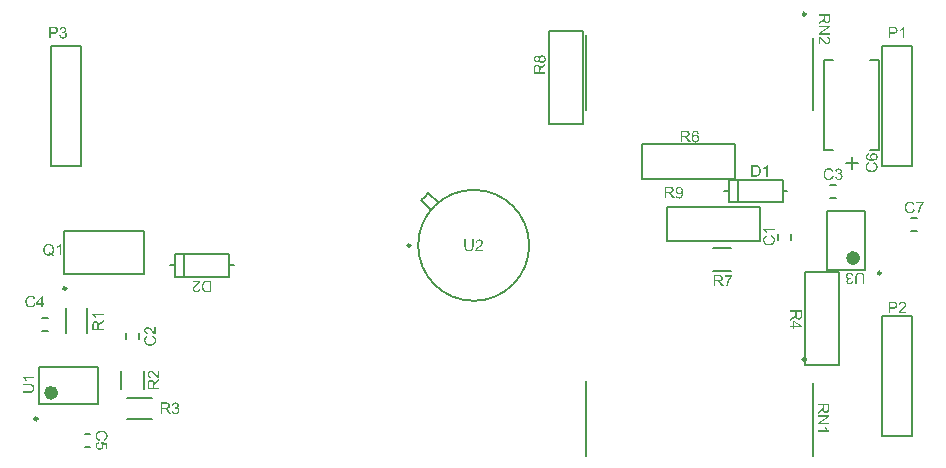
<source format=gbr>
%TF.GenerationSoftware,Altium Limited,Altium Designer,20.2.5 (213)*%
G04 Layer_Color=65535*
%FSLAX45Y45*%
%MOMM*%
%TF.SameCoordinates,5D993310-1A5F-4332-B3F0-AAC5B6D9B5DA*%
%TF.FilePolarity,Positive*%
%TF.FileFunction,Legend,Top*%
%TF.Part,Single*%
G01*
G75*
%TA.AperFunction,NonConductor*%
%ADD32C,0.20000*%
%ADD38C,0.15000*%
%ADD39C,0.25000*%
%ADD40C,0.60000*%
G36*
X8176897Y7760271D02*
X8177952Y7760201D01*
X8179219Y7760130D01*
X8180626Y7759919D01*
X8182244Y7759708D01*
X8184073Y7759427D01*
X8185973Y7759005D01*
X8187943Y7758512D01*
X8189983Y7757949D01*
X8192024Y7757175D01*
X8194064Y7756331D01*
X8196175Y7755346D01*
X8198145Y7754220D01*
X8200045Y7752883D01*
X8200185Y7752813D01*
X8200467Y7752532D01*
X8201030Y7752109D01*
X8201663Y7751476D01*
X8202507Y7750773D01*
X8203422Y7749788D01*
X8204407Y7748732D01*
X8205532Y7747466D01*
X8206658Y7746059D01*
X8207854Y7744511D01*
X8208980Y7742752D01*
X8210106Y7740923D01*
X8211231Y7738882D01*
X8212216Y7736701D01*
X8213202Y7734379D01*
X8213975Y7731917D01*
X8201311Y7728962D01*
X8201241Y7729102D01*
X8201170Y7729454D01*
X8200959Y7729947D01*
X8200678Y7730721D01*
X8200326Y7731565D01*
X8199904Y7732550D01*
X8199341Y7733676D01*
X8198778Y7734872D01*
X8198145Y7736138D01*
X8197371Y7737405D01*
X8196597Y7738671D01*
X8195682Y7740008D01*
X8194697Y7741204D01*
X8193712Y7742400D01*
X8192587Y7743455D01*
X8191391Y7744440D01*
X8191320Y7744511D01*
X8191109Y7744652D01*
X8190757Y7744863D01*
X8190265Y7745214D01*
X8189632Y7745566D01*
X8188858Y7745988D01*
X8187943Y7746410D01*
X8186958Y7746903D01*
X8185832Y7747325D01*
X8184636Y7747747D01*
X8183299Y7748169D01*
X8181892Y7748521D01*
X8180344Y7748873D01*
X8178726Y7749084D01*
X8177037Y7749225D01*
X8175208Y7749295D01*
X8174153D01*
X8173379Y7749225D01*
X8172394Y7749154D01*
X8171268Y7749014D01*
X8170002Y7748873D01*
X8168665Y7748592D01*
X8167187Y7748310D01*
X8165710Y7747958D01*
X8164162Y7747536D01*
X8162544Y7747044D01*
X8160996Y7746410D01*
X8159448Y7745637D01*
X8157900Y7744863D01*
X8156423Y7743878D01*
X8156352Y7743807D01*
X8156071Y7743667D01*
X8155719Y7743315D01*
X8155227Y7742893D01*
X8154593Y7742330D01*
X8153890Y7741696D01*
X8153116Y7740923D01*
X8152271Y7740078D01*
X8151427Y7739093D01*
X8150513Y7738038D01*
X8149668Y7736842D01*
X8148824Y7735505D01*
X8147980Y7734168D01*
X8147206Y7732691D01*
X8146502Y7731143D01*
X8145869Y7729454D01*
Y7729384D01*
X8145728Y7729032D01*
X8145587Y7728540D01*
X8145376Y7727906D01*
X8145165Y7727062D01*
X8144884Y7726077D01*
X8144673Y7724951D01*
X8144391Y7723685D01*
X8144110Y7722348D01*
X8143829Y7720871D01*
X8143547Y7719323D01*
X8143336Y7717704D01*
X8142984Y7714327D01*
X8142914Y7712568D01*
X8142844Y7710739D01*
Y7710598D01*
Y7710176D01*
Y7709543D01*
X8142914Y7708628D01*
X8142984Y7707573D01*
X8143055Y7706306D01*
X8143125Y7704899D01*
X8143266Y7703422D01*
X8143477Y7701733D01*
X8143688Y7699974D01*
X8144391Y7696386D01*
X8144743Y7694486D01*
X8145236Y7692657D01*
X8145799Y7690828D01*
X8146432Y7689069D01*
X8146502Y7688998D01*
X8146572Y7688647D01*
X8146784Y7688224D01*
X8147135Y7687591D01*
X8147487Y7686817D01*
X8147980Y7685903D01*
X8148543Y7684918D01*
X8149176Y7683862D01*
X8149950Y7682807D01*
X8150794Y7681681D01*
X8151709Y7680485D01*
X8152694Y7679359D01*
X8153819Y7678234D01*
X8155015Y7677178D01*
X8156282Y7676193D01*
X8157689Y7675279D01*
X8157759Y7675208D01*
X8158041Y7675067D01*
X8158463Y7674856D01*
X8159026Y7674575D01*
X8159729Y7674223D01*
X8160574Y7673801D01*
X8161559Y7673449D01*
X8162614Y7673027D01*
X8163810Y7672535D01*
X8165077Y7672183D01*
X8166484Y7671761D01*
X8167891Y7671409D01*
X8169439Y7671127D01*
X8170987Y7670916D01*
X8172605Y7670776D01*
X8174223Y7670705D01*
X8174716D01*
X8175279Y7670776D01*
X8176052D01*
X8176967Y7670916D01*
X8178023Y7671057D01*
X8179289Y7671198D01*
X8180555Y7671479D01*
X8181963Y7671831D01*
X8183440Y7672253D01*
X8184988Y7672746D01*
X8186536Y7673309D01*
X8188084Y7674012D01*
X8189632Y7674856D01*
X8191109Y7675841D01*
X8192587Y7676897D01*
X8192657Y7676967D01*
X8192938Y7677178D01*
X8193290Y7677530D01*
X8193783Y7678093D01*
X8194416Y7678726D01*
X8195119Y7679500D01*
X8195893Y7680485D01*
X8196667Y7681540D01*
X8197512Y7682807D01*
X8198356Y7684144D01*
X8199271Y7685692D01*
X8200045Y7687380D01*
X8200889Y7689139D01*
X8201592Y7691109D01*
X8202226Y7693149D01*
X8202789Y7695401D01*
X8215664Y7692164D01*
Y7692094D01*
X8215594Y7691953D01*
X8215523Y7691742D01*
X8215453Y7691461D01*
X8215383Y7691109D01*
X8215242Y7690617D01*
X8214890Y7689561D01*
X8214398Y7688224D01*
X8213835Y7686747D01*
X8213131Y7685058D01*
X8212287Y7683229D01*
X8211372Y7681259D01*
X8210317Y7679289D01*
X8209121Y7677319D01*
X8207784Y7675279D01*
X8206306Y7673309D01*
X8204688Y7671409D01*
X8202929Y7669650D01*
X8201030Y7667961D01*
X8200889Y7667891D01*
X8200537Y7667610D01*
X8199974Y7667187D01*
X8199130Y7666695D01*
X8198145Y7666062D01*
X8196878Y7665358D01*
X8195471Y7664584D01*
X8193853Y7663810D01*
X8192094Y7663036D01*
X8190124Y7662262D01*
X8188013Y7661559D01*
X8185762Y7660925D01*
X8183299Y7660433D01*
X8180766Y7660011D01*
X8178093Y7659729D01*
X8175279Y7659659D01*
X8174223D01*
X8173731Y7659729D01*
X8172675D01*
X8171338Y7659870D01*
X8169791Y7660011D01*
X8168032Y7660222D01*
X8166202Y7660433D01*
X8164162Y7660785D01*
X8162122Y7661207D01*
X8159940Y7661770D01*
X8157830Y7662333D01*
X8155719Y7663107D01*
X8153608Y7663951D01*
X8151568Y7664936D01*
X8149668Y7666062D01*
X8149528Y7666132D01*
X8149246Y7666343D01*
X8148754Y7666765D01*
X8148050Y7667258D01*
X8147206Y7667891D01*
X8146291Y7668735D01*
X8145236Y7669650D01*
X8144110Y7670776D01*
X8142914Y7672042D01*
X8141718Y7673379D01*
X8140451Y7674927D01*
X8139185Y7676545D01*
X8137989Y7678374D01*
X8136793Y7680274D01*
X8135667Y7682385D01*
X8134682Y7684566D01*
Y7684636D01*
X8134612Y7684707D01*
X8134471Y7685129D01*
X8134189Y7685762D01*
X8133908Y7686677D01*
X8133486Y7687802D01*
X8133064Y7689139D01*
X8132571Y7690687D01*
X8132149Y7692376D01*
X8131657Y7694275D01*
X8131164Y7696316D01*
X8130742Y7698426D01*
X8130320Y7700748D01*
X8130038Y7703070D01*
X8129757Y7705532D01*
X8129616Y7708065D01*
X8129546Y7710669D01*
Y7710739D01*
Y7710880D01*
Y7711091D01*
Y7711372D01*
Y7711724D01*
X8129616Y7712146D01*
Y7713201D01*
X8129757Y7714538D01*
X8129827Y7716086D01*
X8130038Y7717845D01*
X8130249Y7719745D01*
X8130601Y7721715D01*
X8130953Y7723826D01*
X8131446Y7726077D01*
X8132008Y7728328D01*
X8132642Y7730580D01*
X8133416Y7732831D01*
X8134330Y7735012D01*
X8135315Y7737194D01*
X8135386Y7737334D01*
X8135597Y7737686D01*
X8135948Y7738249D01*
X8136371Y7739093D01*
X8137004Y7740008D01*
X8137707Y7741063D01*
X8138622Y7742330D01*
X8139607Y7743596D01*
X8140662Y7744933D01*
X8141929Y7746410D01*
X8143266Y7747818D01*
X8144743Y7749225D01*
X8146361Y7750632D01*
X8148050Y7751969D01*
X8149879Y7753235D01*
X8151849Y7754431D01*
X8151990Y7754502D01*
X8152342Y7754713D01*
X8152905Y7754994D01*
X8153749Y7755346D01*
X8154734Y7755838D01*
X8155930Y7756331D01*
X8157337Y7756823D01*
X8158815Y7757386D01*
X8160503Y7757949D01*
X8162333Y7758442D01*
X8164303Y7759005D01*
X8166343Y7759427D01*
X8168524Y7759778D01*
X8170776Y7760060D01*
X8173097Y7760271D01*
X8175490Y7760341D01*
X8176475D01*
X8176897Y7760271D01*
D02*
G37*
G36*
X8290455Y7748099D02*
X8290384Y7747958D01*
X8290032Y7747677D01*
X8289540Y7747044D01*
X8288836Y7746270D01*
X8287992Y7745285D01*
X8287007Y7744089D01*
X8285881Y7742681D01*
X8284685Y7741063D01*
X8283348Y7739304D01*
X8281871Y7737334D01*
X8280323Y7735153D01*
X8278775Y7732831D01*
X8277087Y7730298D01*
X8275468Y7727625D01*
X8273709Y7724811D01*
X8272021Y7721785D01*
Y7721715D01*
X8271950Y7721574D01*
X8271810Y7721363D01*
X8271599Y7721082D01*
X8271388Y7720659D01*
X8271176Y7720167D01*
X8270825Y7719604D01*
X8270543Y7718971D01*
X8270121Y7718267D01*
X8269769Y7717423D01*
X8268855Y7715664D01*
X8267870Y7713694D01*
X8266814Y7711443D01*
X8265689Y7708980D01*
X8264563Y7706306D01*
X8263367Y7703562D01*
X8262241Y7700607D01*
X8261045Y7697582D01*
X8259990Y7694486D01*
X8258934Y7691250D01*
X8257949Y7688013D01*
X8257879Y7687873D01*
X8257808Y7687450D01*
X8257597Y7686817D01*
X8257386Y7685903D01*
X8257105Y7684707D01*
X8256753Y7683370D01*
X8256401Y7681822D01*
X8256050Y7680063D01*
X8255627Y7678163D01*
X8255276Y7676123D01*
X8254853Y7673871D01*
X8254502Y7671550D01*
X8254150Y7669157D01*
X8253868Y7666624D01*
X8253587Y7663951D01*
X8253376Y7661277D01*
X8241063D01*
Y7661418D01*
Y7661770D01*
X8241134Y7662473D01*
Y7663318D01*
X8241204Y7664443D01*
X8241345Y7665780D01*
X8241485Y7667328D01*
X8241696Y7669017D01*
X8241908Y7670987D01*
X8242189Y7673097D01*
X8242541Y7675349D01*
X8242963Y7677811D01*
X8243526Y7680415D01*
X8244089Y7683159D01*
X8244722Y7686043D01*
X8245496Y7688998D01*
Y7689069D01*
X8245566Y7689209D01*
X8245637Y7689420D01*
X8245707Y7689702D01*
X8245848Y7690124D01*
X8245988Y7690617D01*
X8246129Y7691179D01*
X8246340Y7691813D01*
X8246762Y7693220D01*
X8247325Y7694979D01*
X8247958Y7696878D01*
X8248662Y7699060D01*
X8249506Y7701381D01*
X8250421Y7703844D01*
X8251476Y7706447D01*
X8252532Y7709121D01*
X8253728Y7711865D01*
X8255065Y7714679D01*
X8256401Y7717564D01*
X8257879Y7720378D01*
Y7720448D01*
X8257949Y7720519D01*
X8258090Y7720730D01*
X8258231Y7721082D01*
X8258442Y7721433D01*
X8258723Y7721856D01*
X8259286Y7722911D01*
X8260060Y7724177D01*
X8260904Y7725725D01*
X8261960Y7727414D01*
X8263085Y7729243D01*
X8264281Y7731213D01*
X8265618Y7733254D01*
X8267096Y7735364D01*
X8268573Y7737545D01*
X8271739Y7741837D01*
X8273428Y7743948D01*
X8275117Y7745918D01*
X8227414D01*
Y7757386D01*
X8290455D01*
Y7748099D01*
D02*
G37*
G36*
X8125433Y9141136D02*
X8113472D01*
Y9217264D01*
X8113402Y9217193D01*
X8113261Y9217053D01*
X8113050Y9216842D01*
X8112698Y9216560D01*
X8112276Y9216208D01*
X8111713Y9215716D01*
X8111080Y9215223D01*
X8110447Y9214661D01*
X8109602Y9214098D01*
X8108758Y9213394D01*
X8107843Y9212761D01*
X8106858Y9211987D01*
X8105733Y9211283D01*
X8104607Y9210509D01*
X8102074Y9208962D01*
X8102004Y9208891D01*
X8101793Y9208750D01*
X8101370Y9208539D01*
X8100878Y9208328D01*
X8100315Y9207977D01*
X8099611Y9207554D01*
X8098767Y9207132D01*
X8097923Y9206640D01*
X8095953Y9205655D01*
X8093842Y9204670D01*
X8091661Y9203685D01*
X8089550Y9202840D01*
Y9214379D01*
X8089691Y9214449D01*
X8089972Y9214590D01*
X8090535Y9214872D01*
X8091239Y9215223D01*
X8092083Y9215646D01*
X8093138Y9216208D01*
X8094264Y9216842D01*
X8095460Y9217545D01*
X8096797Y9218389D01*
X8098204Y9219234D01*
X8101159Y9221204D01*
X8104185Y9223385D01*
X8107069Y9225777D01*
X8107140Y9225847D01*
X8107421Y9226059D01*
X8107773Y9226410D01*
X8108265Y9226903D01*
X8108899Y9227536D01*
X8109602Y9228240D01*
X8110376Y9229084D01*
X8111221Y9229928D01*
X8112065Y9230913D01*
X8112979Y9231969D01*
X8114738Y9234150D01*
X8116357Y9236471D01*
X8117060Y9237668D01*
X8117693Y9238864D01*
X8125433D01*
Y9141136D01*
D02*
G37*
G36*
X8034601Y9238442D02*
X8035586D01*
X8036711Y9238371D01*
X8039104Y9238301D01*
X8041566Y9238090D01*
X8043958Y9237879D01*
X8045084Y9237668D01*
X8046069Y9237527D01*
X8046139D01*
X8046421Y9237457D01*
X8046773Y9237386D01*
X8047265Y9237316D01*
X8047898Y9237175D01*
X8048602Y9236964D01*
X8049376Y9236753D01*
X8050290Y9236542D01*
X8052190Y9235909D01*
X8054160Y9235064D01*
X8056201Y9234150D01*
X8058100Y9232954D01*
X8058171Y9232883D01*
X8058311Y9232813D01*
X8058593Y9232602D01*
X8058874Y9232320D01*
X8059296Y9232039D01*
X8059789Y9231617D01*
X8060352Y9231124D01*
X8060915Y9230561D01*
X8061477Y9229928D01*
X8062111Y9229225D01*
X8063447Y9227606D01*
X8064714Y9225707D01*
X8065910Y9223596D01*
X8065980Y9223526D01*
X8066051Y9223315D01*
X8066191Y9222963D01*
X8066402Y9222541D01*
X8066614Y9221978D01*
X8066825Y9221274D01*
X8067106Y9220500D01*
X8067387Y9219656D01*
X8067669Y9218741D01*
X8067950Y9217686D01*
X8068161Y9216631D01*
X8068372Y9215434D01*
X8068724Y9212972D01*
X8068865Y9210298D01*
Y9210158D01*
Y9209735D01*
X8068795Y9209102D01*
X8068724Y9208258D01*
X8068654Y9207132D01*
X8068443Y9205936D01*
X8068232Y9204529D01*
X8067880Y9203051D01*
X8067458Y9201433D01*
X8066895Y9199745D01*
X8066262Y9197986D01*
X8065488Y9196227D01*
X8064573Y9194468D01*
X8063518Y9192709D01*
X8062322Y9190950D01*
X8060915Y9189332D01*
X8060844Y9189261D01*
X8060563Y9188980D01*
X8060070Y9188558D01*
X8059367Y9187995D01*
X8058452Y9187362D01*
X8057326Y9186588D01*
X8055989Y9185814D01*
X8054371Y9185040D01*
X8052542Y9184266D01*
X8050502Y9183492D01*
X8048109Y9182718D01*
X8045576Y9182085D01*
X8042692Y9181522D01*
X8041144Y9181311D01*
X8039526Y9181100D01*
X8037837Y9180959D01*
X8036078Y9180818D01*
X8034249Y9180748D01*
X8007442D01*
Y9141136D01*
X7994567D01*
Y9238512D01*
X8033616D01*
X8034601Y9238442D01*
D02*
G37*
G36*
X5061459Y8998519D02*
X5062374Y8998449D01*
X5063429Y8998308D01*
X5064625Y8998097D01*
X5066032Y8997816D01*
X5067580Y8997464D01*
X5069198Y8997042D01*
X5070887Y8996408D01*
X5072576Y8995705D01*
X5074335Y8994861D01*
X5076164Y8993805D01*
X5077852Y8992679D01*
X5079611Y8991272D01*
X5081230Y8989724D01*
X5081300Y8989654D01*
X5081581Y8989302D01*
X5082004Y8988810D01*
X5082566Y8988106D01*
X5083200Y8987262D01*
X5083903Y8986136D01*
X5084677Y8984940D01*
X5085451Y8983533D01*
X5086225Y8981915D01*
X5086999Y8980156D01*
X5087703Y8978256D01*
X5088336Y8976216D01*
X5088899Y8973964D01*
X5089321Y8971642D01*
X5089602Y8969110D01*
X5089673Y8966506D01*
Y8965873D01*
X5089602Y8965099D01*
X5089532Y8964114D01*
X5089391Y8962918D01*
X5089250Y8961511D01*
X5088969Y8959893D01*
X5088617Y8958204D01*
X5088125Y8956375D01*
X5087562Y8954475D01*
X5086929Y8952575D01*
X5086084Y8950605D01*
X5085099Y8948635D01*
X5083974Y8946736D01*
X5082637Y8944977D01*
X5081159Y8943218D01*
X5081089Y8943147D01*
X5080737Y8942866D01*
X5080315Y8942374D01*
X5079611Y8941881D01*
X5078767Y8941177D01*
X5077782Y8940404D01*
X5076656Y8939630D01*
X5075320Y8938856D01*
X5073842Y8938011D01*
X5072224Y8937237D01*
X5070465Y8936463D01*
X5068636Y8935830D01*
X5066595Y8935267D01*
X5064484Y8934775D01*
X5062233Y8934493D01*
X5059911Y8934423D01*
X5059770D01*
X5059489D01*
X5058996D01*
X5058293Y8934493D01*
X5057519Y8934564D01*
X5056534Y8934705D01*
X5055479Y8934845D01*
X5054353Y8935056D01*
X5053157Y8935267D01*
X5051820Y8935619D01*
X5050554Y8935971D01*
X5049217Y8936463D01*
X5047880Y8937026D01*
X5046543Y8937660D01*
X5045277Y8938363D01*
X5044010Y8939207D01*
X5043940Y8939278D01*
X5043729Y8939418D01*
X5043377Y8939700D01*
X5042955Y8940122D01*
X5042462Y8940615D01*
X5041829Y8941248D01*
X5041196Y8941951D01*
X5040492Y8942725D01*
X5039789Y8943710D01*
X5039085Y8944695D01*
X5038311Y8945821D01*
X5037608Y8947088D01*
X5036974Y8948424D01*
X5036341Y8949831D01*
X5035778Y8951379D01*
X5035286Y8952998D01*
Y8952927D01*
X5035145Y8952646D01*
X5035004Y8952294D01*
X5034793Y8951802D01*
X5034512Y8951168D01*
X5034160Y8950465D01*
X5033738Y8949691D01*
X5033316Y8948846D01*
X5032190Y8947017D01*
X5030853Y8945188D01*
X5029305Y8943429D01*
X5028461Y8942655D01*
X5027546Y8941951D01*
X5027476Y8941881D01*
X5027335Y8941811D01*
X5027054Y8941600D01*
X5026632Y8941389D01*
X5026139Y8941107D01*
X5025576Y8940826D01*
X5024873Y8940474D01*
X5024099Y8940192D01*
X5023255Y8939841D01*
X5022340Y8939489D01*
X5021355Y8939207D01*
X5020300Y8938926D01*
X5017978Y8938504D01*
X5016711Y8938433D01*
X5015445Y8938363D01*
X5015304D01*
X5014952D01*
X5014390Y8938433D01*
X5013686Y8938504D01*
X5012771Y8938574D01*
X5011716Y8938785D01*
X5010520Y8938996D01*
X5009253Y8939348D01*
X5007846Y8939700D01*
X5006439Y8940192D01*
X5004962Y8940826D01*
X5003414Y8941600D01*
X5001936Y8942444D01*
X5000388Y8943429D01*
X4998981Y8944625D01*
X4997574Y8945962D01*
X4997504Y8946032D01*
X4997293Y8946314D01*
X4996870Y8946736D01*
X4996448Y8947369D01*
X4995885Y8948143D01*
X4995252Y8949058D01*
X4994619Y8950113D01*
X4993915Y8951379D01*
X4993282Y8952716D01*
X4992649Y8954264D01*
X4992016Y8955953D01*
X4991453Y8957782D01*
X4990960Y8959682D01*
X4990609Y8961792D01*
X4990397Y8963973D01*
X4990327Y8966295D01*
Y8966858D01*
X4990397Y8967491D01*
X4990468Y8968406D01*
X4990538Y8969461D01*
X4990749Y8970728D01*
X4990960Y8972135D01*
X4991242Y8973612D01*
X4991664Y8975231D01*
X4992156Y8976919D01*
X4992719Y8978608D01*
X4993493Y8980296D01*
X4994337Y8981985D01*
X4995322Y8983674D01*
X4996448Y8985292D01*
X4997785Y8986769D01*
X4997855Y8986840D01*
X4998137Y8987121D01*
X4998559Y8987473D01*
X4999122Y8987966D01*
X4999825Y8988599D01*
X5000670Y8989232D01*
X5001655Y8989936D01*
X5002780Y8990709D01*
X5004047Y8991413D01*
X5005454Y8992117D01*
X5006932Y8992750D01*
X5008479Y8993383D01*
X5010168Y8993876D01*
X5011997Y8994227D01*
X5013827Y8994509D01*
X5015797Y8994579D01*
X5015867D01*
X5016078D01*
X5016430D01*
X5016922Y8994509D01*
X5017485Y8994438D01*
X5018189Y8994368D01*
X5018963Y8994298D01*
X5019807Y8994157D01*
X5021636Y8993735D01*
X5023606Y8993102D01*
X5024591Y8992679D01*
X5025576Y8992187D01*
X5026561Y8991624D01*
X5027546Y8990991D01*
X5027617Y8990921D01*
X5027758Y8990850D01*
X5028039Y8990639D01*
X5028391Y8990287D01*
X5028813Y8989936D01*
X5029235Y8989443D01*
X5029798Y8988951D01*
X5030361Y8988317D01*
X5030994Y8987543D01*
X5031627Y8986769D01*
X5032260Y8985855D01*
X5032894Y8984940D01*
X5033527Y8983814D01*
X5034160Y8982689D01*
X5034723Y8981493D01*
X5035286Y8980156D01*
Y8980226D01*
X5035427Y8980578D01*
X5035567Y8981000D01*
X5035849Y8981633D01*
X5036130Y8982407D01*
X5036552Y8983252D01*
X5036974Y8984237D01*
X5037537Y8985222D01*
X5038171Y8986347D01*
X5038874Y8987473D01*
X5039648Y8988599D01*
X5040492Y8989724D01*
X5041407Y8990850D01*
X5042462Y8991906D01*
X5043518Y8992961D01*
X5044714Y8993876D01*
X5044784Y8993946D01*
X5044995Y8994087D01*
X5045347Y8994298D01*
X5045840Y8994650D01*
X5046473Y8995001D01*
X5047247Y8995353D01*
X5048091Y8995775D01*
X5049076Y8996268D01*
X5050202Y8996690D01*
X5051327Y8997112D01*
X5052664Y8997464D01*
X5054001Y8997886D01*
X5055479Y8998167D01*
X5056956Y8998378D01*
X5058574Y8998519D01*
X5060263Y8998590D01*
X5060404D01*
X5060826D01*
X5061459Y8998519D01*
D02*
G37*
G36*
X5088054Y8910924D02*
X5067791Y8898048D01*
X5067721Y8897978D01*
X5067439Y8897767D01*
X5066947Y8897485D01*
X5066384Y8897133D01*
X5065610Y8896641D01*
X5064766Y8896078D01*
X5063851Y8895445D01*
X5062866Y8894812D01*
X5060685Y8893334D01*
X5058434Y8891786D01*
X5056323Y8890238D01*
X5055338Y8889464D01*
X5054423Y8888761D01*
X5054353Y8888690D01*
X5054212Y8888620D01*
X5054001Y8888409D01*
X5053649Y8888128D01*
X5052805Y8887424D01*
X5051820Y8886580D01*
X5050765Y8885524D01*
X5049639Y8884469D01*
X5048654Y8883343D01*
X5047880Y8882217D01*
X5047810Y8882077D01*
X5047598Y8881725D01*
X5047247Y8881162D01*
X5046895Y8880388D01*
X5046473Y8879544D01*
X5045980Y8878559D01*
X5045628Y8877503D01*
X5045277Y8876378D01*
Y8876307D01*
X5045206Y8875956D01*
X5045136Y8875393D01*
X5044995Y8874689D01*
X5044925Y8873704D01*
X5044855Y8872438D01*
X5044784Y8870960D01*
Y8854285D01*
X5088054D01*
Y8841410D01*
X4990679D01*
Y8885806D01*
X4990749Y8886650D01*
Y8887776D01*
X4990820Y8889042D01*
X4990890Y8890379D01*
X4991031Y8891927D01*
X4991171Y8893475D01*
X4991312Y8895093D01*
X4991805Y8898400D01*
X4992086Y8899948D01*
X4992438Y8901496D01*
X4992860Y8902973D01*
X4993352Y8904310D01*
Y8904380D01*
X4993493Y8904591D01*
X4993634Y8904943D01*
X4993845Y8905436D01*
X4994126Y8905998D01*
X4994549Y8906632D01*
X4994971Y8907406D01*
X4995463Y8908180D01*
X4996096Y8909024D01*
X4996730Y8909938D01*
X4997504Y8910853D01*
X4998348Y8911768D01*
X4999333Y8912612D01*
X5000318Y8913527D01*
X5001444Y8914371D01*
X5002640Y8915145D01*
X5002710Y8915215D01*
X5002921Y8915356D01*
X5003273Y8915497D01*
X5003765Y8915778D01*
X5004399Y8916060D01*
X5005173Y8916411D01*
X5006017Y8916834D01*
X5006932Y8917185D01*
X5007987Y8917537D01*
X5009113Y8917959D01*
X5010309Y8918311D01*
X5011575Y8918593D01*
X5012912Y8918874D01*
X5014319Y8919085D01*
X5015797Y8919155D01*
X5017274Y8919226D01*
X5017415D01*
X5017696D01*
X5018259Y8919155D01*
X5019033D01*
X5019877Y8919015D01*
X5020933Y8918874D01*
X5022059Y8918663D01*
X5023325Y8918381D01*
X5024662Y8918030D01*
X5026069Y8917608D01*
X5027546Y8917045D01*
X5029024Y8916411D01*
X5030501Y8915637D01*
X5031909Y8914723D01*
X5033386Y8913667D01*
X5034723Y8912471D01*
X5034793Y8912401D01*
X5035004Y8912190D01*
X5035356Y8911768D01*
X5035849Y8911205D01*
X5036412Y8910501D01*
X5037045Y8909587D01*
X5037748Y8908602D01*
X5038522Y8907406D01*
X5039296Y8905998D01*
X5040070Y8904521D01*
X5040774Y8902762D01*
X5041548Y8900933D01*
X5042181Y8898892D01*
X5042814Y8896711D01*
X5043307Y8894319D01*
X5043729Y8891786D01*
Y8891856D01*
X5043870Y8891997D01*
X5043940Y8892279D01*
X5044151Y8892630D01*
X5044362Y8893053D01*
X5044643Y8893545D01*
X5045277Y8894671D01*
X5045980Y8895937D01*
X5046825Y8897204D01*
X5047669Y8898400D01*
X5048584Y8899526D01*
X5048654Y8899596D01*
X5048795Y8899807D01*
X5049146Y8900088D01*
X5049498Y8900511D01*
X5050061Y8901003D01*
X5050624Y8901566D01*
X5051327Y8902269D01*
X5052172Y8902973D01*
X5053086Y8903747D01*
X5054071Y8904591D01*
X5055127Y8905506D01*
X5056253Y8906421D01*
X5057519Y8907335D01*
X5058785Y8908320D01*
X5061600Y8910220D01*
X5088054Y8927035D01*
Y8910924D01*
D02*
G37*
G36*
X6668485Y7128134D02*
X6668414Y7127993D01*
X6668062Y7127712D01*
X6667570Y7127079D01*
X6666866Y7126305D01*
X6666022Y7125320D01*
X6665037Y7124124D01*
X6663911Y7122717D01*
X6662715Y7121098D01*
X6661378Y7119339D01*
X6659901Y7117369D01*
X6658353Y7115188D01*
X6656805Y7112866D01*
X6655116Y7110334D01*
X6653498Y7107660D01*
X6651739Y7104846D01*
X6650051Y7101820D01*
Y7101750D01*
X6649980Y7101609D01*
X6649840Y7101398D01*
X6649629Y7101117D01*
X6649417Y7100694D01*
X6649206Y7100202D01*
X6648855Y7099639D01*
X6648573Y7099006D01*
X6648151Y7098302D01*
X6647799Y7097458D01*
X6646885Y7095699D01*
X6645900Y7093729D01*
X6644844Y7091478D01*
X6643718Y7089015D01*
X6642593Y7086341D01*
X6641397Y7083597D01*
X6640271Y7080642D01*
X6639075Y7077617D01*
X6638019Y7074521D01*
X6636964Y7071285D01*
X6635979Y7068048D01*
X6635909Y7067908D01*
X6635838Y7067485D01*
X6635627Y7066852D01*
X6635416Y7065938D01*
X6635135Y7064742D01*
X6634783Y7063405D01*
X6634431Y7061857D01*
X6634079Y7060098D01*
X6633657Y7058198D01*
X6633306Y7056158D01*
X6632883Y7053906D01*
X6632532Y7051585D01*
X6632180Y7049192D01*
X6631898Y7046660D01*
X6631617Y7043986D01*
X6631406Y7041312D01*
X6619093D01*
Y7041453D01*
Y7041805D01*
X6619164Y7042508D01*
Y7043353D01*
X6619234Y7044478D01*
X6619375Y7045815D01*
X6619515Y7047363D01*
X6619726Y7049052D01*
X6619937Y7051022D01*
X6620219Y7053132D01*
X6620571Y7055384D01*
X6620993Y7057846D01*
X6621556Y7060450D01*
X6622119Y7063194D01*
X6622752Y7066078D01*
X6623526Y7069033D01*
Y7069104D01*
X6623596Y7069244D01*
X6623666Y7069456D01*
X6623737Y7069737D01*
X6623878Y7070159D01*
X6624018Y7070652D01*
X6624159Y7071214D01*
X6624370Y7071848D01*
X6624792Y7073255D01*
X6625355Y7075014D01*
X6625988Y7076913D01*
X6626692Y7079095D01*
X6627536Y7081416D01*
X6628451Y7083879D01*
X6629506Y7086482D01*
X6630562Y7089156D01*
X6631758Y7091900D01*
X6633094Y7094714D01*
X6634431Y7097599D01*
X6635909Y7100413D01*
Y7100483D01*
X6635979Y7100554D01*
X6636120Y7100765D01*
X6636261Y7101117D01*
X6636472Y7101468D01*
X6636753Y7101891D01*
X6637316Y7102946D01*
X6638090Y7104212D01*
X6638934Y7105760D01*
X6639990Y7107449D01*
X6641115Y7109278D01*
X6642311Y7111248D01*
X6643648Y7113289D01*
X6645126Y7115399D01*
X6646603Y7117580D01*
X6649769Y7121872D01*
X6651458Y7123983D01*
X6653146Y7125953D01*
X6605444D01*
Y7137421D01*
X6668485D01*
Y7128134D01*
D02*
G37*
G36*
X6556756Y7138617D02*
X6557882D01*
X6559148Y7138547D01*
X6560485Y7138477D01*
X6562033Y7138336D01*
X6563581Y7138195D01*
X6565199Y7138055D01*
X6568506Y7137562D01*
X6570054Y7137281D01*
X6571602Y7136929D01*
X6573079Y7136507D01*
X6574416Y7136014D01*
X6574486D01*
X6574697Y7135873D01*
X6575049Y7135733D01*
X6575542Y7135522D01*
X6576104Y7135240D01*
X6576738Y7134818D01*
X6577512Y7134396D01*
X6578286Y7133903D01*
X6579130Y7133270D01*
X6580044Y7132637D01*
X6580959Y7131863D01*
X6581874Y7131019D01*
X6582718Y7130034D01*
X6583633Y7129049D01*
X6584477Y7127923D01*
X6585251Y7126727D01*
X6585321Y7126657D01*
X6585462Y7126445D01*
X6585603Y7126094D01*
X6585884Y7125601D01*
X6586166Y7124968D01*
X6586517Y7124194D01*
X6586940Y7123350D01*
X6587291Y7122435D01*
X6587643Y7121380D01*
X6588065Y7120254D01*
X6588417Y7119058D01*
X6588699Y7117791D01*
X6588980Y7116455D01*
X6589191Y7115047D01*
X6589261Y7113570D01*
X6589332Y7112092D01*
Y7111952D01*
Y7111670D01*
X6589261Y7111107D01*
Y7110334D01*
X6589121Y7109489D01*
X6588980Y7108434D01*
X6588769Y7107308D01*
X6588487Y7106042D01*
X6588136Y7104705D01*
X6587714Y7103298D01*
X6587151Y7101820D01*
X6586517Y7100343D01*
X6585743Y7098865D01*
X6584829Y7097458D01*
X6583773Y7095980D01*
X6582577Y7094644D01*
X6582507Y7094573D01*
X6582296Y7094362D01*
X6581874Y7094010D01*
X6581311Y7093518D01*
X6580607Y7092955D01*
X6579693Y7092322D01*
X6578708Y7091618D01*
X6577512Y7090844D01*
X6576104Y7090070D01*
X6574627Y7089296D01*
X6572868Y7088593D01*
X6571039Y7087819D01*
X6568998Y7087186D01*
X6566817Y7086553D01*
X6564425Y7086060D01*
X6561892Y7085638D01*
X6561962D01*
X6562103Y7085497D01*
X6562385Y7085427D01*
X6562736Y7085216D01*
X6563159Y7085005D01*
X6563651Y7084723D01*
X6564777Y7084090D01*
X6566043Y7083386D01*
X6567310Y7082542D01*
X6568506Y7081698D01*
X6569632Y7080783D01*
X6569702Y7080713D01*
X6569913Y7080572D01*
X6570194Y7080220D01*
X6570617Y7079868D01*
X6571109Y7079306D01*
X6571672Y7078743D01*
X6572375Y7078039D01*
X6573079Y7077195D01*
X6573853Y7076280D01*
X6574697Y7075295D01*
X6575612Y7074240D01*
X6576527Y7073114D01*
X6577441Y7071848D01*
X6578426Y7070581D01*
X6580326Y7067767D01*
X6597141Y7041312D01*
X6581030D01*
X6568154Y7061575D01*
X6568084Y7061646D01*
X6567873Y7061927D01*
X6567591Y7062420D01*
X6567239Y7062983D01*
X6566747Y7063757D01*
X6566184Y7064601D01*
X6565551Y7065515D01*
X6564918Y7066500D01*
X6563440Y7068682D01*
X6561892Y7070933D01*
X6560344Y7073044D01*
X6559570Y7074029D01*
X6558867Y7074943D01*
X6558796Y7075014D01*
X6558726Y7075155D01*
X6558515Y7075366D01*
X6558234Y7075717D01*
X6557530Y7076562D01*
X6556686Y7077547D01*
X6555630Y7078602D01*
X6554575Y7079728D01*
X6553449Y7080713D01*
X6552323Y7081487D01*
X6552183Y7081557D01*
X6551831Y7081768D01*
X6551268Y7082120D01*
X6550494Y7082472D01*
X6549650Y7082894D01*
X6548665Y7083386D01*
X6547609Y7083738D01*
X6546484Y7084090D01*
X6546413D01*
X6546062Y7084160D01*
X6545499Y7084231D01*
X6544795Y7084371D01*
X6543810Y7084442D01*
X6542544Y7084512D01*
X6541066Y7084582D01*
X6524391D01*
Y7041312D01*
X6511516D01*
Y7138688D01*
X6555912D01*
X6556756Y7138617D01*
D02*
G37*
G36*
X6221378Y7885297D02*
X6222222Y7885227D01*
X6223207Y7885086D01*
X6224263Y7884945D01*
X6225459Y7884734D01*
X6226796Y7884453D01*
X6228132Y7884101D01*
X6229610Y7883679D01*
X6231087Y7883186D01*
X6232565Y7882623D01*
X6234113Y7881920D01*
X6235590Y7881146D01*
X6237068Y7880231D01*
X6237138Y7880161D01*
X6237420Y7880020D01*
X6237842Y7879668D01*
X6238334Y7879316D01*
X6239038Y7878754D01*
X6239812Y7878120D01*
X6240586Y7877346D01*
X6241500Y7876502D01*
X6242485Y7875517D01*
X6243470Y7874391D01*
X6244455Y7873195D01*
X6245440Y7871859D01*
X6246425Y7870451D01*
X6247340Y7868974D01*
X6248255Y7867356D01*
X6249029Y7865597D01*
X6249099Y7865456D01*
X6249240Y7865175D01*
X6249380Y7864612D01*
X6249662Y7863838D01*
X6250014Y7862853D01*
X6250365Y7861657D01*
X6250717Y7860249D01*
X6251139Y7858631D01*
X6251491Y7856802D01*
X6251843Y7854762D01*
X6252195Y7852580D01*
X6252547Y7850118D01*
X6252828Y7847444D01*
X6252969Y7844630D01*
X6253109Y7841534D01*
X6253180Y7838298D01*
Y7838227D01*
Y7838087D01*
Y7837805D01*
Y7837453D01*
Y7837031D01*
Y7836539D01*
X6253109Y7835906D01*
Y7835202D01*
Y7834428D01*
X6253039Y7833654D01*
X6252969Y7831825D01*
X6252828Y7829784D01*
X6252687Y7827603D01*
X6252476Y7825282D01*
X6252195Y7822889D01*
X6251843Y7820356D01*
X6251491Y7817894D01*
X6250999Y7815431D01*
X6250436Y7813039D01*
X6249803Y7810788D01*
X6249099Y7808607D01*
X6249029Y7808466D01*
X6248888Y7808114D01*
X6248677Y7807551D01*
X6248325Y7806777D01*
X6247903Y7805863D01*
X6247410Y7804807D01*
X6246777Y7803611D01*
X6246074Y7802345D01*
X6245229Y7801008D01*
X6244385Y7799671D01*
X6243330Y7798264D01*
X6242274Y7796857D01*
X6241078Y7795520D01*
X6239812Y7794183D01*
X6238475Y7792917D01*
X6236997Y7791791D01*
X6236927Y7791721D01*
X6236646Y7791580D01*
X6236223Y7791228D01*
X6235590Y7790876D01*
X6234816Y7790454D01*
X6233902Y7789962D01*
X6232846Y7789469D01*
X6231650Y7788906D01*
X6230384Y7788344D01*
X6228906Y7787851D01*
X6227429Y7787359D01*
X6225740Y7786936D01*
X6223981Y7786585D01*
X6222152Y7786303D01*
X6220252Y7786092D01*
X6218282Y7786022D01*
X6217790D01*
X6217156Y7786092D01*
X6216383D01*
X6215398Y7786233D01*
X6214272Y7786374D01*
X6213005Y7786585D01*
X6211669Y7786796D01*
X6210191Y7787147D01*
X6208643Y7787570D01*
X6207095Y7788062D01*
X6205547Y7788695D01*
X6204000Y7789399D01*
X6202452Y7790243D01*
X6200974Y7791228D01*
X6199567Y7792354D01*
X6199497Y7792424D01*
X6199286Y7792635D01*
X6198863Y7792987D01*
X6198441Y7793550D01*
X6197878Y7794183D01*
X6197175Y7794957D01*
X6196471Y7795872D01*
X6195768Y7796998D01*
X6194994Y7798194D01*
X6194290Y7799531D01*
X6193516Y7800938D01*
X6192883Y7802556D01*
X6192250Y7804315D01*
X6191687Y7806144D01*
X6191265Y7808114D01*
X6190913Y7810225D01*
X6202381Y7811280D01*
Y7811210D01*
X6202452Y7810928D01*
X6202522Y7810506D01*
X6202663Y7809943D01*
X6202803Y7809310D01*
X6203015Y7808536D01*
X6203296Y7807622D01*
X6203577Y7806777D01*
X6204351Y7804807D01*
X6205336Y7802837D01*
X6206532Y7801008D01*
X6207166Y7800164D01*
X6207940Y7799460D01*
X6208010Y7799390D01*
X6208151Y7799319D01*
X6208362Y7799108D01*
X6208714Y7798897D01*
X6209065Y7798616D01*
X6209558Y7798334D01*
X6210191Y7797983D01*
X6210824Y7797701D01*
X6211528Y7797349D01*
X6212372Y7796998D01*
X6214131Y7796435D01*
X6216171Y7796013D01*
X6217297Y7795942D01*
X6218493Y7795872D01*
X6219056D01*
X6219408Y7795942D01*
X6219900D01*
X6220463Y7796013D01*
X6221800Y7796153D01*
X6223278Y7796505D01*
X6224966Y7796927D01*
X6226584Y7797490D01*
X6228203Y7798334D01*
X6228273D01*
X6228414Y7798475D01*
X6228625Y7798616D01*
X6228906Y7798827D01*
X6229680Y7799390D01*
X6230595Y7800164D01*
X6231650Y7801078D01*
X6232776Y7802274D01*
X6233902Y7803611D01*
X6234957Y7805089D01*
Y7805159D01*
X6235098Y7805300D01*
X6235238Y7805511D01*
X6235379Y7805863D01*
X6235661Y7806285D01*
X6235872Y7806777D01*
X6236223Y7807411D01*
X6236505Y7808114D01*
X6236857Y7808888D01*
X6237209Y7809732D01*
X6237560Y7810647D01*
X6237982Y7811632D01*
X6238334Y7812758D01*
X6238686Y7813884D01*
X6239038Y7815150D01*
X6239390Y7816416D01*
Y7816487D01*
X6239460Y7816768D01*
X6239530Y7817120D01*
X6239671Y7817683D01*
X6239812Y7818316D01*
X6239952Y7819090D01*
X6240164Y7819934D01*
X6240304Y7820919D01*
X6240445Y7821975D01*
X6240656Y7823171D01*
X6240937Y7825633D01*
X6241149Y7828307D01*
X6241219Y7831051D01*
Y7831121D01*
Y7831192D01*
Y7831403D01*
Y7831614D01*
Y7831966D01*
Y7832388D01*
Y7832880D01*
Y7833443D01*
X6241149Y7833373D01*
X6241078Y7833162D01*
X6240867Y7832880D01*
X6240586Y7832458D01*
X6240164Y7831966D01*
X6239741Y7831403D01*
X6239249Y7830769D01*
X6238616Y7830136D01*
X6237982Y7829362D01*
X6237209Y7828659D01*
X6236435Y7827885D01*
X6235520Y7827111D01*
X6233620Y7825563D01*
X6231369Y7824156D01*
X6231298Y7824085D01*
X6231087Y7824015D01*
X6230736Y7823804D01*
X6230313Y7823593D01*
X6229680Y7823312D01*
X6229047Y7823030D01*
X6228273Y7822749D01*
X6227358Y7822397D01*
X6226373Y7822045D01*
X6225388Y7821764D01*
X6223067Y7821201D01*
X6220604Y7820779D01*
X6219267Y7820708D01*
X6217930Y7820638D01*
X6217368D01*
X6216734Y7820708D01*
X6215890Y7820779D01*
X6214905Y7820919D01*
X6213639Y7821130D01*
X6212302Y7821341D01*
X6210824Y7821764D01*
X6209276Y7822186D01*
X6207588Y7822749D01*
X6205899Y7823452D01*
X6204211Y7824297D01*
X6202452Y7825352D01*
X6200763Y7826478D01*
X6199074Y7827814D01*
X6197456Y7829362D01*
X6197386Y7829433D01*
X6197104Y7829784D01*
X6196682Y7830277D01*
X6196190Y7830981D01*
X6195557Y7831825D01*
X6194853Y7832880D01*
X6194079Y7834147D01*
X6193305Y7835554D01*
X6192531Y7837102D01*
X6191757Y7838861D01*
X6191054Y7840760D01*
X6190420Y7842801D01*
X6189928Y7844982D01*
X6189506Y7847374D01*
X6189224Y7849836D01*
X6189154Y7852440D01*
Y7852510D01*
Y7852580D01*
Y7852792D01*
Y7853073D01*
X6189224Y7853425D01*
Y7853847D01*
X6189295Y7854902D01*
X6189435Y7856169D01*
X6189646Y7857646D01*
X6189858Y7859264D01*
X6190280Y7861023D01*
X6190702Y7862853D01*
X6191265Y7864823D01*
X6191968Y7866793D01*
X6192813Y7868763D01*
X6193868Y7870733D01*
X6194994Y7872703D01*
X6196331Y7874532D01*
X6197878Y7876291D01*
X6197949Y7876361D01*
X6198301Y7876713D01*
X6198793Y7877135D01*
X6199426Y7877698D01*
X6200271Y7878402D01*
X6201326Y7879176D01*
X6202522Y7880020D01*
X6203859Y7880864D01*
X6205407Y7881709D01*
X6207025Y7882483D01*
X6208854Y7883257D01*
X6210824Y7883960D01*
X6212865Y7884523D01*
X6215046Y7884945D01*
X6217368Y7885297D01*
X6219760Y7885367D01*
X6220674D01*
X6221378Y7885297D01*
D02*
G37*
G36*
X6141240Y7884945D02*
X6142366D01*
X6143632Y7884875D01*
X6144969Y7884804D01*
X6146517Y7884664D01*
X6148065Y7884523D01*
X6149683Y7884382D01*
X6152990Y7883890D01*
X6154538Y7883608D01*
X6156086Y7883257D01*
X6157563Y7882834D01*
X6158900Y7882342D01*
X6158970D01*
X6159181Y7882201D01*
X6159533Y7882060D01*
X6160026Y7881849D01*
X6160589Y7881568D01*
X6161222Y7881146D01*
X6161996Y7880724D01*
X6162770Y7880231D01*
X6163614Y7879598D01*
X6164529Y7878965D01*
X6165443Y7878191D01*
X6166358Y7877346D01*
X6167202Y7876361D01*
X6168117Y7875376D01*
X6168961Y7874251D01*
X6169735Y7873055D01*
X6169806Y7872984D01*
X6169946Y7872773D01*
X6170087Y7872421D01*
X6170368Y7871929D01*
X6170650Y7871296D01*
X6171002Y7870522D01*
X6171424Y7869677D01*
X6171776Y7868763D01*
X6172127Y7867707D01*
X6172550Y7866582D01*
X6172901Y7865386D01*
X6173183Y7864119D01*
X6173464Y7862782D01*
X6173675Y7861375D01*
X6173746Y7859898D01*
X6173816Y7858420D01*
Y7858279D01*
Y7857998D01*
X6173746Y7857435D01*
Y7856661D01*
X6173605Y7855817D01*
X6173464Y7854762D01*
X6173253Y7853636D01*
X6172972Y7852369D01*
X6172620Y7851033D01*
X6172198Y7849625D01*
X6171635Y7848148D01*
X6171002Y7846670D01*
X6170228Y7845193D01*
X6169313Y7843786D01*
X6168258Y7842308D01*
X6167062Y7840971D01*
X6166991Y7840901D01*
X6166780Y7840690D01*
X6166358Y7840338D01*
X6165795Y7839846D01*
X6165092Y7839283D01*
X6164177Y7838650D01*
X6163192Y7837946D01*
X6161996Y7837172D01*
X6160589Y7836398D01*
X6159111Y7835624D01*
X6157352Y7834921D01*
X6155523Y7834147D01*
X6153482Y7833513D01*
X6151301Y7832880D01*
X6148909Y7832388D01*
X6146376Y7831966D01*
X6146447D01*
X6146587Y7831825D01*
X6146869Y7831754D01*
X6147221Y7831543D01*
X6147643Y7831332D01*
X6148135Y7831051D01*
X6149261Y7830418D01*
X6150527Y7829714D01*
X6151794Y7828870D01*
X6152990Y7828025D01*
X6154116Y7827111D01*
X6154186Y7827040D01*
X6154397Y7826900D01*
X6154679Y7826548D01*
X6155101Y7826196D01*
X6155593Y7825633D01*
X6156156Y7825070D01*
X6156860Y7824367D01*
X6157563Y7823523D01*
X6158337Y7822608D01*
X6159181Y7821623D01*
X6160096Y7820568D01*
X6161011Y7819442D01*
X6161925Y7818175D01*
X6162910Y7816909D01*
X6164810Y7814095D01*
X6181626Y7787640D01*
X6165514D01*
X6152638Y7807903D01*
X6152568Y7807973D01*
X6152357Y7808255D01*
X6152075Y7808747D01*
X6151724Y7809310D01*
X6151231Y7810084D01*
X6150668Y7810928D01*
X6150035Y7811843D01*
X6149402Y7812828D01*
X6147924Y7815009D01*
X6146376Y7817261D01*
X6144828Y7819371D01*
X6144055Y7820356D01*
X6143351Y7821271D01*
X6143281Y7821341D01*
X6143210Y7821482D01*
X6142999Y7821693D01*
X6142718Y7822045D01*
X6142014Y7822889D01*
X6141170Y7823874D01*
X6140114Y7824930D01*
X6139059Y7826055D01*
X6137933Y7827040D01*
X6136808Y7827814D01*
X6136667Y7827885D01*
X6136315Y7828096D01*
X6135752Y7828448D01*
X6134978Y7828799D01*
X6134134Y7829222D01*
X6133149Y7829714D01*
X6132094Y7830066D01*
X6130968Y7830418D01*
X6130898D01*
X6130546Y7830488D01*
X6129983Y7830558D01*
X6129279Y7830699D01*
X6128294Y7830769D01*
X6127028Y7830840D01*
X6125550Y7830910D01*
X6108876D01*
Y7787640D01*
X6096000D01*
Y7885015D01*
X6140396D01*
X6141240Y7884945D01*
D02*
G37*
G36*
X4478558Y7383035D02*
Y7382964D01*
Y7382894D01*
Y7382683D01*
Y7382401D01*
Y7382049D01*
Y7381627D01*
X4478487Y7380642D01*
Y7379376D01*
X4478417Y7377969D01*
X4478276Y7376350D01*
X4478136Y7374662D01*
X4477924Y7372833D01*
X4477713Y7370933D01*
X4477151Y7367063D01*
X4476728Y7365093D01*
X4476306Y7363264D01*
X4475743Y7361435D01*
X4475181Y7359746D01*
X4475110Y7359676D01*
X4475040Y7359394D01*
X4474829Y7358902D01*
X4474547Y7358339D01*
X4474125Y7357565D01*
X4473703Y7356721D01*
X4473140Y7355806D01*
X4472437Y7354751D01*
X4471663Y7353625D01*
X4470818Y7352499D01*
X4469833Y7351373D01*
X4468708Y7350177D01*
X4467512Y7348981D01*
X4466245Y7347856D01*
X4464768Y7346730D01*
X4463220Y7345674D01*
X4463149Y7345604D01*
X4462798Y7345463D01*
X4462305Y7345182D01*
X4461672Y7344830D01*
X4460757Y7344408D01*
X4459772Y7343986D01*
X4458506Y7343493D01*
X4457169Y7343001D01*
X4455551Y7342508D01*
X4453862Y7342016D01*
X4452033Y7341594D01*
X4449992Y7341172D01*
X4447811Y7340820D01*
X4445489Y7340538D01*
X4443097Y7340398D01*
X4440494Y7340327D01*
X4439157D01*
X4438243Y7340398D01*
X4437046Y7340468D01*
X4435710Y7340609D01*
X4434162Y7340749D01*
X4432544Y7340890D01*
X4430785Y7341172D01*
X4428955Y7341453D01*
X4427126Y7341875D01*
X4425226Y7342297D01*
X4423397Y7342860D01*
X4421497Y7343493D01*
X4419738Y7344197D01*
X4418050Y7345041D01*
X4417979Y7345112D01*
X4417698Y7345252D01*
X4417206Y7345534D01*
X4416643Y7345885D01*
X4415939Y7346378D01*
X4415095Y7347011D01*
X4414251Y7347715D01*
X4413265Y7348489D01*
X4412280Y7349403D01*
X4411225Y7350459D01*
X4410170Y7351514D01*
X4409185Y7352781D01*
X4408200Y7354047D01*
X4407285Y7355525D01*
X4406441Y7357002D01*
X4405667Y7358620D01*
X4405596Y7358761D01*
X4405526Y7359042D01*
X4405315Y7359535D01*
X4405104Y7360239D01*
X4404823Y7361153D01*
X4404541Y7362279D01*
X4404189Y7363545D01*
X4403838Y7365023D01*
X4403486Y7366711D01*
X4403134Y7368541D01*
X4402853Y7370511D01*
X4402571Y7372692D01*
X4402360Y7375014D01*
X4402149Y7377547D01*
X4402079Y7380220D01*
X4402008Y7383035D01*
Y7439321D01*
X4414884D01*
Y7383105D01*
Y7382964D01*
Y7382542D01*
Y7381909D01*
X4414954Y7381064D01*
Y7380009D01*
X4415024Y7378813D01*
X4415095Y7377476D01*
X4415165Y7375999D01*
X4415306Y7374521D01*
X4415447Y7372973D01*
X4415869Y7369878D01*
X4416150Y7368400D01*
X4416432Y7366923D01*
X4416783Y7365586D01*
X4417206Y7364390D01*
Y7364319D01*
X4417346Y7364108D01*
X4417487Y7363827D01*
X4417698Y7363405D01*
X4417909Y7362912D01*
X4418261Y7362349D01*
X4419105Y7361012D01*
X4420231Y7359535D01*
X4420864Y7358761D01*
X4421638Y7357987D01*
X4422412Y7357213D01*
X4423327Y7356510D01*
X4424241Y7355806D01*
X4425297Y7355173D01*
X4425367D01*
X4425578Y7355032D01*
X4425860Y7354891D01*
X4426352Y7354680D01*
X4426915Y7354399D01*
X4427548Y7354117D01*
X4428322Y7353836D01*
X4429237Y7353555D01*
X4430222Y7353273D01*
X4431277Y7352992D01*
X4432403Y7352710D01*
X4433669Y7352429D01*
X4435006Y7352218D01*
X4436413Y7352077D01*
X4437820Y7352007D01*
X4439368Y7351936D01*
X4440002D01*
X4440705Y7352007D01*
X4441690D01*
X4442886Y7352147D01*
X4444153Y7352288D01*
X4445630Y7352499D01*
X4447248Y7352710D01*
X4448867Y7353062D01*
X4450555Y7353484D01*
X4452244Y7354047D01*
X4453932Y7354610D01*
X4455551Y7355384D01*
X4457028Y7356228D01*
X4458435Y7357213D01*
X4459631Y7358339D01*
X4459702Y7358409D01*
X4459913Y7358620D01*
X4460194Y7359042D01*
X4460546Y7359605D01*
X4461039Y7360379D01*
X4461531Y7361364D01*
X4462094Y7362490D01*
X4462657Y7363897D01*
X4463220Y7365445D01*
X4463783Y7367204D01*
X4464275Y7369244D01*
X4464768Y7371496D01*
X4465119Y7374029D01*
X4465401Y7376773D01*
X4465612Y7379798D01*
X4465682Y7383105D01*
Y7439321D01*
X4478558D01*
Y7383035D01*
D02*
G37*
G36*
X4528793Y7439602D02*
X4529778Y7439532D01*
X4530974Y7439462D01*
X4532311Y7439251D01*
X4533859Y7439039D01*
X4535477Y7438688D01*
X4537236Y7438266D01*
X4538995Y7437773D01*
X4540895Y7437140D01*
X4542724Y7436366D01*
X4544554Y7435451D01*
X4546312Y7434466D01*
X4548001Y7433270D01*
X4549619Y7431863D01*
X4549690Y7431793D01*
X4549971Y7431511D01*
X4550393Y7431089D01*
X4550886Y7430456D01*
X4551519Y7429752D01*
X4552223Y7428838D01*
X4552996Y7427782D01*
X4553770Y7426586D01*
X4554474Y7425249D01*
X4555248Y7423772D01*
X4555952Y7422154D01*
X4556585Y7420465D01*
X4557077Y7418636D01*
X4557499Y7416736D01*
X4557781Y7414696D01*
X4557851Y7412585D01*
Y7412515D01*
Y7412303D01*
Y7412022D01*
Y7411600D01*
X4557781Y7411037D01*
X4557710Y7410474D01*
X4557640Y7409771D01*
X4557570Y7408997D01*
X4557288Y7407238D01*
X4556866Y7405268D01*
X4556233Y7403227D01*
X4555459Y7401117D01*
Y7401046D01*
X4555318Y7400835D01*
X4555178Y7400554D01*
X4554967Y7400132D01*
X4554755Y7399639D01*
X4554404Y7399006D01*
X4554052Y7398302D01*
X4553559Y7397528D01*
X4553067Y7396684D01*
X4552504Y7395769D01*
X4551097Y7393729D01*
X4550323Y7392674D01*
X4549479Y7391548D01*
X4548494Y7390422D01*
X4547509Y7389226D01*
X4547438Y7389156D01*
X4547227Y7388945D01*
X4546946Y7388593D01*
X4546453Y7388100D01*
X4545820Y7387467D01*
X4545046Y7386693D01*
X4544202Y7385778D01*
X4543146Y7384723D01*
X4541950Y7383597D01*
X4540543Y7382331D01*
X4539066Y7380924D01*
X4537377Y7379376D01*
X4535548Y7377758D01*
X4533578Y7375999D01*
X4531397Y7374099D01*
X4529075Y7372129D01*
X4528934Y7372059D01*
X4528582Y7371707D01*
X4528090Y7371285D01*
X4527386Y7370652D01*
X4526472Y7369948D01*
X4525557Y7369104D01*
X4524501Y7368189D01*
X4523376Y7367204D01*
X4520984Y7365164D01*
X4519858Y7364108D01*
X4518732Y7363123D01*
X4517677Y7362138D01*
X4516762Y7361294D01*
X4515918Y7360520D01*
X4515285Y7359816D01*
X4515144Y7359676D01*
X4514792Y7359254D01*
X4514229Y7358620D01*
X4513526Y7357846D01*
X4512752Y7356861D01*
X4511907Y7355806D01*
X4511063Y7354610D01*
X4510289Y7353414D01*
X4557992D01*
Y7341945D01*
X4493685D01*
Y7342016D01*
Y7342157D01*
Y7342368D01*
Y7342649D01*
Y7343071D01*
X4493755Y7343493D01*
X4493825Y7344619D01*
X4493966Y7345815D01*
X4494177Y7347222D01*
X4494529Y7348700D01*
X4495021Y7350177D01*
Y7350248D01*
X4495162Y7350459D01*
X4495303Y7350811D01*
X4495514Y7351303D01*
X4495725Y7351936D01*
X4496077Y7352640D01*
X4496499Y7353414D01*
X4496921Y7354258D01*
X4497414Y7355243D01*
X4498047Y7356228D01*
X4499384Y7358409D01*
X4501002Y7360731D01*
X4502902Y7363123D01*
X4502972Y7363194D01*
X4503183Y7363405D01*
X4503464Y7363756D01*
X4503887Y7364249D01*
X4504449Y7364882D01*
X4505153Y7365586D01*
X4505927Y7366430D01*
X4506912Y7367345D01*
X4507967Y7368400D01*
X4509093Y7369526D01*
X4510360Y7370722D01*
X4511767Y7372059D01*
X4513315Y7373395D01*
X4514933Y7374803D01*
X4516692Y7376280D01*
X4518521Y7377828D01*
X4518591Y7377898D01*
X4518732Y7377969D01*
X4518943Y7378180D01*
X4519225Y7378391D01*
X4519576Y7378743D01*
X4519999Y7379094D01*
X4521054Y7380009D01*
X4522391Y7381064D01*
X4523798Y7382401D01*
X4525416Y7383808D01*
X4527105Y7385356D01*
X4528934Y7386975D01*
X4530693Y7388663D01*
X4532522Y7390352D01*
X4534211Y7392111D01*
X4535899Y7393799D01*
X4537377Y7395418D01*
X4538784Y7397036D01*
X4539910Y7398513D01*
X4539980Y7398584D01*
X4540121Y7398865D01*
X4540402Y7399287D01*
X4540825Y7399780D01*
X4541247Y7400483D01*
X4541669Y7401257D01*
X4542232Y7402172D01*
X4542724Y7403157D01*
X4543217Y7404212D01*
X4543780Y7405338D01*
X4544694Y7407801D01*
X4545046Y7409067D01*
X4545327Y7410333D01*
X4545468Y7411600D01*
X4545539Y7412866D01*
Y7412937D01*
Y7413218D01*
Y7413570D01*
X4545468Y7414062D01*
X4545398Y7414696D01*
X4545257Y7415399D01*
X4545116Y7416173D01*
X4544905Y7417017D01*
X4544624Y7417932D01*
X4544272Y7418917D01*
X4543850Y7419902D01*
X4543357Y7420887D01*
X4542795Y7421942D01*
X4542091Y7422927D01*
X4541317Y7423913D01*
X4540402Y7424827D01*
X4540332Y7424898D01*
X4540191Y7425038D01*
X4539910Y7425249D01*
X4539488Y7425601D01*
X4538995Y7425953D01*
X4538362Y7426375D01*
X4537658Y7426868D01*
X4536884Y7427290D01*
X4535970Y7427782D01*
X4534985Y7428204D01*
X4533859Y7428626D01*
X4532733Y7428978D01*
X4531467Y7429330D01*
X4530130Y7429541D01*
X4528723Y7429682D01*
X4527245Y7429752D01*
X4526401D01*
X4525838Y7429682D01*
X4525064Y7429612D01*
X4524220Y7429471D01*
X4523305Y7429330D01*
X4522250Y7429119D01*
X4521195Y7428838D01*
X4520069Y7428486D01*
X4518943Y7428064D01*
X4517747Y7427571D01*
X4516621Y7426938D01*
X4515496Y7426234D01*
X4514370Y7425460D01*
X4513385Y7424546D01*
X4513315Y7424475D01*
X4513174Y7424335D01*
X4512892Y7423983D01*
X4512611Y7423631D01*
X4512189Y7423068D01*
X4511767Y7422435D01*
X4511274Y7421661D01*
X4510852Y7420817D01*
X4510360Y7419902D01*
X4509867Y7418776D01*
X4509445Y7417651D01*
X4509023Y7416384D01*
X4508741Y7414977D01*
X4508460Y7413500D01*
X4508319Y7411952D01*
X4508249Y7410263D01*
X4495936Y7411529D01*
Y7411600D01*
Y7411670D01*
X4496007Y7411881D01*
Y7412163D01*
X4496077Y7412866D01*
X4496288Y7413781D01*
X4496499Y7414907D01*
X4496780Y7416243D01*
X4497132Y7417721D01*
X4497554Y7419269D01*
X4498117Y7420957D01*
X4498750Y7422646D01*
X4499524Y7424405D01*
X4500439Y7426164D01*
X4501424Y7427853D01*
X4502620Y7429471D01*
X4503887Y7431019D01*
X4505364Y7432426D01*
X4505434Y7432496D01*
X4505716Y7432707D01*
X4506208Y7433129D01*
X4506842Y7433552D01*
X4507686Y7434114D01*
X4508671Y7434748D01*
X4509867Y7435381D01*
X4511204Y7436084D01*
X4512752Y7436718D01*
X4514370Y7437351D01*
X4516199Y7437984D01*
X4518169Y7438547D01*
X4520280Y7439039D01*
X4522531Y7439391D01*
X4524924Y7439602D01*
X4527457Y7439673D01*
X4528090D01*
X4528793Y7439602D01*
D02*
G37*
G36*
X6360201Y8359602D02*
X6360975D01*
X6361960Y8359462D01*
X6363085Y8359321D01*
X6364352Y8359110D01*
X6365759Y8358899D01*
X6367166Y8358547D01*
X6368714Y8358125D01*
X6370262Y8357562D01*
X6371810Y8356929D01*
X6373428Y8356225D01*
X6374976Y8355310D01*
X6376453Y8354325D01*
X6377860Y8353200D01*
X6377931Y8353129D01*
X6378212Y8352918D01*
X6378564Y8352496D01*
X6379057Y8352004D01*
X6379619Y8351370D01*
X6380253Y8350526D01*
X6380956Y8349611D01*
X6381730Y8348556D01*
X6382504Y8347360D01*
X6383278Y8346023D01*
X6384052Y8344546D01*
X6384685Y8342927D01*
X6385389Y8341239D01*
X6385952Y8339410D01*
X6386374Y8337440D01*
X6386726Y8335399D01*
X6374835Y8334484D01*
Y8334555D01*
X6374765Y8334766D01*
X6374694Y8335188D01*
X6374554Y8335610D01*
X6374343Y8336243D01*
X6374202Y8336877D01*
X6373639Y8338425D01*
X6373006Y8340043D01*
X6372232Y8341731D01*
X6371317Y8343350D01*
X6370825Y8344053D01*
X6370262Y8344686D01*
X6370191Y8344757D01*
X6370051Y8344897D01*
X6369769Y8345179D01*
X6369418Y8345460D01*
X6368925Y8345882D01*
X6368362Y8346305D01*
X6367729Y8346797D01*
X6366955Y8347290D01*
X6366111Y8347712D01*
X6365196Y8348204D01*
X6364281Y8348626D01*
X6363226Y8349049D01*
X6362100Y8349330D01*
X6360904Y8349611D01*
X6359638Y8349752D01*
X6358371Y8349823D01*
X6357808D01*
X6357386Y8349752D01*
X6356894D01*
X6356331Y8349682D01*
X6355698Y8349541D01*
X6354924Y8349400D01*
X6353376Y8349049D01*
X6351687Y8348486D01*
X6349999Y8347641D01*
X6349154Y8347149D01*
X6348310Y8346586D01*
X6348240Y8346516D01*
X6348099Y8346375D01*
X6347747Y8346164D01*
X6347395Y8345812D01*
X6346903Y8345390D01*
X6346340Y8344897D01*
X6345777Y8344264D01*
X6345074Y8343561D01*
X6344370Y8342787D01*
X6343667Y8341872D01*
X6342893Y8340887D01*
X6342189Y8339832D01*
X6341415Y8338636D01*
X6340711Y8337369D01*
X6340008Y8336032D01*
X6339375Y8334625D01*
Y8334555D01*
X6339234Y8334273D01*
X6339093Y8333781D01*
X6338882Y8333148D01*
X6338601Y8332374D01*
X6338319Y8331389D01*
X6338038Y8330193D01*
X6337756Y8328856D01*
X6337475Y8327378D01*
X6337123Y8325690D01*
X6336842Y8323790D01*
X6336631Y8321820D01*
X6336420Y8319639D01*
X6336209Y8317317D01*
X6336138Y8314784D01*
X6336068Y8312111D01*
X6336138Y8312181D01*
X6336279Y8312392D01*
X6336490Y8312744D01*
X6336842Y8313166D01*
X6337264Y8313729D01*
X6337756Y8314362D01*
X6338319Y8315066D01*
X6339023Y8315840D01*
X6339726Y8316614D01*
X6340500Y8317387D01*
X6342330Y8319006D01*
X6344300Y8320554D01*
X6345425Y8321257D01*
X6346551Y8321890D01*
X6346622Y8321961D01*
X6346833Y8322031D01*
X6347184Y8322172D01*
X6347607Y8322383D01*
X6348240Y8322664D01*
X6348873Y8322946D01*
X6349647Y8323227D01*
X6350562Y8323509D01*
X6351476Y8323790D01*
X6352532Y8324071D01*
X6354713Y8324634D01*
X6357175Y8324986D01*
X6358442Y8325127D01*
X6360271D01*
X6360904Y8325057D01*
X6361678Y8324986D01*
X6362734Y8324845D01*
X6363930Y8324634D01*
X6365266Y8324353D01*
X6366744Y8324001D01*
X6368292Y8323579D01*
X6369910Y8322946D01*
X6371599Y8322242D01*
X6373358Y8321398D01*
X6375046Y8320343D01*
X6376735Y8319217D01*
X6378423Y8317810D01*
X6380042Y8316262D01*
X6380112Y8316191D01*
X6380393Y8315840D01*
X6380816Y8315347D01*
X6381378Y8314644D01*
X6382012Y8313799D01*
X6382715Y8312744D01*
X6383489Y8311548D01*
X6384263Y8310141D01*
X6385037Y8308593D01*
X6385811Y8306834D01*
X6386515Y8305004D01*
X6387148Y8302964D01*
X6387711Y8300783D01*
X6388133Y8298532D01*
X6388414Y8296069D01*
X6388485Y8293536D01*
Y8293466D01*
Y8293114D01*
Y8292621D01*
X6388414Y8291988D01*
X6388344Y8291144D01*
X6388273Y8290229D01*
X6388133Y8289174D01*
X6387992Y8287978D01*
X6387781Y8286711D01*
X6387500Y8285375D01*
X6387218Y8283967D01*
X6386796Y8282490D01*
X6386303Y8281012D01*
X6385811Y8279535D01*
X6385178Y8277987D01*
X6384474Y8276509D01*
X6384404Y8276439D01*
X6384263Y8276158D01*
X6384052Y8275736D01*
X6383771Y8275243D01*
X6383348Y8274539D01*
X6382856Y8273766D01*
X6382293Y8272992D01*
X6381660Y8272077D01*
X6380886Y8271092D01*
X6380112Y8270107D01*
X6379197Y8269122D01*
X6378212Y8268137D01*
X6377227Y8267152D01*
X6376102Y8266167D01*
X6374905Y8265323D01*
X6373639Y8264478D01*
X6373569Y8264408D01*
X6373358Y8264267D01*
X6372935Y8264126D01*
X6372443Y8263845D01*
X6371739Y8263493D01*
X6370965Y8263141D01*
X6370121Y8262790D01*
X6369066Y8262438D01*
X6368010Y8262016D01*
X6366814Y8261664D01*
X6365477Y8261312D01*
X6364141Y8260960D01*
X6362663Y8260679D01*
X6361186Y8260538D01*
X6359567Y8260398D01*
X6357949Y8260327D01*
X6357316D01*
X6356964Y8260398D01*
X6356542D01*
X6355487Y8260468D01*
X6354220Y8260679D01*
X6352743Y8260890D01*
X6351124Y8261242D01*
X6349295Y8261734D01*
X6347395Y8262297D01*
X6345425Y8263001D01*
X6343455Y8263915D01*
X6341415Y8264971D01*
X6339375Y8266237D01*
X6337334Y8267715D01*
X6335435Y8269403D01*
X6333605Y8271303D01*
X6333535Y8271444D01*
X6333183Y8271795D01*
X6332761Y8272499D01*
X6332128Y8273414D01*
X6331424Y8274610D01*
X6331002Y8275313D01*
X6330650Y8276087D01*
X6330228Y8276932D01*
X6329806Y8277846D01*
X6329313Y8278902D01*
X6328891Y8279957D01*
X6328469Y8281083D01*
X6328047Y8282279D01*
X6327555Y8283616D01*
X6327132Y8284952D01*
X6326781Y8286430D01*
X6326358Y8287907D01*
X6326007Y8289526D01*
X6325655Y8291214D01*
X6325303Y8292973D01*
X6325022Y8294803D01*
X6324811Y8296702D01*
X6324599Y8298672D01*
X6324388Y8300783D01*
X6324318Y8302894D01*
X6324177Y8305145D01*
Y8307467D01*
Y8307537D01*
Y8307819D01*
Y8308171D01*
Y8308733D01*
X6324248Y8309367D01*
Y8310141D01*
X6324318Y8311055D01*
Y8312111D01*
X6324388Y8313166D01*
X6324529Y8314432D01*
X6324599Y8315699D01*
X6324740Y8317106D01*
X6325022Y8319991D01*
X6325514Y8323157D01*
X6326007Y8326464D01*
X6326710Y8329911D01*
X6327555Y8333288D01*
X6328540Y8336666D01*
X6329736Y8339972D01*
X6331143Y8343068D01*
X6331917Y8344546D01*
X6332761Y8345882D01*
X6333676Y8347219D01*
X6334590Y8348486D01*
X6334731Y8348626D01*
X6335012Y8348978D01*
X6335505Y8349541D01*
X6336279Y8350245D01*
X6337194Y8351089D01*
X6338249Y8352004D01*
X6339586Y8353059D01*
X6341063Y8354114D01*
X6342752Y8355099D01*
X6344581Y8356155D01*
X6346551Y8357069D01*
X6348732Y8357914D01*
X6351124Y8358617D01*
X6353587Y8359180D01*
X6356261Y8359532D01*
X6359075Y8359673D01*
X6359567D01*
X6360201Y8359602D01*
D02*
G37*
G36*
X6276756Y8359250D02*
X6277882D01*
X6279148Y8359180D01*
X6280485Y8359110D01*
X6282033Y8358969D01*
X6283581Y8358828D01*
X6285199Y8358688D01*
X6288506Y8358195D01*
X6290054Y8357914D01*
X6291602Y8357562D01*
X6293079Y8357140D01*
X6294416Y8356647D01*
X6294486D01*
X6294697Y8356507D01*
X6295049Y8356366D01*
X6295542Y8356155D01*
X6296105Y8355873D01*
X6296738Y8355451D01*
X6297512Y8355029D01*
X6298286Y8354537D01*
X6299130Y8353903D01*
X6300045Y8353270D01*
X6300959Y8352496D01*
X6301874Y8351652D01*
X6302718Y8350667D01*
X6303633Y8349682D01*
X6304477Y8348556D01*
X6305251Y8347360D01*
X6305321Y8347290D01*
X6305462Y8347079D01*
X6305603Y8346727D01*
X6305884Y8346234D01*
X6306166Y8345601D01*
X6306517Y8344827D01*
X6306940Y8343983D01*
X6307291Y8343068D01*
X6307643Y8342013D01*
X6308065Y8340887D01*
X6308417Y8339691D01*
X6308699Y8338425D01*
X6308980Y8337088D01*
X6309191Y8335681D01*
X6309261Y8334203D01*
X6309332Y8332726D01*
Y8332585D01*
Y8332303D01*
X6309261Y8331741D01*
Y8330967D01*
X6309121Y8330122D01*
X6308980Y8329067D01*
X6308769Y8327941D01*
X6308488Y8326675D01*
X6308136Y8325338D01*
X6307714Y8323931D01*
X6307151Y8322453D01*
X6306517Y8320976D01*
X6305744Y8319498D01*
X6304829Y8318091D01*
X6303774Y8316614D01*
X6302577Y8315277D01*
X6302507Y8315206D01*
X6302296Y8314995D01*
X6301874Y8314644D01*
X6301311Y8314151D01*
X6300607Y8313588D01*
X6299693Y8312955D01*
X6298708Y8312251D01*
X6297512Y8311477D01*
X6296105Y8310703D01*
X6294627Y8309930D01*
X6292868Y8309226D01*
X6291039Y8308452D01*
X6288998Y8307819D01*
X6286817Y8307186D01*
X6284425Y8306693D01*
X6281892Y8306271D01*
X6281963D01*
X6282103Y8306130D01*
X6282385Y8306060D01*
X6282736Y8305849D01*
X6283159Y8305638D01*
X6283651Y8305356D01*
X6284777Y8304723D01*
X6286043Y8304019D01*
X6287310Y8303175D01*
X6288506Y8302331D01*
X6289632Y8301416D01*
X6289702Y8301346D01*
X6289913Y8301205D01*
X6290194Y8300853D01*
X6290617Y8300502D01*
X6291109Y8299939D01*
X6291672Y8299376D01*
X6292376Y8298672D01*
X6293079Y8297828D01*
X6293853Y8296913D01*
X6294697Y8295928D01*
X6295612Y8294873D01*
X6296527Y8293747D01*
X6297441Y8292481D01*
X6298426Y8291214D01*
X6300326Y8288400D01*
X6317142Y8261945D01*
X6301030D01*
X6288154Y8282208D01*
X6288084Y8282279D01*
X6287873Y8282560D01*
X6287591Y8283053D01*
X6287239Y8283616D01*
X6286747Y8284390D01*
X6286184Y8285234D01*
X6285551Y8286149D01*
X6284918Y8287134D01*
X6283440Y8289315D01*
X6281892Y8291566D01*
X6280344Y8293677D01*
X6279570Y8294662D01*
X6278867Y8295576D01*
X6278796Y8295647D01*
X6278726Y8295788D01*
X6278515Y8295999D01*
X6278234Y8296350D01*
X6277530Y8297195D01*
X6276686Y8298180D01*
X6275630Y8299235D01*
X6274575Y8300361D01*
X6273449Y8301346D01*
X6272323Y8302120D01*
X6272183Y8302190D01*
X6271831Y8302401D01*
X6271268Y8302753D01*
X6270494Y8303105D01*
X6269650Y8303527D01*
X6268665Y8304019D01*
X6267610Y8304371D01*
X6266484Y8304723D01*
X6266413D01*
X6266062Y8304793D01*
X6265499Y8304864D01*
X6264795Y8305004D01*
X6263810Y8305075D01*
X6262544Y8305145D01*
X6261066Y8305216D01*
X6244391D01*
Y8261945D01*
X6231516D01*
Y8359321D01*
X6275912D01*
X6276756Y8359250D01*
D02*
G37*
G36*
X7868680Y8170384D02*
X7869524Y8170314D01*
X7870439Y8170244D01*
X7871494Y8170103D01*
X7872690Y8169962D01*
X7873957Y8169751D01*
X7875294Y8169470D01*
X7876701Y8169188D01*
X7878178Y8168766D01*
X7879656Y8168273D01*
X7881133Y8167781D01*
X7882681Y8167148D01*
X7884159Y8166444D01*
X7884229Y8166374D01*
X7884511Y8166233D01*
X7884933Y8166022D01*
X7885425Y8165741D01*
X7886129Y8165318D01*
X7886903Y8164826D01*
X7887677Y8164263D01*
X7888591Y8163630D01*
X7889576Y8162856D01*
X7890561Y8162082D01*
X7891546Y8161167D01*
X7892531Y8160182D01*
X7893516Y8159197D01*
X7894501Y8158072D01*
X7895346Y8156875D01*
X7896190Y8155609D01*
X7896260Y8155539D01*
X7896401Y8155328D01*
X7896542Y8154905D01*
X7896823Y8154413D01*
X7897175Y8153709D01*
X7897527Y8152935D01*
X7897879Y8152091D01*
X7898230Y8151036D01*
X7898652Y8149980D01*
X7899004Y8148784D01*
X7899356Y8147448D01*
X7899708Y8146111D01*
X7899989Y8144633D01*
X7900130Y8143156D01*
X7900271Y8141537D01*
X7900341Y8139919D01*
Y8139286D01*
X7900271Y8138934D01*
Y8138512D01*
X7900200Y8137457D01*
X7899989Y8136190D01*
X7899778Y8134713D01*
X7899426Y8133094D01*
X7898934Y8131265D01*
X7898371Y8129366D01*
X7897667Y8127395D01*
X7896753Y8125425D01*
X7895697Y8123385D01*
X7894431Y8121345D01*
X7892953Y8119304D01*
X7891265Y8117405D01*
X7889365Y8115575D01*
X7889225Y8115505D01*
X7888873Y8115153D01*
X7888169Y8114731D01*
X7887254Y8114098D01*
X7886058Y8113394D01*
X7885355Y8112972D01*
X7884581Y8112620D01*
X7883737Y8112198D01*
X7882822Y8111776D01*
X7881767Y8111283D01*
X7880711Y8110861D01*
X7879585Y8110439D01*
X7878389Y8110017D01*
X7877053Y8109525D01*
X7875716Y8109102D01*
X7874238Y8108751D01*
X7872761Y8108328D01*
X7871143Y8107977D01*
X7869454Y8107625D01*
X7867695Y8107273D01*
X7865866Y8106992D01*
X7863966Y8106781D01*
X7861996Y8106570D01*
X7859885Y8106358D01*
X7857774Y8106288D01*
X7855523Y8106147D01*
X7853201D01*
X7853131D01*
X7852849D01*
X7852498D01*
X7851935D01*
X7851302Y8106218D01*
X7850528D01*
X7849613Y8106288D01*
X7848558D01*
X7847502Y8106358D01*
X7846236Y8106499D01*
X7844969Y8106570D01*
X7843562Y8106710D01*
X7840677Y8106992D01*
X7837511Y8107484D01*
X7834205Y8107977D01*
X7830757Y8108680D01*
X7827380Y8109525D01*
X7824003Y8110510D01*
X7820696Y8111706D01*
X7817600Y8113113D01*
X7816123Y8113887D01*
X7814786Y8114731D01*
X7813449Y8115646D01*
X7812182Y8116560D01*
X7812042Y8116701D01*
X7811690Y8116982D01*
X7811127Y8117475D01*
X7810424Y8118249D01*
X7809579Y8119164D01*
X7808665Y8120219D01*
X7807609Y8121556D01*
X7806554Y8123033D01*
X7805569Y8124722D01*
X7804513Y8126551D01*
X7803599Y8128521D01*
X7802755Y8130702D01*
X7802051Y8133094D01*
X7801488Y8135557D01*
X7801136Y8138231D01*
X7800996Y8141045D01*
Y8141537D01*
X7801066Y8142171D01*
Y8142945D01*
X7801207Y8143930D01*
X7801347Y8145055D01*
X7801558Y8146322D01*
X7801770Y8147729D01*
X7802121Y8149136D01*
X7802543Y8150684D01*
X7803106Y8152232D01*
X7803740Y8153780D01*
X7804443Y8155398D01*
X7805358Y8156946D01*
X7806343Y8158423D01*
X7807469Y8159831D01*
X7807539Y8159901D01*
X7807750Y8160182D01*
X7808172Y8160534D01*
X7808665Y8161027D01*
X7809298Y8161589D01*
X7810142Y8162223D01*
X7811057Y8162926D01*
X7812112Y8163700D01*
X7813308Y8164474D01*
X7814645Y8165248D01*
X7816123Y8166022D01*
X7817741Y8166655D01*
X7819429Y8167359D01*
X7821259Y8167922D01*
X7823229Y8168344D01*
X7825269Y8168696D01*
X7826184Y8156805D01*
X7826113D01*
X7825902Y8156735D01*
X7825480Y8156664D01*
X7825058Y8156524D01*
X7824425Y8156313D01*
X7823792Y8156172D01*
X7822244Y8155609D01*
X7820625Y8154976D01*
X7818937Y8154202D01*
X7817319Y8153287D01*
X7816615Y8152795D01*
X7815982Y8152232D01*
X7815911Y8152161D01*
X7815771Y8152021D01*
X7815489Y8151739D01*
X7815208Y8151388D01*
X7814786Y8150895D01*
X7814364Y8150332D01*
X7813871Y8149699D01*
X7813379Y8148925D01*
X7812956Y8148081D01*
X7812464Y8147166D01*
X7812042Y8146251D01*
X7811620Y8145196D01*
X7811338Y8144070D01*
X7811057Y8142874D01*
X7810916Y8141608D01*
X7810846Y8140341D01*
Y8139778D01*
X7810916Y8139356D01*
Y8138864D01*
X7810986Y8138301D01*
X7811127Y8137668D01*
X7811268Y8136894D01*
X7811620Y8135346D01*
X7812182Y8133657D01*
X7813027Y8131969D01*
X7813519Y8131124D01*
X7814082Y8130280D01*
X7814153Y8130210D01*
X7814293Y8130069D01*
X7814504Y8129717D01*
X7814856Y8129366D01*
X7815278Y8128873D01*
X7815771Y8128310D01*
X7816404Y8127747D01*
X7817108Y8127044D01*
X7817881Y8126340D01*
X7818796Y8125637D01*
X7819781Y8124863D01*
X7820837Y8124159D01*
X7822033Y8123385D01*
X7823299Y8122681D01*
X7824636Y8121978D01*
X7826043Y8121345D01*
X7826113D01*
X7826395Y8121204D01*
X7826887Y8121063D01*
X7827521Y8120852D01*
X7828294Y8120571D01*
X7829279Y8120289D01*
X7830476Y8120008D01*
X7831812Y8119726D01*
X7833290Y8119445D01*
X7834978Y8119093D01*
X7836878Y8118812D01*
X7838848Y8118601D01*
X7841029Y8118390D01*
X7843351Y8118179D01*
X7845884Y8118108D01*
X7848558Y8118038D01*
X7848487Y8118108D01*
X7848276Y8118249D01*
X7847924Y8118460D01*
X7847502Y8118812D01*
X7846939Y8119234D01*
X7846306Y8119726D01*
X7845603Y8120289D01*
X7844829Y8120993D01*
X7844055Y8121696D01*
X7843281Y8122470D01*
X7841662Y8124300D01*
X7840115Y8126270D01*
X7839411Y8127395D01*
X7838778Y8128521D01*
X7838707Y8128592D01*
X7838637Y8128803D01*
X7838496Y8129154D01*
X7838285Y8129577D01*
X7838004Y8130210D01*
X7837722Y8130843D01*
X7837441Y8131617D01*
X7837160Y8132532D01*
X7836878Y8133446D01*
X7836597Y8134502D01*
X7836034Y8136683D01*
X7835682Y8139145D01*
X7835541Y8140412D01*
Y8142241D01*
X7835612Y8142874D01*
X7835682Y8143648D01*
X7835823Y8144704D01*
X7836034Y8145900D01*
X7836315Y8147236D01*
X7836667Y8148714D01*
X7837089Y8150262D01*
X7837722Y8151880D01*
X7838426Y8153569D01*
X7839270Y8155328D01*
X7840326Y8157016D01*
X7841451Y8158705D01*
X7842859Y8160393D01*
X7844406Y8162012D01*
X7844477Y8162082D01*
X7844829Y8162363D01*
X7845321Y8162786D01*
X7846025Y8163348D01*
X7846869Y8163982D01*
X7847924Y8164685D01*
X7849120Y8165459D01*
X7850528Y8166233D01*
X7852075Y8167007D01*
X7853834Y8167781D01*
X7855664Y8168485D01*
X7857704Y8169118D01*
X7859885Y8169681D01*
X7862137Y8170103D01*
X7864599Y8170384D01*
X7867132Y8170455D01*
X7867202D01*
X7867554D01*
X7868047D01*
X7868680Y8170384D01*
D02*
G37*
G36*
X7868047Y8095594D02*
X7868258Y8095523D01*
X7868539Y8095453D01*
X7868891Y8095383D01*
X7869384Y8095242D01*
X7870439Y8094890D01*
X7871776Y8094398D01*
X7873253Y8093835D01*
X7874942Y8093131D01*
X7876771Y8092287D01*
X7878741Y8091372D01*
X7880711Y8090317D01*
X7882681Y8089121D01*
X7884722Y8087784D01*
X7886692Y8086306D01*
X7888591Y8084688D01*
X7890350Y8082929D01*
X7892039Y8081030D01*
X7892109Y8080889D01*
X7892391Y8080537D01*
X7892813Y8079974D01*
X7893305Y8079130D01*
X7893938Y8078145D01*
X7894642Y8076878D01*
X7895416Y8075471D01*
X7896190Y8073853D01*
X7896964Y8072094D01*
X7897738Y8070124D01*
X7898441Y8068013D01*
X7899075Y8065762D01*
X7899567Y8063299D01*
X7899989Y8060766D01*
X7900271Y8058093D01*
X7900341Y8055279D01*
Y8054223D01*
X7900271Y8053731D01*
Y8052675D01*
X7900130Y8051338D01*
X7899989Y8049791D01*
X7899778Y8048032D01*
X7899567Y8046202D01*
X7899215Y8044162D01*
X7898793Y8042122D01*
X7898230Y8039940D01*
X7897667Y8037830D01*
X7896894Y8035719D01*
X7896049Y8033608D01*
X7895064Y8031568D01*
X7893938Y8029668D01*
X7893868Y8029528D01*
X7893657Y8029246D01*
X7893235Y8028754D01*
X7892742Y8028050D01*
X7892109Y8027206D01*
X7891265Y8026291D01*
X7890350Y8025236D01*
X7889225Y8024110D01*
X7887958Y8022914D01*
X7886621Y8021718D01*
X7885073Y8020451D01*
X7883455Y8019185D01*
X7881626Y8017989D01*
X7879726Y8016793D01*
X7877615Y8015667D01*
X7875434Y8014682D01*
X7875364D01*
X7875294Y8014612D01*
X7874871Y8014471D01*
X7874238Y8014189D01*
X7873324Y8013908D01*
X7872198Y8013486D01*
X7870861Y8013064D01*
X7869313Y8012571D01*
X7867625Y8012149D01*
X7865725Y8011657D01*
X7863685Y8011164D01*
X7861574Y8010742D01*
X7859252Y8010320D01*
X7856930Y8010038D01*
X7854468Y8009757D01*
X7851935Y8009616D01*
X7849332Y8009546D01*
X7849261D01*
X7849120D01*
X7848909D01*
X7848628D01*
X7848276D01*
X7847854Y8009616D01*
X7846799D01*
X7845462Y8009757D01*
X7843914Y8009827D01*
X7842155Y8010038D01*
X7840255Y8010249D01*
X7838285Y8010601D01*
X7836175Y8010953D01*
X7833923Y8011445D01*
X7831672Y8012008D01*
X7829420Y8012642D01*
X7827169Y8013416D01*
X7824988Y8014330D01*
X7822807Y8015315D01*
X7822666Y8015386D01*
X7822314Y8015597D01*
X7821751Y8015948D01*
X7820907Y8016371D01*
X7819992Y8017004D01*
X7818937Y8017707D01*
X7817670Y8018622D01*
X7816404Y8019607D01*
X7815067Y8020662D01*
X7813590Y8021929D01*
X7812182Y8023266D01*
X7810775Y8024743D01*
X7809368Y8026361D01*
X7808031Y8028050D01*
X7806765Y8029879D01*
X7805569Y8031849D01*
X7805498Y8031990D01*
X7805287Y8032342D01*
X7805006Y8032905D01*
X7804654Y8033749D01*
X7804162Y8034734D01*
X7803669Y8035930D01*
X7803177Y8037337D01*
X7802614Y8038815D01*
X7802051Y8040503D01*
X7801558Y8042333D01*
X7800996Y8044303D01*
X7800573Y8046343D01*
X7800222Y8048524D01*
X7799940Y8050776D01*
X7799729Y8053097D01*
X7799659Y8055490D01*
Y8056475D01*
X7799729Y8056897D01*
X7799799Y8057952D01*
X7799870Y8059219D01*
X7800081Y8060626D01*
X7800292Y8062244D01*
X7800573Y8064073D01*
X7800996Y8065973D01*
X7801488Y8067943D01*
X7802051Y8069983D01*
X7802825Y8072024D01*
X7803669Y8074064D01*
X7804654Y8076175D01*
X7805780Y8078145D01*
X7807117Y8080045D01*
X7807187Y8080185D01*
X7807469Y8080467D01*
X7807891Y8081030D01*
X7808524Y8081663D01*
X7809227Y8082507D01*
X7810212Y8083422D01*
X7811268Y8084407D01*
X7812534Y8085532D01*
X7813941Y8086658D01*
X7815489Y8087854D01*
X7817248Y8088980D01*
X7819078Y8090106D01*
X7821118Y8091231D01*
X7823299Y8092216D01*
X7825621Y8093201D01*
X7828083Y8093975D01*
X7831038Y8081311D01*
X7830898Y8081241D01*
X7830546Y8081170D01*
X7830053Y8080959D01*
X7829279Y8080678D01*
X7828435Y8080326D01*
X7827450Y8079904D01*
X7826324Y8079341D01*
X7825128Y8078778D01*
X7823862Y8078145D01*
X7822595Y8077371D01*
X7821329Y8076597D01*
X7819992Y8075682D01*
X7818796Y8074697D01*
X7817600Y8073712D01*
X7816545Y8072587D01*
X7815560Y8071391D01*
X7815489Y8071320D01*
X7815349Y8071109D01*
X7815138Y8070757D01*
X7814786Y8070265D01*
X7814434Y8069632D01*
X7814012Y8068858D01*
X7813590Y8067943D01*
X7813097Y8066958D01*
X7812675Y8065832D01*
X7812253Y8064636D01*
X7811831Y8063299D01*
X7811479Y8061892D01*
X7811127Y8060344D01*
X7810916Y8058726D01*
X7810775Y8057037D01*
X7810705Y8055208D01*
Y8054153D01*
X7810775Y8053379D01*
X7810846Y8052394D01*
X7810986Y8051268D01*
X7811127Y8050002D01*
X7811409Y8048665D01*
X7811690Y8047187D01*
X7812042Y8045710D01*
X7812464Y8044162D01*
X7812956Y8042544D01*
X7813590Y8040996D01*
X7814364Y8039448D01*
X7815138Y8037900D01*
X7816123Y8036423D01*
X7816193Y8036352D01*
X7816334Y8036071D01*
X7816685Y8035719D01*
X7817108Y8035227D01*
X7817670Y8034593D01*
X7818304Y8033890D01*
X7819078Y8033116D01*
X7819922Y8032271D01*
X7820907Y8031427D01*
X7821962Y8030513D01*
X7823158Y8029668D01*
X7824495Y8028824D01*
X7825832Y8027980D01*
X7827309Y8027206D01*
X7828857Y8026502D01*
X7830546Y8025869D01*
X7830616D01*
X7830968Y8025728D01*
X7831461Y8025587D01*
X7832094Y8025376D01*
X7832938Y8025165D01*
X7833923Y8024884D01*
X7835049Y8024673D01*
X7836315Y8024391D01*
X7837652Y8024110D01*
X7839130Y8023829D01*
X7840677Y8023547D01*
X7842296Y8023336D01*
X7845673Y8022984D01*
X7847432Y8022914D01*
X7849261Y8022843D01*
X7849402D01*
X7849824D01*
X7850457D01*
X7851372Y8022914D01*
X7852427Y8022984D01*
X7853694Y8023055D01*
X7855101Y8023125D01*
X7856578Y8023266D01*
X7858267Y8023477D01*
X7860026Y8023688D01*
X7863614Y8024391D01*
X7865514Y8024743D01*
X7867343Y8025236D01*
X7869172Y8025799D01*
X7870931Y8026432D01*
X7871002Y8026502D01*
X7871354Y8026572D01*
X7871776Y8026784D01*
X7872409Y8027135D01*
X7873183Y8027487D01*
X7874098Y8027980D01*
X7875083Y8028542D01*
X7876138Y8029176D01*
X7877193Y8029950D01*
X7878319Y8030794D01*
X7879515Y8031709D01*
X7880641Y8032694D01*
X7881767Y8033819D01*
X7882822Y8035015D01*
X7883807Y8036282D01*
X7884722Y8037689D01*
X7884792Y8037759D01*
X7884933Y8038041D01*
X7885144Y8038463D01*
X7885425Y8039026D01*
X7885777Y8039729D01*
X7886199Y8040574D01*
X7886551Y8041559D01*
X7886973Y8042614D01*
X7887466Y8043810D01*
X7887817Y8045077D01*
X7888239Y8046484D01*
X7888591Y8047891D01*
X7888873Y8049439D01*
X7889084Y8050987D01*
X7889225Y8052605D01*
X7889295Y8054223D01*
Y8054716D01*
X7889225Y8055279D01*
Y8056052D01*
X7889084Y8056967D01*
X7888943Y8058022D01*
X7888802Y8059289D01*
X7888521Y8060555D01*
X7888169Y8061963D01*
X7887747Y8063440D01*
X7887254Y8064988D01*
X7886692Y8066536D01*
X7885988Y8068084D01*
X7885144Y8069632D01*
X7884159Y8071109D01*
X7883103Y8072587D01*
X7883033Y8072657D01*
X7882822Y8072938D01*
X7882470Y8073290D01*
X7881907Y8073783D01*
X7881274Y8074416D01*
X7880500Y8075119D01*
X7879515Y8075893D01*
X7878460Y8076667D01*
X7877193Y8077512D01*
X7875856Y8078356D01*
X7874309Y8079271D01*
X7872620Y8080045D01*
X7870861Y8080889D01*
X7868891Y8081592D01*
X7866851Y8082226D01*
X7864599Y8082789D01*
X7867836Y8095664D01*
X7867906D01*
X7868047Y8095594D01*
D02*
G37*
G36*
X1004169Y9239117D02*
X1004873D01*
X1005717Y9238976D01*
X1006631Y9238906D01*
X1007616Y9238765D01*
X1008742Y9238554D01*
X1009868Y9238343D01*
X1012330Y9237710D01*
X1013667Y9237358D01*
X1014934Y9236865D01*
X1016200Y9236373D01*
X1017467Y9235740D01*
X1017537Y9235669D01*
X1017748Y9235599D01*
X1018100Y9235388D01*
X1018592Y9235106D01*
X1019155Y9234755D01*
X1019788Y9234333D01*
X1020492Y9233840D01*
X1021266Y9233277D01*
X1022955Y9231940D01*
X1024643Y9230322D01*
X1026261Y9228493D01*
X1027035Y9227437D01*
X1027739Y9226382D01*
X1027809Y9226312D01*
X1027880Y9226101D01*
X1028091Y9225819D01*
X1028302Y9225327D01*
X1028583Y9224834D01*
X1028865Y9224131D01*
X1029216Y9223427D01*
X1029568Y9222583D01*
X1029850Y9221668D01*
X1030201Y9220753D01*
X1030764Y9218643D01*
X1031186Y9216321D01*
X1031257Y9215125D01*
X1031327Y9213858D01*
Y9213788D01*
Y9213577D01*
Y9213225D01*
X1031257Y9212803D01*
Y9212240D01*
X1031116Y9211607D01*
X1031046Y9210833D01*
X1030905Y9210059D01*
X1030483Y9208230D01*
X1029850Y9206330D01*
X1029498Y9205345D01*
X1029005Y9204290D01*
X1028513Y9203305D01*
X1027880Y9202320D01*
X1027809Y9202249D01*
X1027739Y9202109D01*
X1027528Y9201827D01*
X1027246Y9201475D01*
X1026895Y9201053D01*
X1026472Y9200561D01*
X1025980Y9199998D01*
X1025347Y9199365D01*
X1024713Y9198731D01*
X1023940Y9198098D01*
X1023166Y9197395D01*
X1022251Y9196691D01*
X1021266Y9196058D01*
X1020211Y9195354D01*
X1019085Y9194721D01*
X1017889Y9194158D01*
X1017959D01*
X1018241Y9194088D01*
X1018733Y9193947D01*
X1019296Y9193736D01*
X1020070Y9193525D01*
X1020914Y9193173D01*
X1021829Y9192821D01*
X1022814Y9192329D01*
X1023869Y9191836D01*
X1024995Y9191203D01*
X1026121Y9190570D01*
X1027246Y9189796D01*
X1028302Y9188952D01*
X1029357Y9188037D01*
X1030412Y9186982D01*
X1031327Y9185856D01*
X1031397Y9185786D01*
X1031538Y9185574D01*
X1031749Y9185223D01*
X1032101Y9184730D01*
X1032453Y9184097D01*
X1032875Y9183393D01*
X1033297Y9182549D01*
X1033719Y9181564D01*
X1034141Y9180438D01*
X1034634Y9179242D01*
X1034986Y9177976D01*
X1035338Y9176569D01*
X1035689Y9175091D01*
X1035900Y9173543D01*
X1036041Y9171925D01*
X1036111Y9170166D01*
Y9170025D01*
Y9169603D01*
X1036041Y9168900D01*
X1035971Y9168055D01*
X1035830Y9166930D01*
X1035619Y9165663D01*
X1035338Y9164256D01*
X1034915Y9162708D01*
X1034423Y9161020D01*
X1033860Y9159331D01*
X1033086Y9157502D01*
X1032171Y9155672D01*
X1031116Y9153843D01*
X1029850Y9152014D01*
X1028372Y9150255D01*
X1026754Y9148566D01*
X1026613Y9148496D01*
X1026332Y9148214D01*
X1025839Y9147722D01*
X1025065Y9147159D01*
X1024151Y9146526D01*
X1023095Y9145752D01*
X1021758Y9144978D01*
X1020351Y9144134D01*
X1018733Y9143289D01*
X1016904Y9142515D01*
X1015004Y9141741D01*
X1012893Y9141108D01*
X1010712Y9140545D01*
X1008320Y9140053D01*
X1005858Y9139771D01*
X1003254Y9139701D01*
X1002691D01*
X1001988Y9139771D01*
X1001144Y9139842D01*
X1000018Y9139912D01*
X998751Y9140123D01*
X997344Y9140334D01*
X995796Y9140686D01*
X994178Y9141038D01*
X992419Y9141530D01*
X990660Y9142164D01*
X988831Y9142938D01*
X987072Y9143782D01*
X985313Y9144767D01*
X983554Y9145963D01*
X981936Y9147300D01*
X981865Y9147370D01*
X981584Y9147652D01*
X981162Y9148074D01*
X980599Y9148707D01*
X979966Y9149481D01*
X979192Y9150395D01*
X978418Y9151451D01*
X977574Y9152647D01*
X976729Y9153984D01*
X975885Y9155532D01*
X975111Y9157150D01*
X974337Y9158909D01*
X973704Y9160808D01*
X973071Y9162778D01*
X972649Y9164889D01*
X972367Y9167141D01*
X984328Y9168759D01*
Y9168618D01*
X984398Y9168337D01*
X984539Y9167774D01*
X984750Y9167070D01*
X984961Y9166226D01*
X985243Y9165311D01*
X985594Y9164256D01*
X985946Y9163130D01*
X986931Y9160668D01*
X988127Y9158276D01*
X988831Y9157079D01*
X989605Y9155954D01*
X990379Y9154969D01*
X991293Y9154054D01*
X991364Y9153984D01*
X991504Y9153843D01*
X991786Y9153632D01*
X992208Y9153351D01*
X992630Y9152999D01*
X993263Y9152647D01*
X993897Y9152225D01*
X994671Y9151873D01*
X995515Y9151451D01*
X996430Y9151029D01*
X997415Y9150677D01*
X998470Y9150325D01*
X999596Y9150044D01*
X1000792Y9149833D01*
X1001988Y9149692D01*
X1003325Y9149622D01*
X1003676D01*
X1004169Y9149692D01*
X1004732D01*
X1005506Y9149833D01*
X1006350Y9149903D01*
X1007265Y9150114D01*
X1008320Y9150325D01*
X1009375Y9150677D01*
X1010572Y9151029D01*
X1011768Y9151521D01*
X1012964Y9152084D01*
X1014160Y9152788D01*
X1015356Y9153562D01*
X1016482Y9154406D01*
X1017607Y9155461D01*
X1017678Y9155532D01*
X1017889Y9155743D01*
X1018170Y9156024D01*
X1018522Y9156517D01*
X1018944Y9157079D01*
X1019437Y9157783D01*
X1019999Y9158557D01*
X1020562Y9159472D01*
X1021055Y9160457D01*
X1021618Y9161582D01*
X1022110Y9162708D01*
X1022532Y9164045D01*
X1022884Y9165382D01*
X1023166Y9166789D01*
X1023377Y9168337D01*
X1023447Y9169885D01*
Y9169955D01*
Y9170236D01*
Y9170659D01*
X1023377Y9171292D01*
X1023306Y9171925D01*
X1023166Y9172769D01*
X1023025Y9173684D01*
X1022743Y9174669D01*
X1022462Y9175724D01*
X1022110Y9176850D01*
X1021688Y9177976D01*
X1021196Y9179102D01*
X1020562Y9180227D01*
X1019788Y9181353D01*
X1019014Y9182408D01*
X1018029Y9183464D01*
X1017959Y9183534D01*
X1017818Y9183675D01*
X1017467Y9183956D01*
X1017044Y9184308D01*
X1016552Y9184730D01*
X1015919Y9185152D01*
X1015145Y9185645D01*
X1014300Y9186137D01*
X1013386Y9186630D01*
X1012330Y9187122D01*
X1011205Y9187544D01*
X1010009Y9187967D01*
X1008742Y9188318D01*
X1007335Y9188600D01*
X1005928Y9188741D01*
X1004380Y9188811D01*
X1003747D01*
X1003043Y9188741D01*
X1002058Y9188670D01*
X1000792Y9188530D01*
X999385Y9188248D01*
X997766Y9187967D01*
X995937Y9187544D01*
X997274Y9198028D01*
X997485D01*
X997696Y9197957D01*
X997977D01*
X998611Y9197887D01*
X999947D01*
X1000440Y9197957D01*
X1001144Y9198028D01*
X1001917Y9198098D01*
X1002762Y9198239D01*
X1003747Y9198380D01*
X1004802Y9198591D01*
X1005858Y9198872D01*
X1008179Y9199576D01*
X1009375Y9199998D01*
X1010572Y9200561D01*
X1011768Y9201124D01*
X1012893Y9201827D01*
X1012964Y9201898D01*
X1013175Y9202038D01*
X1013456Y9202249D01*
X1013878Y9202601D01*
X1014300Y9203023D01*
X1014863Y9203516D01*
X1015356Y9204149D01*
X1015989Y9204853D01*
X1016552Y9205697D01*
X1017115Y9206612D01*
X1017607Y9207597D01*
X1018029Y9208722D01*
X1018452Y9209918D01*
X1018733Y9211255D01*
X1018944Y9212662D01*
X1019014Y9214140D01*
Y9214210D01*
Y9214421D01*
Y9214773D01*
X1018944Y9215266D01*
X1018874Y9215758D01*
X1018803Y9216462D01*
X1018663Y9217165D01*
X1018452Y9217939D01*
X1017889Y9219628D01*
X1017537Y9220542D01*
X1017115Y9221457D01*
X1016622Y9222372D01*
X1015989Y9223286D01*
X1015285Y9224131D01*
X1014512Y9224975D01*
X1014441Y9225045D01*
X1014300Y9225186D01*
X1014089Y9225397D01*
X1013738Y9225679D01*
X1013245Y9225960D01*
X1012753Y9226382D01*
X1012119Y9226734D01*
X1011416Y9227156D01*
X1010642Y9227578D01*
X1009798Y9227930D01*
X1008813Y9228352D01*
X1007828Y9228634D01*
X1006702Y9228915D01*
X1005576Y9229126D01*
X1004310Y9229267D01*
X1003043Y9229337D01*
X1002340D01*
X1001917Y9229267D01*
X1001284Y9229196D01*
X1000581Y9229126D01*
X999807Y9228985D01*
X998962Y9228774D01*
X997133Y9228282D01*
X996218Y9227930D01*
X995233Y9227437D01*
X994248Y9226945D01*
X993263Y9226382D01*
X992349Y9225679D01*
X991434Y9224905D01*
X991364Y9224834D01*
X991223Y9224694D01*
X991012Y9224412D01*
X990660Y9224060D01*
X990308Y9223638D01*
X989886Y9223075D01*
X989464Y9222372D01*
X988972Y9221668D01*
X988479Y9220753D01*
X987987Y9219768D01*
X987424Y9218713D01*
X987002Y9217517D01*
X986509Y9216251D01*
X986157Y9214914D01*
X985805Y9213436D01*
X985524Y9211818D01*
X973563Y9213929D01*
Y9213999D01*
Y9214069D01*
X973704Y9214492D01*
X973845Y9215054D01*
X974056Y9215899D01*
X974337Y9216954D01*
X974689Y9218080D01*
X975111Y9219346D01*
X975604Y9220753D01*
X976237Y9222231D01*
X976940Y9223779D01*
X977785Y9225327D01*
X978699Y9226875D01*
X979684Y9228422D01*
X980810Y9229900D01*
X982077Y9231307D01*
X983484Y9232574D01*
X983554Y9232644D01*
X983835Y9232855D01*
X984258Y9233207D01*
X984891Y9233629D01*
X985665Y9234121D01*
X986579Y9234684D01*
X987635Y9235247D01*
X988831Y9235880D01*
X990168Y9236514D01*
X991645Y9237077D01*
X993193Y9237639D01*
X994882Y9238132D01*
X996711Y9238554D01*
X998681Y9238906D01*
X1000721Y9239117D01*
X1002832Y9239187D01*
X1003606D01*
X1004169Y9239117D01*
D02*
G37*
G36*
X926494Y9238765D02*
X927479D01*
X928604Y9238695D01*
X930997Y9238624D01*
X933459Y9238413D01*
X935851Y9238202D01*
X936977Y9237991D01*
X937962Y9237850D01*
X938032D01*
X938314Y9237780D01*
X938666Y9237710D01*
X939158Y9237639D01*
X939791Y9237499D01*
X940495Y9237288D01*
X941269Y9237077D01*
X942184Y9236865D01*
X944083Y9236232D01*
X946053Y9235388D01*
X948094Y9234473D01*
X949993Y9233277D01*
X950064Y9233207D01*
X950204Y9233136D01*
X950486Y9232925D01*
X950767Y9232644D01*
X951189Y9232363D01*
X951682Y9231940D01*
X952245Y9231448D01*
X952808Y9230885D01*
X953370Y9230252D01*
X954004Y9229548D01*
X955340Y9227930D01*
X956607Y9226030D01*
X957803Y9223920D01*
X957873Y9223849D01*
X957944Y9223638D01*
X958084Y9223286D01*
X958296Y9222864D01*
X958507Y9222301D01*
X958718Y9221598D01*
X958999Y9220824D01*
X959281Y9219980D01*
X959562Y9219065D01*
X959843Y9218010D01*
X960054Y9216954D01*
X960266Y9215758D01*
X960617Y9213296D01*
X960758Y9210622D01*
Y9210481D01*
Y9210059D01*
X960688Y9209426D01*
X960617Y9208582D01*
X960547Y9207456D01*
X960336Y9206260D01*
X960125Y9204853D01*
X959773Y9203375D01*
X959351Y9201757D01*
X958788Y9200068D01*
X958155Y9198309D01*
X957381Y9196550D01*
X956466Y9194791D01*
X955411Y9193032D01*
X954215Y9191273D01*
X952808Y9189655D01*
X952737Y9189585D01*
X952456Y9189303D01*
X951963Y9188881D01*
X951260Y9188318D01*
X950345Y9187685D01*
X949219Y9186911D01*
X947883Y9186137D01*
X946264Y9185363D01*
X944435Y9184589D01*
X942395Y9183816D01*
X940002Y9183042D01*
X937470Y9182408D01*
X934585Y9181845D01*
X933037Y9181634D01*
X931419Y9181423D01*
X929730Y9181283D01*
X927971Y9181142D01*
X926142Y9181072D01*
X899336D01*
Y9141460D01*
X886460D01*
Y9238835D01*
X925509D01*
X926494Y9238765D01*
D02*
G37*
G36*
X8111835Y6911493D02*
X8112820Y6911423D01*
X8114016Y6911352D01*
X8115353Y6911141D01*
X8116900Y6910930D01*
X8118519Y6910579D01*
X8120278Y6910156D01*
X8122037Y6909664D01*
X8123936Y6909031D01*
X8125766Y6908257D01*
X8127595Y6907342D01*
X8129354Y6906357D01*
X8131042Y6905161D01*
X8132661Y6903754D01*
X8132731Y6903683D01*
X8133012Y6903402D01*
X8133435Y6902980D01*
X8133927Y6902347D01*
X8134560Y6901643D01*
X8135264Y6900728D01*
X8136038Y6899673D01*
X8136812Y6898477D01*
X8137515Y6897140D01*
X8138289Y6895663D01*
X8138993Y6894044D01*
X8139626Y6892356D01*
X8140119Y6890526D01*
X8140541Y6888627D01*
X8140822Y6886586D01*
X8140893Y6884476D01*
Y6884405D01*
Y6884194D01*
Y6883913D01*
Y6883491D01*
X8140822Y6882928D01*
X8140752Y6882365D01*
X8140681Y6881661D01*
X8140611Y6880887D01*
X8140330Y6879128D01*
X8139908Y6877158D01*
X8139274Y6875118D01*
X8138500Y6873007D01*
Y6872937D01*
X8138360Y6872726D01*
X8138219Y6872444D01*
X8138008Y6872022D01*
X8137797Y6871530D01*
X8137445Y6870897D01*
X8137093Y6870193D01*
X8136601Y6869419D01*
X8136108Y6868575D01*
X8135545Y6867660D01*
X8134138Y6865620D01*
X8133364Y6864564D01*
X8132520Y6863439D01*
X8131535Y6862313D01*
X8130550Y6861117D01*
X8130480Y6861046D01*
X8130268Y6860835D01*
X8129987Y6860484D01*
X8129495Y6859991D01*
X8128861Y6859358D01*
X8128087Y6858584D01*
X8127243Y6857669D01*
X8126188Y6856614D01*
X8124992Y6855488D01*
X8123584Y6854222D01*
X8122107Y6852815D01*
X8120418Y6851267D01*
X8118589Y6849648D01*
X8116619Y6847890D01*
X8114438Y6845990D01*
X8112116Y6844020D01*
X8111975Y6843949D01*
X8111624Y6843598D01*
X8111131Y6843176D01*
X8110428Y6842542D01*
X8109513Y6841839D01*
X8108598Y6840994D01*
X8107543Y6840080D01*
X8106417Y6839095D01*
X8104025Y6837054D01*
X8102899Y6835999D01*
X8101773Y6835014D01*
X8100718Y6834029D01*
X8099803Y6833185D01*
X8098959Y6832411D01*
X8098326Y6831707D01*
X8098185Y6831566D01*
X8097833Y6831144D01*
X8097271Y6830511D01*
X8096567Y6829737D01*
X8095793Y6828752D01*
X8094949Y6827697D01*
X8094104Y6826501D01*
X8093331Y6825305D01*
X8141033D01*
Y6813836D01*
X8076726D01*
Y6813907D01*
Y6814047D01*
Y6814258D01*
Y6814540D01*
Y6814962D01*
X8076796Y6815384D01*
X8076867Y6816510D01*
X8077007Y6817706D01*
X8077219Y6819113D01*
X8077570Y6820591D01*
X8078063Y6822068D01*
Y6822139D01*
X8078204Y6822350D01*
X8078344Y6822701D01*
X8078555Y6823194D01*
X8078766Y6823827D01*
X8079118Y6824531D01*
X8079540Y6825305D01*
X8079963Y6826149D01*
X8080455Y6827134D01*
X8081088Y6828119D01*
X8082425Y6830300D01*
X8084043Y6832622D01*
X8085943Y6835014D01*
X8086013Y6835084D01*
X8086224Y6835295D01*
X8086506Y6835647D01*
X8086928Y6836140D01*
X8087491Y6836773D01*
X8088194Y6837477D01*
X8088968Y6838321D01*
X8089953Y6839235D01*
X8091009Y6840291D01*
X8092134Y6841417D01*
X8093401Y6842613D01*
X8094808Y6843949D01*
X8096356Y6845286D01*
X8097974Y6846693D01*
X8099733Y6848171D01*
X8101562Y6849719D01*
X8101633Y6849789D01*
X8101773Y6849860D01*
X8101985Y6850071D01*
X8102266Y6850282D01*
X8102618Y6850633D01*
X8103040Y6850985D01*
X8104095Y6851900D01*
X8105432Y6852955D01*
X8106839Y6854292D01*
X8108457Y6855699D01*
X8110146Y6857247D01*
X8111975Y6858865D01*
X8113734Y6860554D01*
X8115564Y6862243D01*
X8117252Y6864002D01*
X8118941Y6865690D01*
X8120418Y6867308D01*
X8121826Y6868927D01*
X8122951Y6870404D01*
X8123022Y6870474D01*
X8123162Y6870756D01*
X8123444Y6871178D01*
X8123866Y6871671D01*
X8124288Y6872374D01*
X8124710Y6873148D01*
X8125273Y6874063D01*
X8125766Y6875048D01*
X8126258Y6876103D01*
X8126821Y6877229D01*
X8127736Y6879691D01*
X8128087Y6880958D01*
X8128369Y6882224D01*
X8128510Y6883491D01*
X8128580Y6884757D01*
Y6884827D01*
Y6885109D01*
Y6885461D01*
X8128510Y6885953D01*
X8128439Y6886586D01*
X8128298Y6887290D01*
X8128158Y6888064D01*
X8127947Y6888908D01*
X8127665Y6889823D01*
X8127313Y6890808D01*
X8126891Y6891793D01*
X8126399Y6892778D01*
X8125836Y6893833D01*
X8125132Y6894818D01*
X8124358Y6895803D01*
X8123444Y6896718D01*
X8123373Y6896788D01*
X8123233Y6896929D01*
X8122951Y6897140D01*
X8122529Y6897492D01*
X8122037Y6897844D01*
X8121403Y6898266D01*
X8120700Y6898758D01*
X8119926Y6899181D01*
X8119011Y6899673D01*
X8118026Y6900095D01*
X8116900Y6900517D01*
X8115775Y6900869D01*
X8114508Y6901221D01*
X8113171Y6901432D01*
X8111764Y6901573D01*
X8110287Y6901643D01*
X8109443D01*
X8108880Y6901573D01*
X8108106Y6901502D01*
X8107261Y6901362D01*
X8106347Y6901221D01*
X8105291Y6901010D01*
X8104236Y6900728D01*
X8103110Y6900377D01*
X8101985Y6899954D01*
X8100788Y6899462D01*
X8099663Y6898829D01*
X8098537Y6898125D01*
X8097411Y6897351D01*
X8096426Y6896437D01*
X8096356Y6896366D01*
X8096215Y6896225D01*
X8095934Y6895874D01*
X8095652Y6895522D01*
X8095230Y6894959D01*
X8094808Y6894326D01*
X8094316Y6893552D01*
X8093893Y6892708D01*
X8093401Y6891793D01*
X8092908Y6890667D01*
X8092486Y6889541D01*
X8092064Y6888275D01*
X8091783Y6886868D01*
X8091501Y6885390D01*
X8091360Y6883842D01*
X8091290Y6882154D01*
X8078977Y6883420D01*
Y6883491D01*
Y6883561D01*
X8079048Y6883772D01*
Y6884054D01*
X8079118Y6884757D01*
X8079329Y6885672D01*
X8079540Y6886798D01*
X8079822Y6888134D01*
X8080174Y6889612D01*
X8080596Y6891160D01*
X8081159Y6892848D01*
X8081792Y6894537D01*
X8082566Y6896296D01*
X8083480Y6898055D01*
X8084465Y6899743D01*
X8085662Y6901362D01*
X8086928Y6902909D01*
X8088405Y6904317D01*
X8088476Y6904387D01*
X8088757Y6904598D01*
X8089250Y6905020D01*
X8089883Y6905442D01*
X8090727Y6906005D01*
X8091712Y6906638D01*
X8092908Y6907272D01*
X8094245Y6907975D01*
X8095793Y6908608D01*
X8097411Y6909242D01*
X8099241Y6909875D01*
X8101211Y6910438D01*
X8103321Y6910930D01*
X8105573Y6911282D01*
X8107965Y6911493D01*
X8110498Y6911564D01*
X8111131D01*
X8111835Y6911493D01*
D02*
G37*
G36*
X8032400Y6911141D02*
X8033386D01*
X8034511Y6911071D01*
X8036903Y6911001D01*
X8039366Y6910790D01*
X8041758Y6910579D01*
X8042884Y6910367D01*
X8043869Y6910227D01*
X8043939D01*
X8044221Y6910156D01*
X8044572Y6910086D01*
X8045065Y6910016D01*
X8045698Y6909875D01*
X8046402Y6909664D01*
X8047176Y6909453D01*
X8048090Y6909242D01*
X8049990Y6908608D01*
X8051960Y6907764D01*
X8054000Y6906850D01*
X8055900Y6905653D01*
X8055970Y6905583D01*
X8056111Y6905513D01*
X8056393Y6905302D01*
X8056674Y6905020D01*
X8057096Y6904739D01*
X8057589Y6904317D01*
X8058152Y6903824D01*
X8058714Y6903261D01*
X8059277Y6902628D01*
X8059910Y6901924D01*
X8061247Y6900306D01*
X8062514Y6898407D01*
X8063710Y6896296D01*
X8063780Y6896225D01*
X8063851Y6896014D01*
X8063991Y6895663D01*
X8064202Y6895240D01*
X8064413Y6894678D01*
X8064624Y6893974D01*
X8064906Y6893200D01*
X8065187Y6892356D01*
X8065469Y6891441D01*
X8065750Y6890386D01*
X8065961Y6889330D01*
X8066172Y6888134D01*
X8066524Y6885672D01*
X8066665Y6882998D01*
Y6882857D01*
Y6882435D01*
X8066594Y6881802D01*
X8066524Y6880958D01*
X8066454Y6879832D01*
X8066243Y6878636D01*
X8066032Y6877229D01*
X8065680Y6875751D01*
X8065258Y6874133D01*
X8064695Y6872444D01*
X8064062Y6870686D01*
X8063288Y6868927D01*
X8062373Y6867168D01*
X8061318Y6865409D01*
X8060122Y6863650D01*
X8058714Y6862031D01*
X8058644Y6861961D01*
X8058363Y6861680D01*
X8057870Y6861258D01*
X8057167Y6860695D01*
X8056252Y6860061D01*
X8055126Y6859288D01*
X8053789Y6858514D01*
X8052171Y6857740D01*
X8050342Y6856966D01*
X8048301Y6856192D01*
X8045909Y6855418D01*
X8043376Y6854785D01*
X8040492Y6854222D01*
X8038944Y6854011D01*
X8037326Y6853800D01*
X8035637Y6853659D01*
X8033878Y6853518D01*
X8032049Y6853448D01*
X8005242D01*
Y6813836D01*
X7992367D01*
Y6911212D01*
X8031415D01*
X8032400Y6911141D01*
D02*
G37*
G36*
X7258688Y6793912D02*
X7258618Y6793068D01*
Y6791942D01*
X7258547Y6790676D01*
X7258477Y6789339D01*
X7258336Y6787791D01*
X7258196Y6786243D01*
X7258055Y6784625D01*
X7257562Y6781318D01*
X7257281Y6779770D01*
X7256929Y6778222D01*
X7256507Y6776745D01*
X7256014Y6775408D01*
Y6775338D01*
X7255874Y6775127D01*
X7255733Y6774775D01*
X7255522Y6774282D01*
X7255241Y6773719D01*
X7254818Y6773086D01*
X7254396Y6772312D01*
X7253904Y6771538D01*
X7253270Y6770694D01*
X7252637Y6769779D01*
X7251863Y6768865D01*
X7251019Y6767950D01*
X7250034Y6767106D01*
X7249049Y6766191D01*
X7247923Y6765347D01*
X7246727Y6764573D01*
X7246657Y6764503D01*
X7246446Y6764362D01*
X7246094Y6764221D01*
X7245601Y6763940D01*
X7244968Y6763658D01*
X7244194Y6763307D01*
X7243350Y6762884D01*
X7242435Y6762533D01*
X7241380Y6762181D01*
X7240254Y6761759D01*
X7239058Y6761407D01*
X7237792Y6761125D01*
X7236455Y6760844D01*
X7235048Y6760633D01*
X7233570Y6760563D01*
X7232093Y6760492D01*
X7231952D01*
X7231671D01*
X7231108Y6760563D01*
X7230334D01*
X7229489Y6760703D01*
X7228434Y6760844D01*
X7227308Y6761055D01*
X7226042Y6761336D01*
X7224705Y6761688D01*
X7223298Y6762110D01*
X7221820Y6762673D01*
X7220343Y6763307D01*
X7218865Y6764080D01*
X7217458Y6764995D01*
X7215981Y6766050D01*
X7214644Y6767247D01*
X7214574Y6767317D01*
X7214363Y6767528D01*
X7214011Y6767950D01*
X7213518Y6768513D01*
X7212955Y6769217D01*
X7212322Y6770131D01*
X7211619Y6771116D01*
X7210845Y6772312D01*
X7210071Y6773719D01*
X7209297Y6775197D01*
X7208593Y6776956D01*
X7207819Y6778785D01*
X7207186Y6780826D01*
X7206553Y6783007D01*
X7206060Y6785399D01*
X7205638Y6787932D01*
Y6787861D01*
X7205497Y6787721D01*
X7205427Y6787439D01*
X7205216Y6787088D01*
X7205005Y6786665D01*
X7204723Y6786173D01*
X7204090Y6785047D01*
X7203387Y6783781D01*
X7202542Y6782514D01*
X7201698Y6781318D01*
X7200783Y6780192D01*
X7200713Y6780122D01*
X7200572Y6779911D01*
X7200221Y6779630D01*
X7199869Y6779207D01*
X7199306Y6778715D01*
X7198743Y6778152D01*
X7198039Y6777448D01*
X7197195Y6776745D01*
X7196281Y6775971D01*
X7195295Y6775127D01*
X7194240Y6774212D01*
X7193114Y6773297D01*
X7191848Y6772383D01*
X7190582Y6771398D01*
X7187767Y6769498D01*
X7161313Y6752682D01*
Y6768794D01*
X7181576Y6781670D01*
X7181646Y6781740D01*
X7181927Y6781951D01*
X7182420Y6782233D01*
X7182983Y6782585D01*
X7183757Y6783077D01*
X7184601Y6783640D01*
X7185516Y6784273D01*
X7186501Y6784906D01*
X7188682Y6786384D01*
X7190933Y6787932D01*
X7193044Y6789480D01*
X7194029Y6790254D01*
X7194944Y6790957D01*
X7195014Y6791028D01*
X7195155Y6791098D01*
X7195366Y6791309D01*
X7195718Y6791590D01*
X7196562Y6792294D01*
X7197547Y6793138D01*
X7198602Y6794194D01*
X7199728Y6795249D01*
X7200713Y6796375D01*
X7201487Y6797501D01*
X7201557Y6797641D01*
X7201768Y6797993D01*
X7202120Y6798556D01*
X7202472Y6799330D01*
X7202894Y6800174D01*
X7203387Y6801159D01*
X7203738Y6802214D01*
X7204090Y6803340D01*
Y6803411D01*
X7204161Y6803762D01*
X7204231Y6804325D01*
X7204372Y6805029D01*
X7204442Y6806014D01*
X7204512Y6807280D01*
X7204583Y6808758D01*
Y6825433D01*
X7161313D01*
Y6838308D01*
X7258688D01*
Y6793912D01*
D02*
G37*
G36*
Y6704628D02*
Y6694848D01*
X7195577D01*
Y6681691D01*
X7184601D01*
Y6694848D01*
X7161313D01*
Y6706809D01*
X7184601D01*
Y6749024D01*
X7195577D01*
X7258688Y6704628D01*
D02*
G37*
G36*
X7665639Y7159672D02*
X7666484Y7159602D01*
X7667609Y7159532D01*
X7668876Y7159320D01*
X7670283Y7159109D01*
X7671831Y7158758D01*
X7673449Y7158406D01*
X7675208Y7157913D01*
X7676967Y7157280D01*
X7678796Y7156506D01*
X7680555Y7155662D01*
X7682314Y7154677D01*
X7684073Y7153481D01*
X7685691Y7152144D01*
X7685762Y7152074D01*
X7686043Y7151792D01*
X7686465Y7151370D01*
X7687028Y7150737D01*
X7687661Y7149963D01*
X7688435Y7149048D01*
X7689209Y7147993D01*
X7690053Y7146797D01*
X7690898Y7145460D01*
X7691742Y7143912D01*
X7692516Y7142294D01*
X7693290Y7140535D01*
X7693923Y7138635D01*
X7694556Y7136665D01*
X7694979Y7134554D01*
X7695260Y7132303D01*
X7683299Y7130685D01*
Y7130825D01*
X7683229Y7131107D01*
X7683088Y7131670D01*
X7682877Y7132373D01*
X7682666Y7133218D01*
X7682384Y7134132D01*
X7682033Y7135188D01*
X7681681Y7136313D01*
X7680696Y7138776D01*
X7679500Y7141168D01*
X7678796Y7142364D01*
X7678022Y7143490D01*
X7677248Y7144475D01*
X7676334Y7145390D01*
X7676263Y7145460D01*
X7676123Y7145601D01*
X7675841Y7145812D01*
X7675419Y7146093D01*
X7674997Y7146445D01*
X7674364Y7146797D01*
X7673730Y7147219D01*
X7672956Y7147571D01*
X7672112Y7147993D01*
X7671198Y7148415D01*
X7670212Y7148767D01*
X7669157Y7149119D01*
X7668031Y7149400D01*
X7666835Y7149611D01*
X7665639Y7149752D01*
X7664302Y7149822D01*
X7663951D01*
X7663458Y7149752D01*
X7662895D01*
X7662121Y7149611D01*
X7661277Y7149541D01*
X7660362Y7149330D01*
X7659307Y7149119D01*
X7658252Y7148767D01*
X7657056Y7148415D01*
X7655859Y7147922D01*
X7654663Y7147360D01*
X7653467Y7146656D01*
X7652271Y7145882D01*
X7651145Y7145038D01*
X7650020Y7143982D01*
X7649949Y7143912D01*
X7649738Y7143701D01*
X7649457Y7143420D01*
X7649105Y7142927D01*
X7648683Y7142364D01*
X7648190Y7141661D01*
X7647628Y7140887D01*
X7647065Y7139972D01*
X7646572Y7138987D01*
X7646009Y7137861D01*
X7645517Y7136736D01*
X7645095Y7135399D01*
X7644743Y7134062D01*
X7644461Y7132655D01*
X7644250Y7131107D01*
X7644180Y7129559D01*
Y7129489D01*
Y7129207D01*
Y7128785D01*
X7644250Y7128152D01*
X7644321Y7127519D01*
X7644461Y7126674D01*
X7644602Y7125760D01*
X7644884Y7124775D01*
X7645165Y7123719D01*
X7645517Y7122594D01*
X7645939Y7121468D01*
X7646431Y7120342D01*
X7647065Y7119216D01*
X7647839Y7118091D01*
X7648613Y7117035D01*
X7649598Y7115980D01*
X7649668Y7115910D01*
X7649809Y7115769D01*
X7650160Y7115487D01*
X7650583Y7115136D01*
X7651075Y7114713D01*
X7651708Y7114291D01*
X7652482Y7113799D01*
X7653327Y7113306D01*
X7654241Y7112814D01*
X7655297Y7112321D01*
X7656422Y7111899D01*
X7657618Y7111477D01*
X7658885Y7111125D01*
X7660292Y7110844D01*
X7661699Y7110703D01*
X7663247Y7110633D01*
X7663880D01*
X7664584Y7110703D01*
X7665569Y7110773D01*
X7666835Y7110914D01*
X7668242Y7111196D01*
X7669861Y7111477D01*
X7671690Y7111899D01*
X7670353Y7101416D01*
X7670142D01*
X7669931Y7101486D01*
X7669650D01*
X7669016Y7101557D01*
X7667680D01*
X7667187Y7101486D01*
X7666484Y7101416D01*
X7665710Y7101345D01*
X7664865Y7101205D01*
X7663880Y7101064D01*
X7662825Y7100853D01*
X7661770Y7100572D01*
X7659448Y7099868D01*
X7658252Y7099446D01*
X7657056Y7098883D01*
X7655859Y7098320D01*
X7654734Y7097616D01*
X7654663Y7097546D01*
X7654452Y7097405D01*
X7654171Y7097194D01*
X7653749Y7096843D01*
X7653327Y7096420D01*
X7652764Y7095928D01*
X7652271Y7095295D01*
X7651638Y7094591D01*
X7651075Y7093747D01*
X7650512Y7092832D01*
X7650020Y7091847D01*
X7649598Y7090721D01*
X7649175Y7089525D01*
X7648894Y7088189D01*
X7648683Y7086781D01*
X7648613Y7085304D01*
Y7085233D01*
Y7085022D01*
Y7084671D01*
X7648683Y7084178D01*
X7648753Y7083686D01*
X7648824Y7082982D01*
X7648964Y7082278D01*
X7649175Y7081505D01*
X7649738Y7079816D01*
X7650090Y7078901D01*
X7650512Y7077987D01*
X7651005Y7077072D01*
X7651638Y7076157D01*
X7652342Y7075313D01*
X7653116Y7074469D01*
X7653186Y7074398D01*
X7653327Y7074258D01*
X7653538Y7074047D01*
X7653889Y7073765D01*
X7654382Y7073484D01*
X7654874Y7073062D01*
X7655508Y7072710D01*
X7656211Y7072288D01*
X7656985Y7071865D01*
X7657829Y7071514D01*
X7658815Y7071092D01*
X7659800Y7070810D01*
X7660925Y7070529D01*
X7662051Y7070318D01*
X7663317Y7070177D01*
X7664584Y7070107D01*
X7665287D01*
X7665710Y7070177D01*
X7666343Y7070247D01*
X7667046Y7070318D01*
X7667820Y7070458D01*
X7668665Y7070669D01*
X7670494Y7071162D01*
X7671409Y7071514D01*
X7672394Y7072006D01*
X7673379Y7072499D01*
X7674364Y7073062D01*
X7675278Y7073765D01*
X7676193Y7074539D01*
X7676263Y7074609D01*
X7676404Y7074750D01*
X7676615Y7075032D01*
X7676967Y7075383D01*
X7677319Y7075806D01*
X7677741Y7076368D01*
X7678163Y7077072D01*
X7678655Y7077776D01*
X7679148Y7078690D01*
X7679640Y7079675D01*
X7680203Y7080731D01*
X7680625Y7081927D01*
X7681118Y7083193D01*
X7681470Y7084530D01*
X7681822Y7086007D01*
X7682103Y7087626D01*
X7694064Y7085515D01*
Y7085445D01*
Y7085374D01*
X7693923Y7084952D01*
X7693782Y7084389D01*
X7693571Y7083545D01*
X7693290Y7082490D01*
X7692938Y7081364D01*
X7692516Y7080097D01*
X7692023Y7078690D01*
X7691390Y7077213D01*
X7690687Y7075665D01*
X7689842Y7074117D01*
X7688928Y7072569D01*
X7687943Y7071021D01*
X7686817Y7069544D01*
X7685551Y7068136D01*
X7684143Y7066870D01*
X7684073Y7066800D01*
X7683792Y7066589D01*
X7683369Y7066237D01*
X7682736Y7065815D01*
X7681962Y7065322D01*
X7681048Y7064759D01*
X7679992Y7064196D01*
X7678796Y7063563D01*
X7677459Y7062930D01*
X7675982Y7062367D01*
X7674434Y7061804D01*
X7672745Y7061312D01*
X7670916Y7060890D01*
X7668946Y7060538D01*
X7666906Y7060327D01*
X7664795Y7060256D01*
X7664021D01*
X7663458Y7060327D01*
X7662755D01*
X7661910Y7060467D01*
X7660996Y7060538D01*
X7660011Y7060679D01*
X7658885Y7060890D01*
X7657759Y7061101D01*
X7655297Y7061734D01*
X7653960Y7062086D01*
X7652693Y7062578D01*
X7651427Y7063071D01*
X7650160Y7063704D01*
X7650090Y7063774D01*
X7649879Y7063845D01*
X7649527Y7064056D01*
X7649035Y7064337D01*
X7648472Y7064689D01*
X7647839Y7065111D01*
X7647135Y7065604D01*
X7646361Y7066166D01*
X7644673Y7067503D01*
X7642984Y7069121D01*
X7641366Y7070951D01*
X7640592Y7072006D01*
X7639888Y7073062D01*
X7639818Y7073132D01*
X7639747Y7073343D01*
X7639536Y7073624D01*
X7639325Y7074117D01*
X7639044Y7074609D01*
X7638762Y7075313D01*
X7638411Y7076017D01*
X7638059Y7076861D01*
X7637777Y7077776D01*
X7637426Y7078690D01*
X7636863Y7080801D01*
X7636441Y7083123D01*
X7636370Y7084319D01*
X7636300Y7085585D01*
Y7085656D01*
Y7085867D01*
Y7086218D01*
X7636370Y7086641D01*
Y7087204D01*
X7636511Y7087837D01*
X7636581Y7088611D01*
X7636722Y7089385D01*
X7637144Y7091214D01*
X7637777Y7093114D01*
X7638129Y7094099D01*
X7638622Y7095154D01*
X7639114Y7096139D01*
X7639747Y7097124D01*
X7639818Y7097194D01*
X7639888Y7097335D01*
X7640099Y7097616D01*
X7640381Y7097968D01*
X7640732Y7098390D01*
X7641155Y7098883D01*
X7641647Y7099446D01*
X7642280Y7100079D01*
X7642914Y7100712D01*
X7643688Y7101345D01*
X7644461Y7102049D01*
X7645376Y7102753D01*
X7646361Y7103386D01*
X7647417Y7104089D01*
X7648542Y7104723D01*
X7649738Y7105286D01*
X7649668D01*
X7649387Y7105356D01*
X7648894Y7105497D01*
X7648331Y7105708D01*
X7647557Y7105919D01*
X7646713Y7106271D01*
X7645798Y7106622D01*
X7644813Y7107115D01*
X7643758Y7107607D01*
X7642632Y7108241D01*
X7641506Y7108874D01*
X7640381Y7109648D01*
X7639325Y7110492D01*
X7638270Y7111407D01*
X7637215Y7112462D01*
X7636300Y7113588D01*
X7636230Y7113658D01*
X7636089Y7113869D01*
X7635878Y7114221D01*
X7635526Y7114713D01*
X7635174Y7115347D01*
X7634752Y7116050D01*
X7634330Y7116895D01*
X7633908Y7117880D01*
X7633486Y7119005D01*
X7632993Y7120201D01*
X7632641Y7121468D01*
X7632290Y7122875D01*
X7631938Y7124353D01*
X7631727Y7125900D01*
X7631586Y7127519D01*
X7631516Y7129278D01*
Y7129418D01*
Y7129840D01*
X7631586Y7130544D01*
X7631656Y7131388D01*
X7631797Y7132514D01*
X7632008Y7133780D01*
X7632290Y7135188D01*
X7632712Y7136736D01*
X7633204Y7138424D01*
X7633767Y7140113D01*
X7634541Y7141942D01*
X7635456Y7143771D01*
X7636511Y7145601D01*
X7637777Y7147430D01*
X7639255Y7149189D01*
X7640873Y7150877D01*
X7641014Y7150948D01*
X7641295Y7151229D01*
X7641788Y7151722D01*
X7642562Y7152285D01*
X7643476Y7152918D01*
X7644532Y7153692D01*
X7645869Y7154466D01*
X7647276Y7155310D01*
X7648894Y7156154D01*
X7650723Y7156928D01*
X7652623Y7157702D01*
X7654734Y7158335D01*
X7656915Y7158898D01*
X7659307Y7159391D01*
X7661770Y7159672D01*
X7664373Y7159743D01*
X7664936D01*
X7665639Y7159672D01*
D02*
G37*
G36*
X7752250Y7159532D02*
X7753446Y7159461D01*
X7754783Y7159320D01*
X7756331Y7159180D01*
X7757949Y7159039D01*
X7759708Y7158758D01*
X7761537Y7158476D01*
X7763366Y7158054D01*
X7765266Y7157632D01*
X7767095Y7157069D01*
X7768995Y7156436D01*
X7770754Y7155732D01*
X7772443Y7154888D01*
X7772513Y7154818D01*
X7772794Y7154677D01*
X7773287Y7154395D01*
X7773850Y7154044D01*
X7774553Y7153551D01*
X7775398Y7152918D01*
X7776242Y7152214D01*
X7777227Y7151440D01*
X7778212Y7150526D01*
X7779267Y7149470D01*
X7780323Y7148415D01*
X7781308Y7147149D01*
X7782293Y7145882D01*
X7783207Y7144405D01*
X7784052Y7142927D01*
X7784826Y7141309D01*
X7784896Y7141168D01*
X7784966Y7140887D01*
X7785177Y7140394D01*
X7785389Y7139691D01*
X7785670Y7138776D01*
X7785951Y7137650D01*
X7786303Y7136384D01*
X7786655Y7134906D01*
X7787007Y7133218D01*
X7787359Y7131388D01*
X7787640Y7129418D01*
X7787921Y7127237D01*
X7788133Y7124915D01*
X7788344Y7122383D01*
X7788414Y7119709D01*
X7788484Y7116895D01*
Y7060608D01*
X7775609D01*
Y7116824D01*
Y7116965D01*
Y7117387D01*
Y7118020D01*
X7775538Y7118865D01*
Y7119920D01*
X7775468Y7121116D01*
X7775398Y7122453D01*
X7775327Y7123930D01*
X7775187Y7125408D01*
X7775046Y7126956D01*
X7774624Y7130052D01*
X7774342Y7131529D01*
X7774061Y7133007D01*
X7773709Y7134343D01*
X7773287Y7135539D01*
Y7135610D01*
X7773146Y7135821D01*
X7773006Y7136102D01*
X7772794Y7136524D01*
X7772583Y7137017D01*
X7772232Y7137580D01*
X7771387Y7138917D01*
X7770262Y7140394D01*
X7769628Y7141168D01*
X7768854Y7141942D01*
X7768080Y7142716D01*
X7767166Y7143420D01*
X7766251Y7144123D01*
X7765196Y7144756D01*
X7765125D01*
X7764914Y7144897D01*
X7764633Y7145038D01*
X7764140Y7145249D01*
X7763578Y7145530D01*
X7762944Y7145812D01*
X7762170Y7146093D01*
X7761256Y7146375D01*
X7760271Y7146656D01*
X7759215Y7146937D01*
X7758090Y7147219D01*
X7756823Y7147500D01*
X7755486Y7147711D01*
X7754079Y7147852D01*
X7752672Y7147922D01*
X7751124Y7147993D01*
X7750491D01*
X7749787Y7147922D01*
X7748802D01*
X7747606Y7147782D01*
X7746340Y7147641D01*
X7744862Y7147430D01*
X7743244Y7147219D01*
X7741626Y7146867D01*
X7739937Y7146445D01*
X7738249Y7145882D01*
X7736560Y7145319D01*
X7734942Y7144545D01*
X7733464Y7143701D01*
X7732057Y7142716D01*
X7730861Y7141590D01*
X7730791Y7141520D01*
X7730580Y7141309D01*
X7730298Y7140887D01*
X7729946Y7140324D01*
X7729454Y7139550D01*
X7728961Y7138565D01*
X7728399Y7137439D01*
X7727836Y7136032D01*
X7727273Y7134484D01*
X7726710Y7132725D01*
X7726217Y7130685D01*
X7725725Y7128433D01*
X7725373Y7125900D01*
X7725092Y7123156D01*
X7724881Y7120131D01*
X7724810Y7116824D01*
Y7060608D01*
X7711935D01*
Y7116895D01*
Y7116965D01*
Y7117035D01*
Y7117246D01*
Y7117528D01*
Y7117880D01*
Y7118302D01*
X7712005Y7119287D01*
Y7120553D01*
X7712076Y7121960D01*
X7712216Y7123579D01*
X7712357Y7125267D01*
X7712568Y7127096D01*
X7712779Y7128996D01*
X7713342Y7132866D01*
X7713764Y7134836D01*
X7714186Y7136665D01*
X7714749Y7138494D01*
X7715312Y7140183D01*
X7715382Y7140253D01*
X7715453Y7140535D01*
X7715664Y7141027D01*
X7715945Y7141590D01*
X7716367Y7142364D01*
X7716789Y7143208D01*
X7717352Y7144123D01*
X7718056Y7145178D01*
X7718830Y7146304D01*
X7719674Y7147430D01*
X7720659Y7148556D01*
X7721785Y7149752D01*
X7722981Y7150948D01*
X7724247Y7152074D01*
X7725725Y7153199D01*
X7727273Y7154255D01*
X7727343Y7154325D01*
X7727695Y7154466D01*
X7728187Y7154747D01*
X7728821Y7155099D01*
X7729735Y7155521D01*
X7730720Y7155943D01*
X7731987Y7156436D01*
X7733324Y7156928D01*
X7734942Y7157421D01*
X7736630Y7157913D01*
X7738460Y7158335D01*
X7740500Y7158758D01*
X7742681Y7159109D01*
X7745003Y7159391D01*
X7747395Y7159532D01*
X7749998Y7159602D01*
X7751335D01*
X7752250Y7159532D01*
D02*
G37*
G36*
X758054Y6267130D02*
X681927D01*
X681997Y6267060D01*
X682138Y6266919D01*
X682349Y6266708D01*
X682631Y6266357D01*
X682982Y6265934D01*
X683475Y6265372D01*
X683967Y6264738D01*
X684530Y6264105D01*
X685093Y6263261D01*
X685797Y6262416D01*
X686430Y6261502D01*
X687204Y6260517D01*
X687907Y6259391D01*
X688681Y6258265D01*
X690229Y6255732D01*
X690300Y6255662D01*
X690440Y6255451D01*
X690651Y6255029D01*
X690862Y6254536D01*
X691214Y6253974D01*
X691636Y6253270D01*
X692059Y6252426D01*
X692551Y6251581D01*
X693536Y6249611D01*
X694521Y6247501D01*
X695506Y6245319D01*
X696350Y6243209D01*
X684812D01*
X684741Y6243349D01*
X684601Y6243631D01*
X684319Y6244194D01*
X683967Y6244897D01*
X683545Y6245742D01*
X682982Y6246797D01*
X682349Y6247923D01*
X681646Y6249119D01*
X680801Y6250456D01*
X679957Y6251863D01*
X677987Y6254818D01*
X675806Y6257843D01*
X673414Y6260728D01*
X673343Y6260798D01*
X673132Y6261080D01*
X672780Y6261431D01*
X672288Y6261924D01*
X671655Y6262557D01*
X670951Y6263261D01*
X670107Y6264035D01*
X669263Y6264879D01*
X668278Y6265723D01*
X667222Y6266638D01*
X665041Y6268397D01*
X662719Y6270015D01*
X661523Y6270719D01*
X660327Y6271352D01*
Y6279091D01*
X758054D01*
Y6267130D01*
D02*
G37*
G36*
X719357Y6217387D02*
X720624D01*
X722031Y6217317D01*
X723649Y6217176D01*
X725338Y6217036D01*
X727167Y6216824D01*
X729067Y6216613D01*
X732937Y6216051D01*
X734907Y6215628D01*
X736736Y6215206D01*
X738565Y6214643D01*
X740254Y6214081D01*
X740324Y6214010D01*
X740606Y6213940D01*
X741098Y6213729D01*
X741661Y6213447D01*
X742435Y6213025D01*
X743279Y6212603D01*
X744194Y6212040D01*
X745249Y6211337D01*
X746375Y6210563D01*
X747501Y6209718D01*
X748626Y6208733D01*
X749822Y6207608D01*
X751019Y6206412D01*
X752144Y6205145D01*
X753270Y6203668D01*
X754325Y6202120D01*
X754396Y6202049D01*
X754536Y6201698D01*
X754818Y6201205D01*
X755170Y6200572D01*
X755592Y6199657D01*
X756014Y6198672D01*
X756506Y6197406D01*
X756999Y6196069D01*
X757491Y6194451D01*
X757984Y6192762D01*
X758406Y6190933D01*
X758828Y6188892D01*
X759180Y6186711D01*
X759462Y6184389D01*
X759602Y6181997D01*
X759673Y6179394D01*
Y6178057D01*
X759602Y6177143D01*
X759532Y6175947D01*
X759391Y6174610D01*
X759250Y6173062D01*
X759110Y6171444D01*
X758828Y6169685D01*
X758547Y6167855D01*
X758125Y6166026D01*
X757703Y6164126D01*
X757140Y6162297D01*
X756506Y6160397D01*
X755803Y6158638D01*
X754959Y6156950D01*
X754888Y6156879D01*
X754748Y6156598D01*
X754466Y6156106D01*
X754114Y6155543D01*
X753622Y6154839D01*
X752989Y6153995D01*
X752285Y6153151D01*
X751511Y6152165D01*
X750596Y6151180D01*
X749541Y6150125D01*
X748486Y6149070D01*
X747219Y6148085D01*
X745953Y6147100D01*
X744475Y6146185D01*
X742998Y6145341D01*
X741380Y6144567D01*
X741239Y6144496D01*
X740957Y6144426D01*
X740465Y6144215D01*
X739761Y6144004D01*
X738847Y6143723D01*
X737721Y6143441D01*
X736454Y6143089D01*
X734977Y6142738D01*
X733288Y6142386D01*
X731459Y6142034D01*
X729489Y6141753D01*
X727308Y6141471D01*
X724986Y6141260D01*
X722453Y6141049D01*
X719780Y6140979D01*
X716965Y6140908D01*
X660679D01*
Y6153784D01*
X716895D01*
X717036D01*
X717458D01*
X718091D01*
X718935Y6153854D01*
X719991D01*
X721187Y6153924D01*
X722524Y6153995D01*
X724001Y6154065D01*
X725479Y6154206D01*
X727026Y6154347D01*
X730122Y6154769D01*
X731600Y6155050D01*
X733077Y6155332D01*
X734414Y6155683D01*
X735610Y6156106D01*
X735681D01*
X735892Y6156246D01*
X736173Y6156387D01*
X736595Y6156598D01*
X737088Y6156809D01*
X737651Y6157161D01*
X738987Y6158005D01*
X740465Y6159131D01*
X741239Y6159764D01*
X742013Y6160538D01*
X742787Y6161312D01*
X743490Y6162227D01*
X744194Y6163141D01*
X744827Y6164197D01*
Y6164267D01*
X744968Y6164478D01*
X745108Y6164760D01*
X745320Y6165252D01*
X745601Y6165815D01*
X745882Y6166448D01*
X746164Y6167222D01*
X746445Y6168137D01*
X746727Y6169122D01*
X747008Y6170177D01*
X747290Y6171303D01*
X747571Y6172569D01*
X747782Y6173906D01*
X747923Y6175313D01*
X747993Y6176720D01*
X748064Y6178268D01*
Y6178902D01*
X747993Y6179605D01*
Y6180590D01*
X747852Y6181786D01*
X747712Y6183053D01*
X747501Y6184530D01*
X747290Y6186148D01*
X746938Y6187767D01*
X746516Y6189455D01*
X745953Y6191144D01*
X745390Y6192832D01*
X744616Y6194451D01*
X743772Y6195928D01*
X742787Y6197335D01*
X741661Y6198531D01*
X741591Y6198602D01*
X741380Y6198813D01*
X740957Y6199094D01*
X740395Y6199446D01*
X739621Y6199939D01*
X738636Y6200431D01*
X737510Y6200994D01*
X736103Y6201557D01*
X734555Y6202120D01*
X732796Y6202683D01*
X730755Y6203175D01*
X728504Y6203668D01*
X725971Y6204019D01*
X723227Y6204301D01*
X720202Y6204512D01*
X716895Y6204582D01*
X660679D01*
Y6217458D01*
X716965D01*
X717036D01*
X717106D01*
X717317D01*
X717599D01*
X717950D01*
X718372D01*
X719357Y6217387D01*
D02*
G37*
G36*
X7498512Y9302706D02*
X7498442Y9301862D01*
Y9300736D01*
X7498371Y9299469D01*
X7498301Y9298133D01*
X7498160Y9296585D01*
X7498020Y9295037D01*
X7497879Y9293419D01*
X7497386Y9290112D01*
X7497105Y9288564D01*
X7496753Y9287016D01*
X7496331Y9285538D01*
X7495838Y9284202D01*
Y9284131D01*
X7495698Y9283920D01*
X7495557Y9283568D01*
X7495346Y9283076D01*
X7495065Y9282513D01*
X7494642Y9281880D01*
X7494220Y9281106D01*
X7493728Y9280332D01*
X7493094Y9279488D01*
X7492461Y9278573D01*
X7491687Y9277658D01*
X7490843Y9276744D01*
X7489858Y9275899D01*
X7488873Y9274985D01*
X7487747Y9274140D01*
X7486551Y9273367D01*
X7486481Y9273296D01*
X7486270Y9273155D01*
X7485918Y9273015D01*
X7485425Y9272733D01*
X7484792Y9272452D01*
X7484018Y9272100D01*
X7483174Y9271678D01*
X7482259Y9271326D01*
X7481204Y9270974D01*
X7480078Y9270552D01*
X7478882Y9270200D01*
X7477616Y9269919D01*
X7476279Y9269638D01*
X7474872Y9269426D01*
X7473394Y9269356D01*
X7471917Y9269286D01*
X7471776D01*
X7471495D01*
X7470932Y9269356D01*
X7470158D01*
X7469313Y9269497D01*
X7468258Y9269638D01*
X7467132Y9269849D01*
X7465866Y9270130D01*
X7464529Y9270482D01*
X7463122Y9270904D01*
X7461644Y9271467D01*
X7460167Y9272100D01*
X7458689Y9272874D01*
X7457282Y9273789D01*
X7455805Y9274844D01*
X7454468Y9276040D01*
X7454398Y9276110D01*
X7454187Y9276322D01*
X7453835Y9276744D01*
X7453342Y9277307D01*
X7452779Y9278010D01*
X7452146Y9278925D01*
X7451443Y9279910D01*
X7450669Y9281106D01*
X7449895Y9282513D01*
X7449121Y9283991D01*
X7448417Y9285750D01*
X7447643Y9287579D01*
X7447010Y9289619D01*
X7446377Y9291800D01*
X7445884Y9294192D01*
X7445462Y9296725D01*
Y9296655D01*
X7445321Y9296514D01*
X7445251Y9296233D01*
X7445040Y9295881D01*
X7444829Y9295459D01*
X7444547Y9294966D01*
X7443914Y9293841D01*
X7443211Y9292574D01*
X7442366Y9291308D01*
X7441522Y9290112D01*
X7440607Y9288986D01*
X7440537Y9288916D01*
X7440396Y9288705D01*
X7440045Y9288423D01*
X7439693Y9288001D01*
X7439130Y9287508D01*
X7438567Y9286946D01*
X7437863Y9286242D01*
X7437019Y9285538D01*
X7436105Y9284765D01*
X7435119Y9283920D01*
X7434064Y9283006D01*
X7432938Y9282091D01*
X7431672Y9281176D01*
X7430406Y9280191D01*
X7427591Y9278292D01*
X7401137Y9261476D01*
Y9277588D01*
X7421400Y9290464D01*
X7421470Y9290534D01*
X7421751Y9290745D01*
X7422244Y9291026D01*
X7422807Y9291378D01*
X7423581Y9291871D01*
X7424425Y9292434D01*
X7425340Y9293067D01*
X7426325Y9293700D01*
X7428506Y9295177D01*
X7430757Y9296725D01*
X7432868Y9298273D01*
X7433853Y9299047D01*
X7434768Y9299751D01*
X7434838Y9299821D01*
X7434979Y9299891D01*
X7435190Y9300103D01*
X7435542Y9300384D01*
X7436386Y9301088D01*
X7437371Y9301932D01*
X7438426Y9302987D01*
X7439552Y9304043D01*
X7440537Y9305168D01*
X7441311Y9306294D01*
X7441381Y9306435D01*
X7441592Y9306787D01*
X7441944Y9307349D01*
X7442296Y9308123D01*
X7442718Y9308968D01*
X7443211Y9309953D01*
X7443562Y9311008D01*
X7443914Y9312134D01*
Y9312204D01*
X7443985Y9312556D01*
X7444055Y9313119D01*
X7444196Y9313822D01*
X7444266Y9314807D01*
X7444336Y9316074D01*
X7444407Y9317551D01*
Y9334226D01*
X7401137D01*
Y9347102D01*
X7498512D01*
Y9302706D01*
D02*
G37*
G36*
Y9236006D02*
X7422033Y9184927D01*
X7498512D01*
Y9172544D01*
X7401137D01*
Y9185841D01*
X7477545Y9236851D01*
X7401137D01*
Y9249234D01*
X7498512D01*
Y9236006D01*
D02*
G37*
G36*
X7402684Y9157135D02*
X7403810Y9157065D01*
X7405006Y9156924D01*
X7406413Y9156713D01*
X7407891Y9156361D01*
X7409368Y9155869D01*
X7409439D01*
X7409650Y9155728D01*
X7410002Y9155587D01*
X7410494Y9155376D01*
X7411127Y9155165D01*
X7411831Y9154813D01*
X7412605Y9154391D01*
X7413449Y9153969D01*
X7414434Y9153476D01*
X7415419Y9152843D01*
X7417600Y9151506D01*
X7419922Y9149888D01*
X7422314Y9147989D01*
X7422385Y9147918D01*
X7422596Y9147707D01*
X7422948Y9147426D01*
X7423440Y9147004D01*
X7424073Y9146441D01*
X7424777Y9145737D01*
X7425621Y9144963D01*
X7426536Y9143978D01*
X7427591Y9142923D01*
X7428717Y9141797D01*
X7429913Y9140531D01*
X7431250Y9139123D01*
X7432587Y9137576D01*
X7433994Y9135957D01*
X7435471Y9134198D01*
X7437019Y9132369D01*
X7437090Y9132299D01*
X7437160Y9132158D01*
X7437371Y9131947D01*
X7437582Y9131666D01*
X7437934Y9131314D01*
X7438286Y9130892D01*
X7439200Y9129836D01*
X7440256Y9128499D01*
X7441592Y9127092D01*
X7443000Y9125474D01*
X7444547Y9123785D01*
X7446166Y9121956D01*
X7447854Y9120197D01*
X7449543Y9118368D01*
X7451302Y9116679D01*
X7452990Y9114991D01*
X7454609Y9113513D01*
X7456227Y9112106D01*
X7457704Y9110980D01*
X7457775Y9110910D01*
X7458056Y9110769D01*
X7458478Y9110488D01*
X7458971Y9110066D01*
X7459674Y9109643D01*
X7460448Y9109221D01*
X7461363Y9108658D01*
X7462348Y9108166D01*
X7463403Y9107673D01*
X7464529Y9107111D01*
X7466992Y9106196D01*
X7468258Y9105844D01*
X7469525Y9105563D01*
X7470791Y9105422D01*
X7472057Y9105352D01*
X7472128D01*
X7472409D01*
X7472761D01*
X7473254Y9105422D01*
X7473887Y9105492D01*
X7474590Y9105633D01*
X7475364Y9105774D01*
X7476209Y9105985D01*
X7477123Y9106266D01*
X7478108Y9106618D01*
X7479093Y9107040D01*
X7480078Y9107533D01*
X7481134Y9108096D01*
X7482119Y9108799D01*
X7483104Y9109573D01*
X7484018Y9110488D01*
X7484089Y9110558D01*
X7484229Y9110699D01*
X7484440Y9110980D01*
X7484792Y9111402D01*
X7485144Y9111895D01*
X7485566Y9112528D01*
X7486059Y9113232D01*
X7486481Y9114006D01*
X7486973Y9114920D01*
X7487395Y9115905D01*
X7487818Y9117031D01*
X7488169Y9118157D01*
X7488521Y9119423D01*
X7488732Y9120760D01*
X7488873Y9122167D01*
X7488943Y9123645D01*
Y9124489D01*
X7488873Y9125052D01*
X7488803Y9125826D01*
X7488662Y9126670D01*
X7488521Y9127585D01*
X7488310Y9128640D01*
X7488029Y9129695D01*
X7487677Y9130821D01*
X7487255Y9131947D01*
X7486762Y9133143D01*
X7486129Y9134269D01*
X7485425Y9135394D01*
X7484652Y9136520D01*
X7483737Y9137505D01*
X7483667Y9137576D01*
X7483526Y9137716D01*
X7483174Y9137998D01*
X7482822Y9138279D01*
X7482259Y9138701D01*
X7481626Y9139123D01*
X7480852Y9139616D01*
X7480008Y9140038D01*
X7479093Y9140531D01*
X7477968Y9141023D01*
X7476842Y9141445D01*
X7475575Y9141867D01*
X7474168Y9142149D01*
X7472691Y9142430D01*
X7471143Y9142571D01*
X7469454Y9142641D01*
X7470721Y9154954D01*
X7470791D01*
X7470861D01*
X7471072Y9154884D01*
X7471354D01*
X7472057Y9154813D01*
X7472972Y9154602D01*
X7474098Y9154391D01*
X7475435Y9154110D01*
X7476912Y9153758D01*
X7478460Y9153336D01*
X7480149Y9152773D01*
X7481837Y9152140D01*
X7483596Y9151366D01*
X7485355Y9150451D01*
X7487044Y9149466D01*
X7488662Y9148270D01*
X7490210Y9147004D01*
X7491617Y9145526D01*
X7491687Y9145456D01*
X7491898Y9145174D01*
X7492321Y9144682D01*
X7492743Y9144049D01*
X7493306Y9143204D01*
X7493939Y9142219D01*
X7494572Y9141023D01*
X7495276Y9139686D01*
X7495909Y9138138D01*
X7496542Y9136520D01*
X7497175Y9134691D01*
X7497738Y9132721D01*
X7498231Y9130610D01*
X7498582Y9128359D01*
X7498793Y9125967D01*
X7498864Y9123434D01*
Y9122800D01*
X7498793Y9122097D01*
X7498723Y9121112D01*
X7498653Y9119916D01*
X7498442Y9118579D01*
X7498231Y9117031D01*
X7497879Y9115413D01*
X7497457Y9113654D01*
X7496964Y9111895D01*
X7496331Y9109995D01*
X7495557Y9108166D01*
X7494642Y9106337D01*
X7493657Y9104578D01*
X7492461Y9102889D01*
X7491054Y9101271D01*
X7490984Y9101200D01*
X7490702Y9100919D01*
X7490280Y9100497D01*
X7489647Y9100004D01*
X7488943Y9099371D01*
X7488029Y9098668D01*
X7486973Y9097894D01*
X7485777Y9097120D01*
X7484440Y9096416D01*
X7482963Y9095642D01*
X7481345Y9094939D01*
X7479656Y9094305D01*
X7477827Y9093813D01*
X7475927Y9093391D01*
X7473887Y9093109D01*
X7471776Y9093039D01*
X7471706D01*
X7471495D01*
X7471213D01*
X7470791D01*
X7470228Y9093109D01*
X7469665Y9093180D01*
X7468962Y9093250D01*
X7468188Y9093320D01*
X7466429Y9093602D01*
X7464459Y9094024D01*
X7462418Y9094657D01*
X7460308Y9095431D01*
X7460237D01*
X7460026Y9095572D01*
X7459745Y9095713D01*
X7459323Y9095924D01*
X7458830Y9096135D01*
X7458197Y9096487D01*
X7457493Y9096838D01*
X7456719Y9097331D01*
X7455875Y9097823D01*
X7454960Y9098386D01*
X7452920Y9099793D01*
X7451865Y9100567D01*
X7450739Y9101412D01*
X7449613Y9102397D01*
X7448417Y9103382D01*
X7448347Y9103452D01*
X7448136Y9103663D01*
X7447784Y9103944D01*
X7447291Y9104437D01*
X7446658Y9105070D01*
X7445884Y9105844D01*
X7444970Y9106688D01*
X7443914Y9107744D01*
X7442789Y9108940D01*
X7441522Y9110347D01*
X7440115Y9111825D01*
X7438567Y9113513D01*
X7436949Y9115342D01*
X7435190Y9117312D01*
X7433290Y9119494D01*
X7431320Y9121815D01*
X7431250Y9121956D01*
X7430898Y9122308D01*
X7430476Y9122800D01*
X7429843Y9123504D01*
X7429139Y9124419D01*
X7428295Y9125333D01*
X7427380Y9126389D01*
X7426395Y9127514D01*
X7424355Y9129907D01*
X7423299Y9131032D01*
X7422314Y9132158D01*
X7421329Y9133213D01*
X7420485Y9134128D01*
X7419711Y9134972D01*
X7419008Y9135606D01*
X7418867Y9135746D01*
X7418445Y9136098D01*
X7417811Y9136661D01*
X7417037Y9137365D01*
X7416052Y9138138D01*
X7414997Y9138983D01*
X7413801Y9139827D01*
X7412605Y9140601D01*
Y9092898D01*
X7401137D01*
Y9157205D01*
X7401207D01*
X7401348D01*
X7401559D01*
X7401840D01*
X7402262D01*
X7402684Y9157135D01*
D02*
G37*
G36*
X7488512Y6003805D02*
X7488441Y6002961D01*
Y6001835D01*
X7488371Y6000569D01*
X7488301Y5999232D01*
X7488160Y5997684D01*
X7488019Y5996136D01*
X7487879Y5994518D01*
X7487386Y5991211D01*
X7487105Y5989663D01*
X7486753Y5988116D01*
X7486331Y5986638D01*
X7485838Y5985301D01*
Y5985231D01*
X7485698Y5985020D01*
X7485557Y5984668D01*
X7485346Y5984175D01*
X7485064Y5983613D01*
X7484642Y5982979D01*
X7484220Y5982205D01*
X7483727Y5981432D01*
X7483094Y5980587D01*
X7482461Y5979673D01*
X7481687Y5978758D01*
X7480843Y5977843D01*
X7479858Y5976999D01*
X7478873Y5976084D01*
X7477747Y5975240D01*
X7476551Y5974466D01*
X7476481Y5974396D01*
X7476270Y5974255D01*
X7475918Y5974114D01*
X7475425Y5973833D01*
X7474792Y5973551D01*
X7474018Y5973200D01*
X7473174Y5972777D01*
X7472259Y5972426D01*
X7471204Y5972074D01*
X7470078Y5971652D01*
X7468882Y5971300D01*
X7467615Y5971019D01*
X7466279Y5970737D01*
X7464872Y5970526D01*
X7463394Y5970456D01*
X7461916Y5970385D01*
X7461776D01*
X7461494D01*
X7460931Y5970456D01*
X7460158D01*
X7459313Y5970596D01*
X7458258Y5970737D01*
X7457132Y5970948D01*
X7455866Y5971230D01*
X7454529Y5971581D01*
X7453122Y5972004D01*
X7451644Y5972566D01*
X7450167Y5973200D01*
X7448689Y5973974D01*
X7447282Y5974888D01*
X7445805Y5975944D01*
X7444468Y5977140D01*
X7444397Y5977210D01*
X7444186Y5977421D01*
X7443834Y5977843D01*
X7443342Y5978406D01*
X7442779Y5979110D01*
X7442146Y5980024D01*
X7441442Y5981009D01*
X7440668Y5982205D01*
X7439894Y5983613D01*
X7439121Y5985090D01*
X7438417Y5986849D01*
X7437643Y5988678D01*
X7437010Y5990719D01*
X7436377Y5992900D01*
X7435884Y5995292D01*
X7435462Y5997825D01*
Y5997755D01*
X7435321Y5997614D01*
X7435251Y5997332D01*
X7435040Y5996981D01*
X7434829Y5996558D01*
X7434547Y5996066D01*
X7433914Y5994940D01*
X7433210Y5993674D01*
X7432366Y5992407D01*
X7431522Y5991211D01*
X7430607Y5990086D01*
X7430537Y5990015D01*
X7430396Y5989804D01*
X7430044Y5989523D01*
X7429693Y5989101D01*
X7429130Y5988608D01*
X7428567Y5988045D01*
X7427863Y5987342D01*
X7427019Y5986638D01*
X7426104Y5985864D01*
X7425119Y5985020D01*
X7424064Y5984105D01*
X7422938Y5983190D01*
X7421672Y5982276D01*
X7420405Y5981291D01*
X7417591Y5979391D01*
X7391136Y5962576D01*
Y5978688D01*
X7411399Y5991563D01*
X7411470Y5991633D01*
X7411751Y5991845D01*
X7412244Y5992126D01*
X7412807Y5992478D01*
X7413581Y5992970D01*
X7414425Y5993533D01*
X7415339Y5994166D01*
X7416325Y5994800D01*
X7418506Y5996277D01*
X7420757Y5997825D01*
X7422868Y5999373D01*
X7423853Y6000147D01*
X7424767Y6000850D01*
X7424838Y6000921D01*
X7424979Y6000991D01*
X7425190Y6001202D01*
X7425541Y6001484D01*
X7426386Y6002187D01*
X7427371Y6003031D01*
X7428426Y6004087D01*
X7429552Y6005142D01*
X7430537Y6006268D01*
X7431311Y6007394D01*
X7431381Y6007534D01*
X7431592Y6007886D01*
X7431944Y6008449D01*
X7432296Y6009223D01*
X7432718Y6010067D01*
X7433210Y6011052D01*
X7433562Y6012108D01*
X7433914Y6013233D01*
Y6013304D01*
X7433984Y6013655D01*
X7434055Y6014218D01*
X7434195Y6014922D01*
X7434266Y6015907D01*
X7434336Y6017173D01*
X7434407Y6018651D01*
Y6035326D01*
X7391136D01*
Y6048201D01*
X7488512D01*
Y6003805D01*
D02*
G37*
G36*
Y5937106D02*
X7412033Y5886026D01*
X7488512D01*
Y5873643D01*
X7391136D01*
Y5886941D01*
X7467545Y5937950D01*
X7391136D01*
Y5950333D01*
X7488512D01*
Y5937106D01*
D02*
G37*
G36*
X7464449Y5847540D02*
X7464590Y5847259D01*
X7464872Y5846696D01*
X7465223Y5845992D01*
X7465645Y5845148D01*
X7466208Y5844093D01*
X7466842Y5842967D01*
X7467545Y5841771D01*
X7468389Y5840434D01*
X7469234Y5839027D01*
X7471204Y5836072D01*
X7473385Y5833047D01*
X7475777Y5830162D01*
X7475847Y5830091D01*
X7476058Y5829810D01*
X7476410Y5829458D01*
X7476903Y5828966D01*
X7477536Y5828333D01*
X7478240Y5827629D01*
X7479084Y5826855D01*
X7479928Y5826011D01*
X7480913Y5825166D01*
X7481969Y5824252D01*
X7484150Y5822493D01*
X7486471Y5820875D01*
X7487668Y5820171D01*
X7488864Y5819538D01*
Y5811798D01*
X7391136D01*
Y5823759D01*
X7467264D01*
X7467193Y5823830D01*
X7467053Y5823970D01*
X7466842Y5824181D01*
X7466560Y5824533D01*
X7466208Y5824955D01*
X7465716Y5825518D01*
X7465223Y5826151D01*
X7464660Y5826785D01*
X7464098Y5827629D01*
X7463394Y5828473D01*
X7462761Y5829388D01*
X7461987Y5830373D01*
X7461283Y5831499D01*
X7460509Y5832624D01*
X7458961Y5835157D01*
X7458891Y5835228D01*
X7458750Y5835439D01*
X7458539Y5835861D01*
X7458328Y5836353D01*
X7457976Y5836916D01*
X7457554Y5837620D01*
X7457132Y5838464D01*
X7456640Y5839308D01*
X7455655Y5841278D01*
X7454670Y5843389D01*
X7453685Y5845570D01*
X7452840Y5847681D01*
X7464379D01*
X7464449Y5847540D01*
D02*
G37*
G36*
X1956542Y6059673D02*
X1957246D01*
X1958090Y6059532D01*
X1959004Y6059462D01*
X1959989Y6059321D01*
X1961115Y6059110D01*
X1962241Y6058899D01*
X1964703Y6058266D01*
X1966040Y6057914D01*
X1967307Y6057421D01*
X1968573Y6056929D01*
X1969840Y6056295D01*
X1969910Y6056225D01*
X1970121Y6056155D01*
X1970473Y6055944D01*
X1970965Y6055662D01*
X1971528Y6055310D01*
X1972161Y6054888D01*
X1972865Y6054396D01*
X1973639Y6053833D01*
X1975328Y6052496D01*
X1977016Y6050878D01*
X1978634Y6049049D01*
X1979408Y6047993D01*
X1980112Y6046938D01*
X1980182Y6046868D01*
X1980253Y6046656D01*
X1980464Y6046375D01*
X1980675Y6045882D01*
X1980956Y6045390D01*
X1981238Y6044686D01*
X1981589Y6043983D01*
X1981941Y6043139D01*
X1982223Y6042224D01*
X1982574Y6041309D01*
X1983137Y6039198D01*
X1983559Y6036877D01*
X1983630Y6035681D01*
X1983700Y6034414D01*
Y6034344D01*
Y6034133D01*
Y6033781D01*
X1983630Y6033359D01*
Y6032796D01*
X1983489Y6032163D01*
X1983419Y6031389D01*
X1983278Y6030615D01*
X1982856Y6028786D01*
X1982223Y6026886D01*
X1981871Y6025901D01*
X1981378Y6024845D01*
X1980886Y6023860D01*
X1980253Y6022875D01*
X1980182Y6022805D01*
X1980112Y6022664D01*
X1979901Y6022383D01*
X1979619Y6022031D01*
X1979268Y6021609D01*
X1978845Y6021116D01*
X1978353Y6020554D01*
X1977720Y6019920D01*
X1977086Y6019287D01*
X1976313Y6018654D01*
X1975539Y6017950D01*
X1974624Y6017247D01*
X1973639Y6016614D01*
X1972584Y6015910D01*
X1971458Y6015277D01*
X1970262Y6014714D01*
X1970332D01*
X1970614Y6014644D01*
X1971106Y6014503D01*
X1971669Y6014292D01*
X1972443Y6014081D01*
X1973287Y6013729D01*
X1974202Y6013377D01*
X1975187Y6012885D01*
X1976242Y6012392D01*
X1977368Y6011759D01*
X1978494Y6011126D01*
X1979619Y6010352D01*
X1980675Y6009507D01*
X1981730Y6008593D01*
X1982785Y6007537D01*
X1983700Y6006412D01*
X1983770Y6006341D01*
X1983911Y6006130D01*
X1984122Y6005778D01*
X1984474Y6005286D01*
X1984826Y6004653D01*
X1985248Y6003949D01*
X1985670Y6003105D01*
X1986092Y6002120D01*
X1986514Y6000994D01*
X1987007Y5999798D01*
X1987359Y5998532D01*
X1987711Y5997124D01*
X1988062Y5995647D01*
X1988273Y5994099D01*
X1988414Y5992481D01*
X1988484Y5990722D01*
Y5990581D01*
Y5990159D01*
X1988414Y5989455D01*
X1988344Y5988611D01*
X1988203Y5987485D01*
X1987992Y5986219D01*
X1987711Y5984812D01*
X1987288Y5983264D01*
X1986796Y5981575D01*
X1986233Y5979887D01*
X1985459Y5978057D01*
X1984544Y5976228D01*
X1983489Y5974399D01*
X1982223Y5972569D01*
X1980745Y5970811D01*
X1979127Y5969122D01*
X1978986Y5969052D01*
X1978705Y5968770D01*
X1978212Y5968278D01*
X1977438Y5967715D01*
X1976524Y5967082D01*
X1975468Y5966308D01*
X1974131Y5965534D01*
X1972724Y5964689D01*
X1971106Y5963845D01*
X1969277Y5963071D01*
X1967377Y5962297D01*
X1965266Y5961664D01*
X1963085Y5961101D01*
X1960693Y5960609D01*
X1958231Y5960327D01*
X1955627Y5960257D01*
X1955064D01*
X1954361Y5960327D01*
X1953517Y5960398D01*
X1952391Y5960468D01*
X1951124Y5960679D01*
X1949717Y5960890D01*
X1948169Y5961242D01*
X1946551Y5961594D01*
X1944792Y5962086D01*
X1943033Y5962719D01*
X1941204Y5963493D01*
X1939445Y5964338D01*
X1937686Y5965323D01*
X1935927Y5966519D01*
X1934309Y5967855D01*
X1934238Y5967926D01*
X1933957Y5968207D01*
X1933535Y5968629D01*
X1932972Y5969263D01*
X1932339Y5970037D01*
X1931565Y5970951D01*
X1930791Y5972007D01*
X1929947Y5973203D01*
X1929102Y5974539D01*
X1928258Y5976087D01*
X1927484Y5977706D01*
X1926710Y5979465D01*
X1926077Y5981364D01*
X1925444Y5983334D01*
X1925022Y5985445D01*
X1924740Y5987696D01*
X1936701Y5989315D01*
Y5989174D01*
X1936771Y5988893D01*
X1936912Y5988330D01*
X1937123Y5987626D01*
X1937334Y5986782D01*
X1937616Y5985867D01*
X1937967Y5984812D01*
X1938319Y5983686D01*
X1939304Y5981223D01*
X1940500Y5978831D01*
X1941204Y5977635D01*
X1941978Y5976510D01*
X1942752Y5975524D01*
X1943666Y5974610D01*
X1943737Y5974539D01*
X1943877Y5974399D01*
X1944159Y5974188D01*
X1944581Y5973906D01*
X1945003Y5973554D01*
X1945636Y5973203D01*
X1946270Y5972781D01*
X1947044Y5972429D01*
X1947888Y5972007D01*
X1948803Y5971584D01*
X1949788Y5971233D01*
X1950843Y5970881D01*
X1951969Y5970599D01*
X1953165Y5970388D01*
X1954361Y5970248D01*
X1955698Y5970177D01*
X1956049D01*
X1956542Y5970248D01*
X1957105D01*
X1957879Y5970388D01*
X1958723Y5970459D01*
X1959638Y5970670D01*
X1960693Y5970881D01*
X1961748Y5971233D01*
X1962945Y5971584D01*
X1964141Y5972077D01*
X1965337Y5972640D01*
X1966533Y5973343D01*
X1967729Y5974117D01*
X1968855Y5974962D01*
X1969980Y5976017D01*
X1970051Y5976087D01*
X1970262Y5976298D01*
X1970543Y5976580D01*
X1970895Y5977072D01*
X1971317Y5977635D01*
X1971810Y5978339D01*
X1972372Y5979113D01*
X1972935Y5980027D01*
X1973428Y5981012D01*
X1973991Y5982138D01*
X1974483Y5983264D01*
X1974905Y5984601D01*
X1975257Y5985937D01*
X1975539Y5987345D01*
X1975750Y5988893D01*
X1975820Y5990440D01*
Y5990511D01*
Y5990792D01*
Y5991214D01*
X1975750Y5991848D01*
X1975679Y5992481D01*
X1975539Y5993325D01*
X1975398Y5994240D01*
X1975116Y5995225D01*
X1974835Y5996280D01*
X1974483Y5997406D01*
X1974061Y5998532D01*
X1973569Y5999657D01*
X1972935Y6000783D01*
X1972161Y6001909D01*
X1971387Y6002964D01*
X1970402Y6004019D01*
X1970332Y6004090D01*
X1970191Y6004231D01*
X1969840Y6004512D01*
X1969417Y6004864D01*
X1968925Y6005286D01*
X1968292Y6005708D01*
X1967518Y6006201D01*
X1966673Y6006693D01*
X1965759Y6007186D01*
X1964703Y6007678D01*
X1963578Y6008100D01*
X1962382Y6008522D01*
X1961115Y6008874D01*
X1959708Y6009156D01*
X1958301Y6009296D01*
X1956753Y6009367D01*
X1956120D01*
X1955416Y6009296D01*
X1954431Y6009226D01*
X1953165Y6009085D01*
X1951758Y6008804D01*
X1950139Y6008522D01*
X1948310Y6008100D01*
X1949647Y6018584D01*
X1949858D01*
X1950069Y6018513D01*
X1950350D01*
X1950984Y6018443D01*
X1952320D01*
X1952813Y6018513D01*
X1953517Y6018584D01*
X1954290Y6018654D01*
X1955135Y6018795D01*
X1956120Y6018935D01*
X1957175Y6019146D01*
X1958231Y6019428D01*
X1960552Y6020131D01*
X1961748Y6020554D01*
X1962945Y6021116D01*
X1964141Y6021679D01*
X1965266Y6022383D01*
X1965337Y6022453D01*
X1965548Y6022594D01*
X1965829Y6022805D01*
X1966251Y6023157D01*
X1966673Y6023579D01*
X1967236Y6024072D01*
X1967729Y6024705D01*
X1968362Y6025408D01*
X1968925Y6026253D01*
X1969488Y6027167D01*
X1969980Y6028152D01*
X1970402Y6029278D01*
X1970825Y6030474D01*
X1971106Y6031811D01*
X1971317Y6033218D01*
X1971387Y6034696D01*
Y6034766D01*
Y6034977D01*
Y6035329D01*
X1971317Y6035821D01*
X1971247Y6036314D01*
X1971176Y6037017D01*
X1971036Y6037721D01*
X1970825Y6038495D01*
X1970262Y6040183D01*
X1969910Y6041098D01*
X1969488Y6042013D01*
X1968995Y6042927D01*
X1968362Y6043842D01*
X1967658Y6044686D01*
X1966885Y6045531D01*
X1966814Y6045601D01*
X1966673Y6045742D01*
X1966462Y6045953D01*
X1966111Y6046234D01*
X1965618Y6046516D01*
X1965126Y6046938D01*
X1964492Y6047290D01*
X1963789Y6047712D01*
X1963015Y6048134D01*
X1962171Y6048486D01*
X1961186Y6048908D01*
X1960201Y6049189D01*
X1959075Y6049471D01*
X1957949Y6049682D01*
X1956683Y6049823D01*
X1955416Y6049893D01*
X1954713D01*
X1954290Y6049823D01*
X1953657Y6049752D01*
X1952954Y6049682D01*
X1952180Y6049541D01*
X1951335Y6049330D01*
X1949506Y6048838D01*
X1948591Y6048486D01*
X1947606Y6047993D01*
X1946621Y6047501D01*
X1945636Y6046938D01*
X1944722Y6046234D01*
X1943807Y6045460D01*
X1943737Y6045390D01*
X1943596Y6045249D01*
X1943385Y6044968D01*
X1943033Y6044616D01*
X1942681Y6044194D01*
X1942259Y6043631D01*
X1941837Y6042927D01*
X1941345Y6042224D01*
X1940852Y6041309D01*
X1940360Y6040324D01*
X1939797Y6039269D01*
X1939375Y6038073D01*
X1938882Y6036806D01*
X1938530Y6035470D01*
X1938178Y6033992D01*
X1937897Y6032374D01*
X1925936Y6034485D01*
Y6034555D01*
Y6034625D01*
X1926077Y6035047D01*
X1926218Y6035610D01*
X1926429Y6036455D01*
X1926710Y6037510D01*
X1927062Y6038636D01*
X1927484Y6039902D01*
X1927977Y6041309D01*
X1928610Y6042787D01*
X1929313Y6044335D01*
X1930158Y6045882D01*
X1931072Y6047430D01*
X1932057Y6048978D01*
X1933183Y6050456D01*
X1934450Y6051863D01*
X1935857Y6053129D01*
X1935927Y6053200D01*
X1936208Y6053411D01*
X1936631Y6053763D01*
X1937264Y6054185D01*
X1938038Y6054677D01*
X1938952Y6055240D01*
X1940008Y6055803D01*
X1941204Y6056436D01*
X1942541Y6057069D01*
X1944018Y6057632D01*
X1945566Y6058195D01*
X1947255Y6058688D01*
X1949084Y6059110D01*
X1951054Y6059462D01*
X1953094Y6059673D01*
X1955205Y6059743D01*
X1955979D01*
X1956542Y6059673D01*
D02*
G37*
G36*
X1876756Y6059321D02*
X1877882D01*
X1879148Y6059251D01*
X1880485Y6059180D01*
X1882033Y6059039D01*
X1883581Y6058899D01*
X1885199Y6058758D01*
X1888506Y6058266D01*
X1890054Y6057984D01*
X1891601Y6057632D01*
X1893079Y6057210D01*
X1894416Y6056718D01*
X1894486D01*
X1894697Y6056577D01*
X1895049Y6056436D01*
X1895542Y6056225D01*
X1896104Y6055944D01*
X1896738Y6055522D01*
X1897512Y6055099D01*
X1898286Y6054607D01*
X1899130Y6053974D01*
X1900044Y6053340D01*
X1900959Y6052567D01*
X1901874Y6051722D01*
X1902718Y6050737D01*
X1903633Y6049752D01*
X1904477Y6048626D01*
X1905251Y6047430D01*
X1905321Y6047360D01*
X1905462Y6047149D01*
X1905603Y6046797D01*
X1905884Y6046305D01*
X1906166Y6045671D01*
X1906517Y6044897D01*
X1906940Y6044053D01*
X1907291Y6043139D01*
X1907643Y6042083D01*
X1908065Y6040957D01*
X1908417Y6039761D01*
X1908698Y6038495D01*
X1908980Y6037158D01*
X1909191Y6035751D01*
X1909261Y6034273D01*
X1909332Y6032796D01*
Y6032655D01*
Y6032374D01*
X1909261Y6031811D01*
Y6031037D01*
X1909121Y6030193D01*
X1908980Y6029137D01*
X1908769Y6028012D01*
X1908487Y6026745D01*
X1908136Y6025408D01*
X1907713Y6024001D01*
X1907151Y6022524D01*
X1906517Y6021046D01*
X1905743Y6019569D01*
X1904829Y6018161D01*
X1903773Y6016684D01*
X1902577Y6015347D01*
X1902507Y6015277D01*
X1902296Y6015066D01*
X1901874Y6014714D01*
X1901311Y6014221D01*
X1900607Y6013659D01*
X1899693Y6013025D01*
X1898708Y6012322D01*
X1897512Y6011548D01*
X1896104Y6010774D01*
X1894627Y6010000D01*
X1892868Y6009296D01*
X1891039Y6008522D01*
X1888998Y6007889D01*
X1886817Y6007256D01*
X1884425Y6006763D01*
X1881892Y6006341D01*
X1881962D01*
X1882103Y6006201D01*
X1882385Y6006130D01*
X1882736Y6005919D01*
X1883159Y6005708D01*
X1883651Y6005427D01*
X1884777Y6004793D01*
X1886043Y6004090D01*
X1887310Y6003246D01*
X1888506Y6002401D01*
X1889631Y6001487D01*
X1889702Y6001416D01*
X1889913Y6001276D01*
X1890194Y6000924D01*
X1890616Y6000572D01*
X1891109Y6000009D01*
X1891672Y5999446D01*
X1892375Y5998743D01*
X1893079Y5997898D01*
X1893853Y5996984D01*
X1894697Y5995999D01*
X1895612Y5994943D01*
X1896527Y5993818D01*
X1897441Y5992551D01*
X1898426Y5991285D01*
X1900326Y5988470D01*
X1917141Y5962016D01*
X1901029D01*
X1888154Y5982279D01*
X1888084Y5982349D01*
X1887873Y5982631D01*
X1887591Y5983123D01*
X1887239Y5983686D01*
X1886747Y5984460D01*
X1886184Y5985304D01*
X1885551Y5986219D01*
X1884917Y5987204D01*
X1883440Y5989385D01*
X1881892Y5991636D01*
X1880344Y5993747D01*
X1879570Y5994732D01*
X1878867Y5995647D01*
X1878796Y5995717D01*
X1878726Y5995858D01*
X1878515Y5996069D01*
X1878233Y5996421D01*
X1877530Y5997265D01*
X1876686Y5998250D01*
X1875630Y5999306D01*
X1874575Y6000431D01*
X1873449Y6001416D01*
X1872323Y6002190D01*
X1872183Y6002261D01*
X1871831Y6002472D01*
X1871268Y6002823D01*
X1870494Y6003175D01*
X1869650Y6003597D01*
X1868665Y6004090D01*
X1867609Y6004442D01*
X1866484Y6004793D01*
X1866413D01*
X1866062Y6004864D01*
X1865499Y6004934D01*
X1864795Y6005075D01*
X1863810Y6005145D01*
X1862544Y6005216D01*
X1861066Y6005286D01*
X1844391D01*
Y5962016D01*
X1831516D01*
Y6059391D01*
X1875912D01*
X1876756Y6059321D01*
D02*
G37*
G36*
X1818864Y6263685D02*
X1818793D01*
X1818652D01*
X1818441D01*
X1818160D01*
X1817738D01*
X1817316Y6263755D01*
X1816190Y6263825D01*
X1814994Y6263966D01*
X1813587Y6264177D01*
X1812109Y6264529D01*
X1810632Y6265022D01*
X1810561D01*
X1810350Y6265162D01*
X1809998Y6265303D01*
X1809506Y6265514D01*
X1808873Y6265725D01*
X1808169Y6266077D01*
X1807395Y6266499D01*
X1806551Y6266921D01*
X1805566Y6267414D01*
X1804581Y6268047D01*
X1802400Y6269384D01*
X1800078Y6271002D01*
X1797686Y6272902D01*
X1797615Y6272972D01*
X1797404Y6273183D01*
X1797053Y6273464D01*
X1796560Y6273887D01*
X1795927Y6274449D01*
X1795223Y6275153D01*
X1794379Y6275927D01*
X1793464Y6276912D01*
X1792409Y6277967D01*
X1791283Y6279093D01*
X1790087Y6280360D01*
X1788750Y6281767D01*
X1787413Y6283315D01*
X1786006Y6284933D01*
X1784529Y6286692D01*
X1782981Y6288521D01*
X1782911Y6288591D01*
X1782840Y6288732D01*
X1782629Y6288943D01*
X1782418Y6289225D01*
X1782066Y6289576D01*
X1781714Y6289999D01*
X1780800Y6291054D01*
X1779744Y6292391D01*
X1778408Y6293798D01*
X1777001Y6295416D01*
X1775453Y6297105D01*
X1773834Y6298934D01*
X1772146Y6300693D01*
X1770457Y6302522D01*
X1768698Y6304211D01*
X1767010Y6305900D01*
X1765391Y6307377D01*
X1763773Y6308784D01*
X1762296Y6309910D01*
X1762225Y6309980D01*
X1761944Y6310121D01*
X1761522Y6310402D01*
X1761029Y6310825D01*
X1760326Y6311247D01*
X1759552Y6311669D01*
X1758637Y6312232D01*
X1757652Y6312724D01*
X1756597Y6313217D01*
X1755471Y6313780D01*
X1753008Y6314694D01*
X1751742Y6315046D01*
X1750476Y6315327D01*
X1749209Y6315468D01*
X1747943Y6315539D01*
X1747872D01*
X1747591D01*
X1747239D01*
X1746747Y6315468D01*
X1746113Y6315398D01*
X1745410Y6315257D01*
X1744636Y6315116D01*
X1743792Y6314905D01*
X1742877Y6314624D01*
X1741892Y6314272D01*
X1740907Y6313850D01*
X1739922Y6313357D01*
X1738866Y6312795D01*
X1737881Y6312091D01*
X1736896Y6311317D01*
X1735982Y6310402D01*
X1735911Y6310332D01*
X1735771Y6310191D01*
X1735560Y6309910D01*
X1735208Y6309488D01*
X1734856Y6308995D01*
X1734434Y6308362D01*
X1733941Y6307658D01*
X1733519Y6306885D01*
X1733027Y6305970D01*
X1732605Y6304985D01*
X1732182Y6303859D01*
X1731831Y6302733D01*
X1731479Y6301467D01*
X1731268Y6300130D01*
X1731127Y6298723D01*
X1731057Y6297245D01*
Y6296401D01*
X1731127Y6295838D01*
X1731197Y6295064D01*
X1731338Y6294220D01*
X1731479Y6293305D01*
X1731690Y6292250D01*
X1731971Y6291195D01*
X1732323Y6290069D01*
X1732745Y6288943D01*
X1733238Y6287747D01*
X1733871Y6286621D01*
X1734575Y6285496D01*
X1735349Y6284370D01*
X1736263Y6283385D01*
X1736334Y6283315D01*
X1736474Y6283174D01*
X1736826Y6282892D01*
X1737178Y6282611D01*
X1737741Y6282189D01*
X1738374Y6281767D01*
X1739148Y6281274D01*
X1739992Y6280852D01*
X1740907Y6280360D01*
X1742033Y6279867D01*
X1743158Y6279445D01*
X1744425Y6279023D01*
X1745832Y6278741D01*
X1747309Y6278460D01*
X1748857Y6278319D01*
X1750546Y6278249D01*
X1749279Y6265936D01*
X1749209D01*
X1749139D01*
X1748928Y6266007D01*
X1748646D01*
X1747943Y6266077D01*
X1747028Y6266288D01*
X1745902Y6266499D01*
X1744565Y6266780D01*
X1743088Y6267132D01*
X1741540Y6267554D01*
X1739851Y6268117D01*
X1738163Y6268750D01*
X1736404Y6269524D01*
X1734645Y6270439D01*
X1732956Y6271424D01*
X1731338Y6272620D01*
X1729790Y6273887D01*
X1728383Y6275364D01*
X1728313Y6275434D01*
X1728102Y6275716D01*
X1727680Y6276208D01*
X1727257Y6276842D01*
X1726695Y6277686D01*
X1726061Y6278671D01*
X1725428Y6279867D01*
X1724725Y6281204D01*
X1724091Y6282752D01*
X1723458Y6284370D01*
X1722825Y6286199D01*
X1722262Y6288169D01*
X1721769Y6290280D01*
X1721418Y6292531D01*
X1721207Y6294924D01*
X1721136Y6297457D01*
Y6298090D01*
X1721207Y6298793D01*
X1721277Y6299778D01*
X1721347Y6300974D01*
X1721558Y6302311D01*
X1721769Y6303859D01*
X1722121Y6305477D01*
X1722543Y6307236D01*
X1723036Y6308995D01*
X1723669Y6310895D01*
X1724443Y6312724D01*
X1725358Y6314554D01*
X1726343Y6316312D01*
X1727539Y6318001D01*
X1728946Y6319619D01*
X1729016Y6319690D01*
X1729298Y6319971D01*
X1729720Y6320393D01*
X1730353Y6320886D01*
X1731057Y6321519D01*
X1731971Y6322223D01*
X1733027Y6322996D01*
X1734223Y6323770D01*
X1735560Y6324474D01*
X1737037Y6325248D01*
X1738655Y6325952D01*
X1740344Y6326585D01*
X1742173Y6327077D01*
X1744073Y6327499D01*
X1746113Y6327781D01*
X1748224Y6327851D01*
X1748294D01*
X1748506D01*
X1748787D01*
X1749209D01*
X1749772Y6327781D01*
X1750335Y6327710D01*
X1751038Y6327640D01*
X1751812Y6327570D01*
X1753571Y6327288D01*
X1755541Y6326866D01*
X1757582Y6326233D01*
X1759692Y6325459D01*
X1759763D01*
X1759974Y6325318D01*
X1760255Y6325178D01*
X1760677Y6324967D01*
X1761170Y6324755D01*
X1761803Y6324404D01*
X1762507Y6324052D01*
X1763281Y6323559D01*
X1764125Y6323067D01*
X1765040Y6322504D01*
X1767080Y6321097D01*
X1768135Y6320323D01*
X1769261Y6319479D01*
X1770387Y6318494D01*
X1771583Y6317509D01*
X1771653Y6317438D01*
X1771864Y6317227D01*
X1772216Y6316946D01*
X1772709Y6316453D01*
X1773342Y6315820D01*
X1774116Y6315046D01*
X1775030Y6314202D01*
X1776086Y6313146D01*
X1777212Y6311950D01*
X1778478Y6310543D01*
X1779885Y6309066D01*
X1781433Y6307377D01*
X1783051Y6305548D01*
X1784810Y6303578D01*
X1786710Y6301397D01*
X1788680Y6299075D01*
X1788750Y6298934D01*
X1789102Y6298582D01*
X1789524Y6298090D01*
X1790157Y6297386D01*
X1790861Y6296472D01*
X1791705Y6295557D01*
X1792620Y6294502D01*
X1793605Y6293376D01*
X1795645Y6290984D01*
X1796701Y6289858D01*
X1797686Y6288732D01*
X1798671Y6287677D01*
X1799515Y6286762D01*
X1800289Y6285918D01*
X1800993Y6285285D01*
X1801133Y6285144D01*
X1801555Y6284792D01*
X1802189Y6284229D01*
X1802963Y6283526D01*
X1803948Y6282752D01*
X1805003Y6281907D01*
X1806199Y6281063D01*
X1807395Y6280289D01*
Y6327992D01*
X1818864D01*
Y6263685D01*
D02*
G37*
G36*
Y6241522D02*
X1798600Y6228646D01*
X1798530Y6228576D01*
X1798249Y6228365D01*
X1797756Y6228084D01*
X1797193Y6227732D01*
X1796419Y6227239D01*
X1795575Y6226676D01*
X1794660Y6226043D01*
X1793675Y6225410D01*
X1791494Y6223932D01*
X1789243Y6222385D01*
X1787132Y6220837D01*
X1786147Y6220063D01*
X1785232Y6219359D01*
X1785162Y6219289D01*
X1785021Y6219218D01*
X1784810Y6219007D01*
X1784458Y6218726D01*
X1783614Y6218022D01*
X1782629Y6217178D01*
X1781574Y6216123D01*
X1780448Y6215067D01*
X1779463Y6213942D01*
X1778689Y6212816D01*
X1778619Y6212675D01*
X1778408Y6212323D01*
X1778056Y6211760D01*
X1777704Y6210987D01*
X1777282Y6210142D01*
X1776789Y6209157D01*
X1776438Y6208102D01*
X1776086Y6206976D01*
Y6206906D01*
X1776015Y6206554D01*
X1775945Y6205991D01*
X1775804Y6205288D01*
X1775734Y6204303D01*
X1775664Y6203036D01*
X1775593Y6201559D01*
Y6184884D01*
X1818864D01*
Y6172008D01*
X1721488D01*
Y6216404D01*
X1721558Y6217248D01*
Y6218374D01*
X1721629Y6219641D01*
X1721699Y6220977D01*
X1721840Y6222525D01*
X1721981Y6224073D01*
X1722121Y6225691D01*
X1722614Y6228998D01*
X1722895Y6230546D01*
X1723247Y6232094D01*
X1723669Y6233571D01*
X1724162Y6234908D01*
Y6234979D01*
X1724302Y6235190D01*
X1724443Y6235542D01*
X1724654Y6236034D01*
X1724936Y6236597D01*
X1725358Y6237230D01*
X1725780Y6238004D01*
X1726272Y6238778D01*
X1726906Y6239622D01*
X1727539Y6240537D01*
X1728313Y6241452D01*
X1729157Y6242366D01*
X1730142Y6243211D01*
X1731127Y6244125D01*
X1732253Y6244969D01*
X1733449Y6245743D01*
X1733519Y6245814D01*
X1733730Y6245954D01*
X1734082Y6246095D01*
X1734575Y6246377D01*
X1735208Y6246658D01*
X1735982Y6247010D01*
X1736826Y6247432D01*
X1737741Y6247784D01*
X1738796Y6248136D01*
X1739922Y6248558D01*
X1741118Y6248910D01*
X1742384Y6249191D01*
X1743721Y6249472D01*
X1745128Y6249683D01*
X1746606Y6249754D01*
X1748083Y6249824D01*
X1748224D01*
X1748506D01*
X1749068Y6249754D01*
X1749842D01*
X1750687Y6249613D01*
X1751742Y6249472D01*
X1752868Y6249261D01*
X1754134Y6248980D01*
X1755471Y6248628D01*
X1756878Y6248206D01*
X1758356Y6247643D01*
X1759833Y6247010D01*
X1761311Y6246236D01*
X1762718Y6245321D01*
X1764195Y6244266D01*
X1765532Y6243070D01*
X1765603Y6242999D01*
X1765814Y6242788D01*
X1766165Y6242366D01*
X1766658Y6241803D01*
X1767221Y6241100D01*
X1767854Y6240185D01*
X1768558Y6239200D01*
X1769331Y6238004D01*
X1770105Y6236597D01*
X1770879Y6235119D01*
X1771583Y6233360D01*
X1772357Y6231531D01*
X1772990Y6229491D01*
X1773623Y6227310D01*
X1774116Y6224917D01*
X1774538Y6222385D01*
Y6222455D01*
X1774679Y6222596D01*
X1774749Y6222877D01*
X1774960Y6223229D01*
X1775171Y6223651D01*
X1775453Y6224144D01*
X1776086Y6225269D01*
X1776789Y6226536D01*
X1777634Y6227802D01*
X1778478Y6228998D01*
X1779393Y6230124D01*
X1779463Y6230194D01*
X1779604Y6230405D01*
X1779956Y6230687D01*
X1780307Y6231109D01*
X1780870Y6231601D01*
X1781433Y6232164D01*
X1782137Y6232868D01*
X1782981Y6233571D01*
X1783896Y6234345D01*
X1784881Y6235190D01*
X1785936Y6236104D01*
X1787062Y6237019D01*
X1788328Y6237934D01*
X1789595Y6238919D01*
X1792409Y6240818D01*
X1818864Y6257634D01*
Y6241522D01*
D02*
G37*
G36*
X1348863Y6797131D02*
X1272736D01*
X1272806Y6797061D01*
X1272947Y6796920D01*
X1273158Y6796709D01*
X1273439Y6796357D01*
X1273791Y6795935D01*
X1274284Y6795372D01*
X1274776Y6794739D01*
X1275339Y6794106D01*
X1275902Y6793261D01*
X1276606Y6792417D01*
X1277239Y6791502D01*
X1278013Y6790517D01*
X1278716Y6789392D01*
X1279490Y6788266D01*
X1281038Y6785733D01*
X1281108Y6785663D01*
X1281249Y6785452D01*
X1281460Y6785029D01*
X1281671Y6784537D01*
X1282023Y6783974D01*
X1282445Y6783270D01*
X1282867Y6782426D01*
X1283360Y6781582D01*
X1284345Y6779612D01*
X1285330Y6777501D01*
X1286315Y6775320D01*
X1287159Y6773209D01*
X1275621D01*
X1275550Y6773350D01*
X1275409Y6773631D01*
X1275128Y6774194D01*
X1274776Y6774898D01*
X1274354Y6775742D01*
X1273791Y6776797D01*
X1273158Y6777923D01*
X1272454Y6779119D01*
X1271610Y6780456D01*
X1270766Y6781863D01*
X1268796Y6784818D01*
X1266615Y6787844D01*
X1264223Y6790728D01*
X1264152Y6790799D01*
X1263941Y6791080D01*
X1263589Y6791432D01*
X1263097Y6791924D01*
X1262464Y6792558D01*
X1261760Y6793261D01*
X1260916Y6794035D01*
X1260071Y6794879D01*
X1259086Y6795724D01*
X1258031Y6796638D01*
X1255850Y6798397D01*
X1253528Y6800016D01*
X1252332Y6800719D01*
X1251136Y6801352D01*
Y6809092D01*
X1348863D01*
Y6797131D01*
D02*
G37*
G36*
Y6740422D02*
X1328600Y6727547D01*
X1328530Y6727477D01*
X1328248Y6727265D01*
X1327756Y6726984D01*
X1327193Y6726632D01*
X1326419Y6726140D01*
X1325575Y6725577D01*
X1324660Y6724944D01*
X1323675Y6724310D01*
X1321494Y6722833D01*
X1319242Y6721285D01*
X1317132Y6719737D01*
X1316147Y6718963D01*
X1315232Y6718260D01*
X1315162Y6718189D01*
X1315021Y6718119D01*
X1314810Y6717908D01*
X1314458Y6717626D01*
X1313614Y6716923D01*
X1312629Y6716079D01*
X1311573Y6715023D01*
X1310448Y6713968D01*
X1309463Y6712842D01*
X1308689Y6711716D01*
X1308618Y6711576D01*
X1308407Y6711224D01*
X1308056Y6710661D01*
X1307704Y6709887D01*
X1307282Y6709043D01*
X1306789Y6708058D01*
X1306437Y6707002D01*
X1306086Y6705877D01*
Y6705806D01*
X1306015Y6705454D01*
X1305945Y6704892D01*
X1305804Y6704188D01*
X1305734Y6703203D01*
X1305663Y6701937D01*
X1305593Y6700459D01*
Y6683784D01*
X1348863D01*
Y6670909D01*
X1251488D01*
Y6715305D01*
X1251558Y6716149D01*
Y6717275D01*
X1251628Y6718541D01*
X1251699Y6719878D01*
X1251840Y6721426D01*
X1251980Y6722974D01*
X1252121Y6724592D01*
X1252613Y6727899D01*
X1252895Y6729447D01*
X1253247Y6730994D01*
X1253669Y6732472D01*
X1254161Y6733809D01*
Y6733879D01*
X1254302Y6734090D01*
X1254443Y6734442D01*
X1254654Y6734934D01*
X1254935Y6735497D01*
X1255357Y6736131D01*
X1255780Y6736904D01*
X1256272Y6737678D01*
X1256905Y6738523D01*
X1257539Y6739437D01*
X1258312Y6740352D01*
X1259157Y6741267D01*
X1260142Y6742111D01*
X1261127Y6743026D01*
X1262252Y6743870D01*
X1263449Y6744644D01*
X1263519Y6744714D01*
X1263730Y6744855D01*
X1264082Y6744996D01*
X1264574Y6745277D01*
X1265208Y6745559D01*
X1265981Y6745910D01*
X1266826Y6746332D01*
X1267740Y6746684D01*
X1268796Y6747036D01*
X1269922Y6747458D01*
X1271118Y6747810D01*
X1272384Y6748091D01*
X1273721Y6748373D01*
X1275128Y6748584D01*
X1276606Y6748654D01*
X1278083Y6748725D01*
X1278224D01*
X1278505D01*
X1279068Y6748654D01*
X1279842D01*
X1280686Y6748514D01*
X1281742Y6748373D01*
X1282867Y6748162D01*
X1284134Y6747880D01*
X1285471Y6747529D01*
X1286878Y6747106D01*
X1288355Y6746544D01*
X1289833Y6745910D01*
X1291310Y6745136D01*
X1292718Y6744222D01*
X1294195Y6743166D01*
X1295532Y6741970D01*
X1295602Y6741900D01*
X1295813Y6741689D01*
X1296165Y6741267D01*
X1296658Y6740704D01*
X1297220Y6740000D01*
X1297854Y6739086D01*
X1298557Y6738101D01*
X1299331Y6736904D01*
X1300105Y6735497D01*
X1300879Y6734020D01*
X1301583Y6732261D01*
X1302357Y6730432D01*
X1302990Y6728391D01*
X1303623Y6726210D01*
X1304116Y6723818D01*
X1304538Y6721285D01*
Y6721355D01*
X1304678Y6721496D01*
X1304749Y6721778D01*
X1304960Y6722129D01*
X1305171Y6722551D01*
X1305452Y6723044D01*
X1306086Y6724170D01*
X1306789Y6725436D01*
X1307633Y6726703D01*
X1308478Y6727899D01*
X1309392Y6729024D01*
X1309463Y6729095D01*
X1309603Y6729306D01*
X1309955Y6729587D01*
X1310307Y6730009D01*
X1310870Y6730502D01*
X1311433Y6731065D01*
X1312136Y6731768D01*
X1312981Y6732472D01*
X1313895Y6733246D01*
X1314880Y6734090D01*
X1315936Y6735005D01*
X1317061Y6735919D01*
X1318328Y6736834D01*
X1319594Y6737819D01*
X1322409Y6739719D01*
X1348863Y6756534D01*
Y6740422D01*
D02*
G37*
G36*
X985318Y7304232D02*
X973357D01*
Y7380360D01*
X973287Y7380289D01*
X973146Y7380149D01*
X972935Y7379937D01*
X972584Y7379656D01*
X972161Y7379304D01*
X971599Y7378812D01*
X970965Y7378319D01*
X970332Y7377756D01*
X969488Y7377194D01*
X968643Y7376490D01*
X967729Y7375857D01*
X966744Y7375083D01*
X965618Y7374379D01*
X964492Y7373605D01*
X961959Y7372057D01*
X961889Y7371987D01*
X961678Y7371846D01*
X961256Y7371635D01*
X960763Y7371424D01*
X960201Y7371072D01*
X959497Y7370650D01*
X958653Y7370228D01*
X957808Y7369736D01*
X955838Y7368751D01*
X953728Y7367766D01*
X951546Y7366781D01*
X949436Y7365936D01*
Y7377475D01*
X949576Y7377545D01*
X949858Y7377686D01*
X950421Y7377967D01*
X951124Y7378319D01*
X951969Y7378741D01*
X953024Y7379304D01*
X954150Y7379937D01*
X955346Y7380641D01*
X956683Y7381485D01*
X958090Y7382330D01*
X961045Y7384300D01*
X964070Y7386481D01*
X966955Y7388873D01*
X967025Y7388943D01*
X967307Y7389154D01*
X967658Y7389506D01*
X968151Y7389999D01*
X968784Y7390632D01*
X969488Y7391335D01*
X970262Y7392180D01*
X971106Y7393024D01*
X971950Y7394009D01*
X972865Y7395064D01*
X974624Y7397246D01*
X976242Y7399567D01*
X976946Y7400763D01*
X977579Y7401960D01*
X985318D01*
Y7304232D01*
D02*
G37*
G36*
X882596Y7403226D02*
X883510D01*
X884706Y7403085D01*
X886114Y7402945D01*
X887661Y7402733D01*
X889350Y7402522D01*
X891179Y7402171D01*
X893149Y7401748D01*
X895190Y7401186D01*
X897230Y7400623D01*
X899341Y7399849D01*
X901452Y7399005D01*
X903562Y7398019D01*
X905603Y7396894D01*
X905743Y7396823D01*
X906095Y7396612D01*
X906658Y7396261D01*
X907362Y7395698D01*
X908276Y7395064D01*
X909332Y7394291D01*
X910457Y7393306D01*
X911724Y7392250D01*
X913061Y7391054D01*
X914397Y7389717D01*
X915805Y7388240D01*
X917141Y7386621D01*
X918478Y7384863D01*
X919815Y7383033D01*
X921011Y7381063D01*
X922137Y7378952D01*
X922207Y7378812D01*
X922418Y7378460D01*
X922700Y7377827D01*
X923051Y7376912D01*
X923474Y7375857D01*
X923966Y7374520D01*
X924459Y7373042D01*
X925022Y7371354D01*
X925514Y7369525D01*
X926007Y7367554D01*
X926499Y7365373D01*
X926921Y7363122D01*
X927343Y7360730D01*
X927625Y7358267D01*
X927765Y7355664D01*
X927836Y7352990D01*
Y7352850D01*
Y7352428D01*
Y7351794D01*
X927765Y7350950D01*
X927695Y7349895D01*
X927625Y7348699D01*
X927554Y7347291D01*
X927414Y7345744D01*
X927203Y7344125D01*
X926921Y7342437D01*
X926640Y7340607D01*
X926288Y7338778D01*
X925866Y7336878D01*
X925373Y7335049D01*
X924810Y7333149D01*
X924177Y7331320D01*
X924107Y7331179D01*
X924037Y7330898D01*
X923825Y7330405D01*
X923474Y7329702D01*
X923122Y7328858D01*
X922629Y7327943D01*
X922066Y7326817D01*
X921433Y7325691D01*
X920659Y7324425D01*
X919885Y7323088D01*
X918971Y7321681D01*
X917986Y7320274D01*
X916930Y7318867D01*
X915734Y7317460D01*
X914468Y7316052D01*
X913131Y7314716D01*
X913201Y7314645D01*
X913553Y7314434D01*
X913975Y7314153D01*
X914679Y7313731D01*
X915453Y7313168D01*
X916367Y7312605D01*
X917423Y7311972D01*
X918549Y7311268D01*
X919815Y7310564D01*
X921081Y7309791D01*
X923896Y7308243D01*
X926780Y7306836D01*
X928258Y7306202D01*
X929665Y7305639D01*
X925866Y7296704D01*
X925725Y7296774D01*
X925373Y7296915D01*
X924810Y7297126D01*
X924037Y7297408D01*
X923122Y7297830D01*
X921996Y7298322D01*
X920730Y7298955D01*
X919323Y7299589D01*
X917775Y7300433D01*
X916156Y7301277D01*
X914397Y7302262D01*
X912639Y7303318D01*
X910739Y7304514D01*
X908839Y7305780D01*
X906940Y7307117D01*
X904969Y7308594D01*
X904829Y7308524D01*
X904477Y7308313D01*
X903914Y7308032D01*
X903070Y7307680D01*
X902085Y7307187D01*
X900818Y7306695D01*
X899482Y7306132D01*
X897934Y7305639D01*
X896245Y7305077D01*
X894345Y7304514D01*
X892375Y7304021D01*
X890335Y7303529D01*
X888084Y7303177D01*
X885832Y7302895D01*
X883510Y7302684D01*
X881048Y7302614D01*
X880485D01*
X879781Y7302684D01*
X878796D01*
X877671Y7302825D01*
X876263Y7302966D01*
X874786Y7303177D01*
X873097Y7303388D01*
X871268Y7303740D01*
X869368Y7304162D01*
X867398Y7304654D01*
X865358Y7305288D01*
X863247Y7305991D01*
X861207Y7306836D01*
X859096Y7307821D01*
X857056Y7308946D01*
X856915Y7309017D01*
X856563Y7309228D01*
X856000Y7309650D01*
X855297Y7310142D01*
X854382Y7310776D01*
X853327Y7311550D01*
X852201Y7312535D01*
X850935Y7313590D01*
X849598Y7314786D01*
X848261Y7316123D01*
X846924Y7317600D01*
X845517Y7319219D01*
X844180Y7320977D01*
X842843Y7322807D01*
X841577Y7324777D01*
X840451Y7326888D01*
X840381Y7327028D01*
X840240Y7327380D01*
X839888Y7328084D01*
X839537Y7328928D01*
X839114Y7329983D01*
X838622Y7331320D01*
X838129Y7332798D01*
X837567Y7334486D01*
X837004Y7336316D01*
X836511Y7338286D01*
X836019Y7340467D01*
X835596Y7342718D01*
X835245Y7345110D01*
X834963Y7347643D01*
X834752Y7350246D01*
X834682Y7352920D01*
Y7352990D01*
Y7353061D01*
Y7353272D01*
Y7353553D01*
Y7353905D01*
X834752Y7354327D01*
Y7355383D01*
X834893Y7356579D01*
X834963Y7358056D01*
X835174Y7359745D01*
X835385Y7361574D01*
X835737Y7363544D01*
X836089Y7365655D01*
X836582Y7367766D01*
X837144Y7370017D01*
X837848Y7372268D01*
X838622Y7374590D01*
X839466Y7376842D01*
X840522Y7379093D01*
X840592Y7379234D01*
X840803Y7379586D01*
X841155Y7380219D01*
X841577Y7381063D01*
X842210Y7382048D01*
X842914Y7383174D01*
X843828Y7384440D01*
X844813Y7385777D01*
X845939Y7387184D01*
X847135Y7388662D01*
X848472Y7390210D01*
X850020Y7391687D01*
X851568Y7393165D01*
X853327Y7394572D01*
X855156Y7395909D01*
X857126Y7397105D01*
X857267Y7397175D01*
X857619Y7397386D01*
X858181Y7397668D01*
X859026Y7398090D01*
X860081Y7398512D01*
X861277Y7399075D01*
X862614Y7399638D01*
X864232Y7400201D01*
X865921Y7400763D01*
X867750Y7401326D01*
X869790Y7401889D01*
X871901Y7402311D01*
X874082Y7402733D01*
X876404Y7403015D01*
X878796Y7403226D01*
X881259Y7403296D01*
X881892D01*
X882596Y7403226D01*
D02*
G37*
G36*
X2258097Y6991488D02*
X2222707D01*
X2221792Y6991559D01*
X2220666D01*
X2219470Y6991629D01*
X2218133D01*
X2215319Y6991840D01*
X2212434Y6992051D01*
X2211027Y6992262D01*
X2209691Y6992403D01*
X2208424Y6992614D01*
X2207228Y6992895D01*
X2207158D01*
X2206876Y6992966D01*
X2206454Y6993106D01*
X2205821Y6993247D01*
X2205117Y6993529D01*
X2204273Y6993810D01*
X2203358Y6994091D01*
X2202303Y6994514D01*
X2200122Y6995428D01*
X2197730Y6996695D01*
X2195337Y6998102D01*
X2194141Y6998946D01*
X2193016Y6999861D01*
X2192945Y6999931D01*
X2192664Y7000142D01*
X2192242Y7000564D01*
X2191749Y7001057D01*
X2191116Y7001690D01*
X2190342Y7002464D01*
X2189568Y7003379D01*
X2188653Y7004364D01*
X2187739Y7005560D01*
X2186824Y7006826D01*
X2185839Y7008163D01*
X2184854Y7009641D01*
X2183939Y7011259D01*
X2183095Y7012877D01*
X2182251Y7014706D01*
X2181477Y7016536D01*
X2181407Y7016676D01*
X2181336Y7017028D01*
X2181125Y7017521D01*
X2180844Y7018295D01*
X2180562Y7019280D01*
X2180281Y7020405D01*
X2179929Y7021742D01*
X2179507Y7023220D01*
X2179155Y7024838D01*
X2178803Y7026667D01*
X2178522Y7028567D01*
X2178240Y7030607D01*
X2177959Y7032718D01*
X2177748Y7034969D01*
X2177678Y7037291D01*
X2177607Y7039683D01*
Y7039824D01*
Y7040176D01*
Y7040739D01*
X2177678Y7041583D01*
Y7042498D01*
X2177748Y7043623D01*
X2177818Y7044890D01*
X2177959Y7046297D01*
X2178100Y7047775D01*
X2178240Y7049393D01*
X2178733Y7052700D01*
X2179366Y7056077D01*
X2180211Y7059384D01*
Y7059454D01*
X2180351Y7059735D01*
X2180492Y7060228D01*
X2180703Y7060791D01*
X2180914Y7061494D01*
X2181266Y7062339D01*
X2181618Y7063324D01*
X2182040Y7064309D01*
X2182954Y7066560D01*
X2184151Y7068952D01*
X2185417Y7071274D01*
X2186895Y7073526D01*
X2186965Y7073596D01*
X2187106Y7073737D01*
X2187317Y7074088D01*
X2187598Y7074440D01*
X2187950Y7074933D01*
X2188442Y7075496D01*
X2189498Y7076762D01*
X2190835Y7078169D01*
X2192312Y7079647D01*
X2194001Y7081054D01*
X2195760Y7082391D01*
X2195830D01*
X2195971Y7082531D01*
X2196252Y7082672D01*
X2196604Y7082883D01*
X2197096Y7083165D01*
X2197659Y7083446D01*
X2198293Y7083798D01*
X2198996Y7084150D01*
X2199840Y7084572D01*
X2200685Y7084994D01*
X2201670Y7085346D01*
X2202655Y7085768D01*
X2204906Y7086542D01*
X2207369Y7087245D01*
X2207439D01*
X2207650Y7087316D01*
X2208072Y7087386D01*
X2208565Y7087527D01*
X2209198Y7087597D01*
X2209972Y7087738D01*
X2210887Y7087879D01*
X2211872Y7088019D01*
X2212997Y7088230D01*
X2214193Y7088371D01*
X2215460Y7088512D01*
X2216867Y7088582D01*
X2218274Y7088723D01*
X2219822Y7088793D01*
X2222988Y7088864D01*
X2258097D01*
Y6991488D01*
D02*
G37*
G36*
X2166209Y7088793D02*
Y7088653D01*
Y7088442D01*
Y7088160D01*
Y7087738D01*
X2166139Y7087316D01*
X2166069Y7086190D01*
X2165928Y7084994D01*
X2165717Y7083587D01*
X2165365Y7082109D01*
X2164872Y7080632D01*
Y7080561D01*
X2164732Y7080350D01*
X2164591Y7079999D01*
X2164380Y7079506D01*
X2164169Y7078873D01*
X2163817Y7078169D01*
X2163395Y7077395D01*
X2162973Y7076551D01*
X2162480Y7075566D01*
X2161847Y7074581D01*
X2160510Y7072400D01*
X2158892Y7070078D01*
X2156992Y7067686D01*
X2156922Y7067616D01*
X2156711Y7067404D01*
X2156430Y7067053D01*
X2156007Y7066560D01*
X2155445Y7065927D01*
X2154741Y7065223D01*
X2153967Y7064379D01*
X2152982Y7063464D01*
X2151927Y7062409D01*
X2150801Y7061283D01*
X2149534Y7060087D01*
X2148127Y7058750D01*
X2146579Y7057414D01*
X2144961Y7056006D01*
X2143202Y7054529D01*
X2141373Y7052981D01*
X2141303Y7052911D01*
X2141162Y7052840D01*
X2140951Y7052629D01*
X2140669Y7052418D01*
X2140318Y7052066D01*
X2139895Y7051715D01*
X2138840Y7050800D01*
X2137503Y7049745D01*
X2136096Y7048408D01*
X2134478Y7047001D01*
X2132789Y7045453D01*
X2130960Y7043835D01*
X2129201Y7042146D01*
X2127372Y7040457D01*
X2125683Y7038698D01*
X2123994Y7037010D01*
X2122517Y7035392D01*
X2121110Y7033773D01*
X2119984Y7032296D01*
X2119914Y7032225D01*
X2119773Y7031944D01*
X2119492Y7031522D01*
X2119069Y7031029D01*
X2118647Y7030326D01*
X2118225Y7029552D01*
X2117662Y7028637D01*
X2117170Y7027652D01*
X2116677Y7026597D01*
X2116114Y7025471D01*
X2115200Y7023009D01*
X2114848Y7021742D01*
X2114567Y7020476D01*
X2114426Y7019209D01*
X2114355Y7017943D01*
Y7017872D01*
Y7017591D01*
Y7017239D01*
X2114426Y7016747D01*
X2114496Y7016113D01*
X2114637Y7015410D01*
X2114778Y7014636D01*
X2114989Y7013792D01*
X2115270Y7012877D01*
X2115622Y7011892D01*
X2116044Y7010907D01*
X2116537Y7009922D01*
X2117099Y7008867D01*
X2117803Y7007882D01*
X2118577Y7006897D01*
X2119492Y7005982D01*
X2119562Y7005912D01*
X2119703Y7005771D01*
X2119984Y7005560D01*
X2120406Y7005208D01*
X2120899Y7004856D01*
X2121532Y7004434D01*
X2122236Y7003942D01*
X2123009Y7003519D01*
X2123924Y7003027D01*
X2124909Y7002605D01*
X2126035Y7002183D01*
X2127161Y7001831D01*
X2128427Y7001479D01*
X2129764Y7001268D01*
X2131171Y7001127D01*
X2132649Y7001057D01*
X2133493D01*
X2134056Y7001127D01*
X2134830Y7001198D01*
X2135674Y7001338D01*
X2136589Y7001479D01*
X2137644Y7001690D01*
X2138699Y7001972D01*
X2139825Y7002323D01*
X2140951Y7002745D01*
X2142147Y7003238D01*
X2143273Y7003871D01*
X2144398Y7004575D01*
X2145524Y7005349D01*
X2146509Y7006263D01*
X2146579Y7006334D01*
X2146720Y7006474D01*
X2147002Y7006826D01*
X2147283Y7007178D01*
X2147705Y7007741D01*
X2148127Y7008374D01*
X2148620Y7009148D01*
X2149042Y7009992D01*
X2149534Y7010907D01*
X2150027Y7012033D01*
X2150449Y7013158D01*
X2150871Y7014425D01*
X2151153Y7015832D01*
X2151434Y7017310D01*
X2151575Y7018857D01*
X2151645Y7020546D01*
X2163958Y7019280D01*
Y7019209D01*
Y7019139D01*
X2163887Y7018928D01*
Y7018646D01*
X2163817Y7017943D01*
X2163606Y7017028D01*
X2163395Y7015902D01*
X2163114Y7014566D01*
X2162762Y7013088D01*
X2162340Y7011540D01*
X2161777Y7009852D01*
X2161144Y7008163D01*
X2160370Y7006404D01*
X2159455Y7004645D01*
X2158470Y7002957D01*
X2157274Y7001338D01*
X2156007Y6999790D01*
X2154530Y6998383D01*
X2154459Y6998313D01*
X2154178Y6998102D01*
X2153686Y6997680D01*
X2153052Y6997258D01*
X2152208Y6996695D01*
X2151223Y6996061D01*
X2150027Y6995428D01*
X2148690Y6994725D01*
X2147142Y6994091D01*
X2145524Y6993458D01*
X2143695Y6992825D01*
X2141725Y6992262D01*
X2139614Y6991770D01*
X2137363Y6991418D01*
X2134970Y6991207D01*
X2132437Y6991136D01*
X2131804D01*
X2131101Y6991207D01*
X2130116Y6991277D01*
X2128920Y6991347D01*
X2127583Y6991559D01*
X2126035Y6991770D01*
X2124417Y6992121D01*
X2122658Y6992544D01*
X2120899Y6993036D01*
X2118999Y6993669D01*
X2117170Y6994443D01*
X2115340Y6995358D01*
X2113581Y6996343D01*
X2111893Y6997539D01*
X2110275Y6998946D01*
X2110204Y6999016D01*
X2109923Y6999298D01*
X2109501Y6999720D01*
X2109008Y7000353D01*
X2108375Y7001057D01*
X2107671Y7001972D01*
X2106897Y7003027D01*
X2106124Y7004223D01*
X2105420Y7005560D01*
X2104646Y7007037D01*
X2103942Y7008656D01*
X2103309Y7010344D01*
X2102817Y7012173D01*
X2102395Y7014073D01*
X2102113Y7016113D01*
X2102043Y7018224D01*
Y7018295D01*
Y7018506D01*
Y7018787D01*
Y7019209D01*
X2102113Y7019772D01*
X2102184Y7020335D01*
X2102254Y7021039D01*
X2102324Y7021812D01*
X2102606Y7023571D01*
X2103028Y7025541D01*
X2103661Y7027582D01*
X2104435Y7029693D01*
Y7029763D01*
X2104576Y7029974D01*
X2104716Y7030255D01*
X2104927Y7030678D01*
X2105139Y7031170D01*
X2105490Y7031803D01*
X2105842Y7032507D01*
X2106335Y7033281D01*
X2106827Y7034125D01*
X2107390Y7035040D01*
X2108797Y7037080D01*
X2109571Y7038136D01*
X2110415Y7039261D01*
X2111400Y7040387D01*
X2112385Y7041583D01*
X2112456Y7041653D01*
X2112667Y7041865D01*
X2112948Y7042216D01*
X2113441Y7042709D01*
X2114074Y7043342D01*
X2114848Y7044116D01*
X2115692Y7045031D01*
X2116748Y7046086D01*
X2117944Y7047212D01*
X2119351Y7048478D01*
X2120828Y7049885D01*
X2122517Y7051433D01*
X2124346Y7053051D01*
X2126316Y7054810D01*
X2128497Y7056710D01*
X2130819Y7058680D01*
X2130960Y7058750D01*
X2131312Y7059102D01*
X2131804Y7059524D01*
X2132508Y7060158D01*
X2133422Y7060861D01*
X2134337Y7061705D01*
X2135392Y7062620D01*
X2136518Y7063605D01*
X2138910Y7065646D01*
X2140036Y7066701D01*
X2141162Y7067686D01*
X2142217Y7068671D01*
X2143132Y7069515D01*
X2143976Y7070289D01*
X2144609Y7070993D01*
X2144750Y7071133D01*
X2145102Y7071556D01*
X2145665Y7072189D01*
X2146368Y7072963D01*
X2147142Y7073948D01*
X2147987Y7075003D01*
X2148831Y7076199D01*
X2149605Y7077395D01*
X2101902D01*
Y7088864D01*
X2166209D01*
Y7088793D01*
D02*
G37*
G36*
X6969197Y7971136D02*
X6957236D01*
Y8047264D01*
X6957166Y8047193D01*
X6957025Y8047053D01*
X6956814Y8046842D01*
X6956462Y8046560D01*
X6956040Y8046208D01*
X6955477Y8045716D01*
X6954844Y8045223D01*
X6954211Y8044661D01*
X6953367Y8044098D01*
X6952522Y8043394D01*
X6951608Y8042761D01*
X6950623Y8041987D01*
X6949497Y8041283D01*
X6948371Y8040509D01*
X6945838Y8038962D01*
X6945768Y8038891D01*
X6945557Y8038750D01*
X6945135Y8038539D01*
X6944642Y8038328D01*
X6944079Y8037977D01*
X6943376Y8037554D01*
X6942531Y8037132D01*
X6941687Y8036640D01*
X6939717Y8035655D01*
X6937606Y8034670D01*
X6935425Y8033685D01*
X6933315Y8032840D01*
Y8044379D01*
X6933455Y8044449D01*
X6933737Y8044590D01*
X6934300Y8044872D01*
X6935003Y8045223D01*
X6935847Y8045646D01*
X6936903Y8046208D01*
X6938029Y8046842D01*
X6939225Y8047545D01*
X6940561Y8048390D01*
X6941969Y8049234D01*
X6944924Y8051204D01*
X6947949Y8053385D01*
X6950834Y8055777D01*
X6950904Y8055847D01*
X6951185Y8056059D01*
X6951537Y8056410D01*
X6952030Y8056903D01*
X6952663Y8057536D01*
X6953367Y8058240D01*
X6954141Y8059084D01*
X6954985Y8059928D01*
X6955829Y8060913D01*
X6956744Y8061969D01*
X6958503Y8064150D01*
X6960121Y8066472D01*
X6960825Y8067668D01*
X6961458Y8068864D01*
X6969197D01*
Y7971136D01*
D02*
G37*
G36*
X6867108Y8068442D02*
X6868233D01*
X6869429Y8068371D01*
X6870766D01*
X6873581Y8068160D01*
X6876465Y8067949D01*
X6877872Y8067738D01*
X6879209Y8067597D01*
X6880476Y8067386D01*
X6881672Y8067105D01*
X6881742D01*
X6882024Y8067034D01*
X6882446Y8066894D01*
X6883079Y8066753D01*
X6883783Y8066472D01*
X6884627Y8066190D01*
X6885541Y8065909D01*
X6886597Y8065487D01*
X6888778Y8064572D01*
X6891170Y8063305D01*
X6893562Y8061898D01*
X6894758Y8061054D01*
X6895884Y8060139D01*
X6895954Y8060069D01*
X6896236Y8059858D01*
X6896658Y8059436D01*
X6897151Y8058943D01*
X6897784Y8058310D01*
X6898558Y8057536D01*
X6899332Y8056621D01*
X6900246Y8055636D01*
X6901161Y8054440D01*
X6902076Y8053174D01*
X6903061Y8051837D01*
X6904046Y8050360D01*
X6904960Y8048741D01*
X6905805Y8047123D01*
X6906649Y8045294D01*
X6907423Y8043464D01*
X6907493Y8043324D01*
X6907564Y8042972D01*
X6907775Y8042479D01*
X6908056Y8041706D01*
X6908337Y8040721D01*
X6908619Y8039595D01*
X6908971Y8038258D01*
X6909393Y8036780D01*
X6909745Y8035162D01*
X6910096Y8033333D01*
X6910378Y8031433D01*
X6910659Y8029393D01*
X6910941Y8027282D01*
X6911152Y8025031D01*
X6911222Y8022709D01*
X6911293Y8020317D01*
Y8020176D01*
Y8019824D01*
Y8019261D01*
X6911222Y8018417D01*
Y8017502D01*
X6911152Y8016377D01*
X6911081Y8015110D01*
X6910941Y8013703D01*
X6910800Y8012226D01*
X6910659Y8010607D01*
X6910167Y8007300D01*
X6909534Y8003923D01*
X6908689Y8000616D01*
Y8000546D01*
X6908549Y8000265D01*
X6908408Y7999772D01*
X6908197Y7999209D01*
X6907986Y7998506D01*
X6907634Y7997661D01*
X6907282Y7996676D01*
X6906860Y7995691D01*
X6905945Y7993440D01*
X6904749Y7991048D01*
X6903483Y7988726D01*
X6902005Y7986475D01*
X6901935Y7986404D01*
X6901794Y7986263D01*
X6901583Y7985912D01*
X6901302Y7985560D01*
X6900950Y7985067D01*
X6900457Y7984504D01*
X6899402Y7983238D01*
X6898065Y7981831D01*
X6896588Y7980353D01*
X6894899Y7978946D01*
X6893140Y7977609D01*
X6893070D01*
X6892929Y7977469D01*
X6892648Y7977328D01*
X6892296Y7977117D01*
X6891803Y7976835D01*
X6891240Y7976554D01*
X6890607Y7976202D01*
X6889904Y7975850D01*
X6889059Y7975428D01*
X6888215Y7975006D01*
X6887230Y7974654D01*
X6886245Y7974232D01*
X6883994Y7973458D01*
X6881531Y7972755D01*
X6881461D01*
X6881250Y7972684D01*
X6880827Y7972614D01*
X6880335Y7972473D01*
X6879702Y7972403D01*
X6878928Y7972262D01*
X6878013Y7972121D01*
X6877028Y7971981D01*
X6875902Y7971770D01*
X6874706Y7971629D01*
X6873440Y7971488D01*
X6872033Y7971418D01*
X6870626Y7971277D01*
X6869078Y7971207D01*
X6865912Y7971136D01*
X6830803D01*
Y8068512D01*
X6866193D01*
X6867108Y8068442D01*
D02*
G37*
G36*
X1332146Y5820771D02*
X1333201D01*
X1334538Y5820630D01*
X1336086Y5820560D01*
X1337845Y5820349D01*
X1339745Y5820137D01*
X1341715Y5819786D01*
X1343825Y5819434D01*
X1346077Y5818941D01*
X1348328Y5818379D01*
X1350580Y5817745D01*
X1352831Y5816971D01*
X1355012Y5816057D01*
X1357193Y5815072D01*
X1357334Y5815001D01*
X1357686Y5814790D01*
X1358249Y5814438D01*
X1359093Y5814016D01*
X1360008Y5813383D01*
X1361063Y5812680D01*
X1362330Y5811765D01*
X1363596Y5810780D01*
X1364933Y5809724D01*
X1366410Y5808458D01*
X1367817Y5807121D01*
X1369225Y5805644D01*
X1370632Y5804025D01*
X1371969Y5802337D01*
X1373235Y5800508D01*
X1374431Y5798538D01*
X1374501Y5798397D01*
X1374713Y5798045D01*
X1374994Y5797482D01*
X1375346Y5796638D01*
X1375838Y5795653D01*
X1376331Y5794457D01*
X1376823Y5793050D01*
X1377386Y5791572D01*
X1377949Y5789884D01*
X1378441Y5788054D01*
X1379004Y5786084D01*
X1379427Y5784044D01*
X1379778Y5781863D01*
X1380060Y5779611D01*
X1380271Y5777289D01*
X1380341Y5774897D01*
Y5773912D01*
X1380271Y5773490D01*
X1380200Y5772435D01*
X1380130Y5771168D01*
X1379919Y5769761D01*
X1379708Y5768143D01*
X1379427Y5766314D01*
X1379004Y5764414D01*
X1378512Y5762444D01*
X1377949Y5760404D01*
X1377175Y5758363D01*
X1376331Y5756323D01*
X1375346Y5754212D01*
X1374220Y5752242D01*
X1372883Y5750342D01*
X1372813Y5750202D01*
X1372531Y5749920D01*
X1372109Y5749357D01*
X1371476Y5748724D01*
X1370772Y5747880D01*
X1369787Y5746965D01*
X1368732Y5745980D01*
X1367466Y5744854D01*
X1366058Y5743729D01*
X1364511Y5742533D01*
X1362752Y5741407D01*
X1360922Y5740281D01*
X1358882Y5739155D01*
X1356701Y5738170D01*
X1354379Y5737185D01*
X1351917Y5736411D01*
X1348961Y5749076D01*
X1349102Y5749146D01*
X1349454Y5749217D01*
X1349946Y5749428D01*
X1350720Y5749709D01*
X1351565Y5750061D01*
X1352550Y5750483D01*
X1353675Y5751046D01*
X1354872Y5751609D01*
X1356138Y5752242D01*
X1357404Y5753016D01*
X1358671Y5753790D01*
X1360008Y5754705D01*
X1361204Y5755690D01*
X1362400Y5756675D01*
X1363455Y5757800D01*
X1364440Y5758996D01*
X1364511Y5759067D01*
X1364651Y5759278D01*
X1364862Y5759630D01*
X1365214Y5760122D01*
X1365566Y5760755D01*
X1365988Y5761529D01*
X1366410Y5762444D01*
X1366903Y5763429D01*
X1367325Y5764555D01*
X1367747Y5765751D01*
X1368169Y5767088D01*
X1368521Y5768495D01*
X1368873Y5770043D01*
X1369084Y5771661D01*
X1369225Y5773349D01*
X1369295Y5775179D01*
Y5776234D01*
X1369225Y5777008D01*
X1369154Y5777993D01*
X1369014Y5779119D01*
X1368873Y5780385D01*
X1368591Y5781722D01*
X1368310Y5783200D01*
X1367958Y5784677D01*
X1367536Y5786225D01*
X1367043Y5787843D01*
X1366410Y5789391D01*
X1365636Y5790939D01*
X1364862Y5792487D01*
X1363877Y5793964D01*
X1363807Y5794035D01*
X1363666Y5794316D01*
X1363315Y5794668D01*
X1362892Y5795160D01*
X1362330Y5795794D01*
X1361696Y5796497D01*
X1360922Y5797271D01*
X1360078Y5798115D01*
X1359093Y5798960D01*
X1358038Y5799874D01*
X1356842Y5800719D01*
X1355505Y5801563D01*
X1354168Y5802407D01*
X1352690Y5803181D01*
X1351143Y5803885D01*
X1349454Y5804518D01*
X1349384D01*
X1349032Y5804659D01*
X1348539Y5804799D01*
X1347906Y5805010D01*
X1347062Y5805222D01*
X1346077Y5805503D01*
X1344951Y5805714D01*
X1343685Y5805995D01*
X1342348Y5806277D01*
X1340870Y5806558D01*
X1339322Y5806840D01*
X1337704Y5807051D01*
X1334327Y5807403D01*
X1332568Y5807473D01*
X1330739Y5807543D01*
X1330598D01*
X1330176D01*
X1329543D01*
X1328628Y5807473D01*
X1327573Y5807403D01*
X1326306Y5807332D01*
X1324899Y5807262D01*
X1323422Y5807121D01*
X1321733Y5806910D01*
X1319974Y5806699D01*
X1316386Y5805995D01*
X1314486Y5805644D01*
X1312657Y5805151D01*
X1310827Y5804588D01*
X1309069Y5803955D01*
X1308998Y5803885D01*
X1308646Y5803814D01*
X1308224Y5803603D01*
X1307591Y5803252D01*
X1306817Y5802900D01*
X1305902Y5802407D01*
X1304917Y5801844D01*
X1303862Y5801211D01*
X1302807Y5800437D01*
X1301681Y5799593D01*
X1300485Y5798678D01*
X1299359Y5797693D01*
X1298233Y5796568D01*
X1297178Y5795371D01*
X1296193Y5794105D01*
X1295278Y5792698D01*
X1295208Y5792627D01*
X1295067Y5792346D01*
X1294856Y5791924D01*
X1294575Y5791361D01*
X1294223Y5790657D01*
X1293801Y5789813D01*
X1293449Y5788828D01*
X1293027Y5787773D01*
X1292534Y5786577D01*
X1292183Y5785310D01*
X1291760Y5783903D01*
X1291409Y5782496D01*
X1291127Y5780948D01*
X1290916Y5779400D01*
X1290775Y5777782D01*
X1290705Y5776164D01*
Y5775671D01*
X1290775Y5775108D01*
Y5774334D01*
X1290916Y5773420D01*
X1291057Y5772364D01*
X1291198Y5771098D01*
X1291479Y5769831D01*
X1291831Y5768424D01*
X1292253Y5766947D01*
X1292745Y5765399D01*
X1293308Y5763851D01*
X1294012Y5762303D01*
X1294856Y5760755D01*
X1295841Y5759278D01*
X1296897Y5757800D01*
X1296967Y5757730D01*
X1297178Y5757448D01*
X1297530Y5757097D01*
X1298093Y5756604D01*
X1298726Y5755971D01*
X1299500Y5755267D01*
X1300485Y5754493D01*
X1301540Y5753720D01*
X1302807Y5752875D01*
X1304143Y5752031D01*
X1305691Y5751116D01*
X1307380Y5750342D01*
X1309139Y5749498D01*
X1311109Y5748794D01*
X1313149Y5748161D01*
X1315401Y5747598D01*
X1312164Y5734723D01*
X1312094D01*
X1311953Y5734793D01*
X1311742Y5734864D01*
X1311461Y5734934D01*
X1311109Y5735004D01*
X1310616Y5735145D01*
X1309561Y5735497D01*
X1308224Y5735989D01*
X1306747Y5736552D01*
X1305058Y5737256D01*
X1303229Y5738100D01*
X1301259Y5739015D01*
X1299289Y5740070D01*
X1297319Y5741266D01*
X1295278Y5742603D01*
X1293308Y5744080D01*
X1291409Y5745699D01*
X1289650Y5747458D01*
X1287961Y5749357D01*
X1287891Y5749498D01*
X1287609Y5749850D01*
X1287187Y5750413D01*
X1286695Y5751257D01*
X1286061Y5752242D01*
X1285358Y5753508D01*
X1284584Y5754916D01*
X1283810Y5756534D01*
X1283036Y5758293D01*
X1282262Y5760263D01*
X1281559Y5762374D01*
X1280925Y5764625D01*
X1280433Y5767088D01*
X1280011Y5769620D01*
X1279729Y5772294D01*
X1279659Y5775108D01*
Y5776164D01*
X1279729Y5776656D01*
Y5777712D01*
X1279870Y5779048D01*
X1280011Y5780596D01*
X1280222Y5782355D01*
X1280433Y5784185D01*
X1280785Y5786225D01*
X1281207Y5788265D01*
X1281770Y5790446D01*
X1282332Y5792557D01*
X1283106Y5794668D01*
X1283951Y5796779D01*
X1284936Y5798819D01*
X1286061Y5800719D01*
X1286132Y5800859D01*
X1286343Y5801141D01*
X1286765Y5801633D01*
X1287258Y5802337D01*
X1287891Y5803181D01*
X1288735Y5804096D01*
X1289650Y5805151D01*
X1290775Y5806277D01*
X1292042Y5807473D01*
X1293379Y5808669D01*
X1294927Y5809936D01*
X1296545Y5811202D01*
X1298374Y5812398D01*
X1300274Y5813594D01*
X1302384Y5814720D01*
X1304566Y5815705D01*
X1304636D01*
X1304706Y5815775D01*
X1305128Y5815916D01*
X1305762Y5816197D01*
X1306676Y5816479D01*
X1307802Y5816901D01*
X1309139Y5817323D01*
X1310687Y5817816D01*
X1312375Y5818238D01*
X1314275Y5818730D01*
X1316315Y5819223D01*
X1318426Y5819645D01*
X1320748Y5820067D01*
X1323070Y5820349D01*
X1325532Y5820630D01*
X1328065Y5820771D01*
X1330668Y5820841D01*
X1330739D01*
X1330879D01*
X1331091D01*
X1331372D01*
X1331724D01*
X1332146Y5820771D01*
D02*
G37*
G36*
X1307872Y5711223D02*
X1307802D01*
X1307450Y5711153D01*
X1307028Y5711083D01*
X1306395Y5710942D01*
X1305621Y5710731D01*
X1304706Y5710520D01*
X1303721Y5710238D01*
X1302666Y5709886D01*
X1300485Y5709042D01*
X1299289Y5708550D01*
X1298163Y5707987D01*
X1297037Y5707283D01*
X1295982Y5706580D01*
X1294997Y5705735D01*
X1294082Y5704821D01*
X1294012Y5704750D01*
X1293871Y5704610D01*
X1293660Y5704328D01*
X1293379Y5703906D01*
X1293027Y5703414D01*
X1292605Y5702780D01*
X1292253Y5702147D01*
X1291831Y5701373D01*
X1291338Y5700529D01*
X1290986Y5699544D01*
X1290564Y5698559D01*
X1290213Y5697433D01*
X1289931Y5696307D01*
X1289720Y5695111D01*
X1289579Y5693845D01*
X1289509Y5692508D01*
Y5692086D01*
X1289579Y5691664D01*
Y5691031D01*
X1289720Y5690327D01*
X1289861Y5689412D01*
X1290072Y5688427D01*
X1290353Y5687372D01*
X1290635Y5686246D01*
X1291057Y5685050D01*
X1291620Y5683854D01*
X1292253Y5682588D01*
X1292957Y5681391D01*
X1293871Y5680125D01*
X1294856Y5678929D01*
X1295982Y5677803D01*
X1296052Y5677733D01*
X1296263Y5677522D01*
X1296685Y5677240D01*
X1297178Y5676889D01*
X1297811Y5676396D01*
X1298585Y5675904D01*
X1299500Y5675341D01*
X1300555Y5674778D01*
X1301751Y5674285D01*
X1303018Y5673722D01*
X1304425Y5673230D01*
X1305973Y5672737D01*
X1307661Y5672386D01*
X1309420Y5672104D01*
X1311250Y5671893D01*
X1313220Y5671823D01*
X1313360D01*
X1313642D01*
X1314205Y5671893D01*
X1314908D01*
X1315753Y5671964D01*
X1316808Y5672104D01*
X1317863Y5672315D01*
X1319130Y5672526D01*
X1320396Y5672878D01*
X1321663Y5673230D01*
X1322999Y5673722D01*
X1324407Y5674285D01*
X1325743Y5674919D01*
X1327010Y5675692D01*
X1328276Y5676607D01*
X1329402Y5677592D01*
X1329472Y5677663D01*
X1329683Y5677874D01*
X1329965Y5678155D01*
X1330317Y5678648D01*
X1330809Y5679210D01*
X1331302Y5679914D01*
X1331794Y5680688D01*
X1332357Y5681603D01*
X1332920Y5682658D01*
X1333412Y5683784D01*
X1333975Y5684980D01*
X1334397Y5686317D01*
X1334749Y5687794D01*
X1335031Y5689342D01*
X1335242Y5690960D01*
X1335312Y5692649D01*
Y5693212D01*
X1335242Y5693634D01*
Y5694126D01*
X1335171Y5694760D01*
X1335101Y5695393D01*
X1334960Y5696167D01*
X1334679Y5697785D01*
X1334186Y5699544D01*
X1333553Y5701373D01*
X1332638Y5703132D01*
Y5703202D01*
X1332498Y5703343D01*
X1332357Y5703554D01*
X1332146Y5703906D01*
X1331583Y5704750D01*
X1330809Y5705806D01*
X1329824Y5706931D01*
X1328698Y5708128D01*
X1327362Y5709324D01*
X1325884Y5710379D01*
X1327362Y5721636D01*
X1377386Y5712208D01*
Y5663732D01*
X1365988D01*
Y5702710D01*
X1339745Y5707916D01*
X1339815Y5707846D01*
X1340026Y5707494D01*
X1340307Y5707072D01*
X1340730Y5706369D01*
X1341152Y5705595D01*
X1341715Y5704680D01*
X1342207Y5703554D01*
X1342840Y5702358D01*
X1343403Y5701021D01*
X1343966Y5699614D01*
X1344459Y5698066D01*
X1344881Y5696518D01*
X1345303Y5694830D01*
X1345584Y5693141D01*
X1345795Y5691312D01*
X1345866Y5689553D01*
Y5688990D01*
X1345795Y5688287D01*
X1345725Y5687442D01*
X1345584Y5686317D01*
X1345373Y5685050D01*
X1345092Y5683573D01*
X1344740Y5682025D01*
X1344318Y5680406D01*
X1343685Y5678648D01*
X1342981Y5676889D01*
X1342137Y5675059D01*
X1341081Y5673230D01*
X1339956Y5671401D01*
X1338549Y5669642D01*
X1337001Y5667953D01*
X1336930Y5667883D01*
X1336578Y5667601D01*
X1336086Y5667109D01*
X1335382Y5666546D01*
X1334538Y5665913D01*
X1333483Y5665139D01*
X1332216Y5664365D01*
X1330809Y5663521D01*
X1329261Y5662747D01*
X1327573Y5661973D01*
X1325673Y5661199D01*
X1323703Y5660495D01*
X1321522Y5660003D01*
X1319200Y5659510D01*
X1316808Y5659229D01*
X1314275Y5659158D01*
X1314205D01*
X1314134D01*
X1313923D01*
X1313712D01*
X1313009Y5659229D01*
X1312094Y5659299D01*
X1310898Y5659369D01*
X1309561Y5659581D01*
X1308083Y5659792D01*
X1306465Y5660143D01*
X1304706Y5660566D01*
X1302877Y5661058D01*
X1300977Y5661691D01*
X1299078Y5662395D01*
X1297108Y5663309D01*
X1295208Y5664365D01*
X1293308Y5665561D01*
X1291479Y5666898D01*
X1291338Y5667038D01*
X1290986Y5667320D01*
X1290424Y5667883D01*
X1289650Y5668586D01*
X1288735Y5669571D01*
X1287750Y5670697D01*
X1286695Y5672034D01*
X1285569Y5673582D01*
X1284443Y5675341D01*
X1283388Y5677240D01*
X1282403Y5679351D01*
X1281488Y5681673D01*
X1280785Y5684135D01*
X1280151Y5686739D01*
X1279800Y5689553D01*
X1279659Y5692508D01*
Y5693071D01*
X1279729Y5693774D01*
X1279800Y5694689D01*
X1279870Y5695815D01*
X1280081Y5697152D01*
X1280292Y5698629D01*
X1280574Y5700177D01*
X1280996Y5701866D01*
X1281488Y5703625D01*
X1282051Y5705454D01*
X1282755Y5707283D01*
X1283599Y5709042D01*
X1284584Y5710871D01*
X1285780Y5712560D01*
X1287046Y5714178D01*
X1287117Y5714249D01*
X1287398Y5714530D01*
X1287820Y5714952D01*
X1288383Y5715515D01*
X1289157Y5716148D01*
X1290072Y5716922D01*
X1291127Y5717696D01*
X1292323Y5718541D01*
X1293660Y5719385D01*
X1295138Y5720159D01*
X1296756Y5721003D01*
X1298515Y5721777D01*
X1300414Y5722410D01*
X1302455Y5722973D01*
X1304566Y5723466D01*
X1306817Y5723747D01*
X1307872Y5711223D01*
D02*
G37*
G36*
X731576Y6964327D02*
X732632Y6964257D01*
X733898Y6964186D01*
X735305Y6963975D01*
X736923Y6963764D01*
X738753Y6963483D01*
X740652Y6963060D01*
X742622Y6962568D01*
X744663Y6962005D01*
X746703Y6961231D01*
X748743Y6960387D01*
X750854Y6959402D01*
X752824Y6958276D01*
X754724Y6956939D01*
X754865Y6956869D01*
X755146Y6956588D01*
X755709Y6956165D01*
X756342Y6955532D01*
X757186Y6954829D01*
X758101Y6953844D01*
X759086Y6952788D01*
X760212Y6951522D01*
X761338Y6950115D01*
X762534Y6948567D01*
X763659Y6946808D01*
X764785Y6944978D01*
X765911Y6942938D01*
X766896Y6940757D01*
X767881Y6938435D01*
X768655Y6935973D01*
X755990Y6933018D01*
X755920Y6933158D01*
X755850Y6933510D01*
X755639Y6934003D01*
X755357Y6934777D01*
X755005Y6935621D01*
X754583Y6936606D01*
X754020Y6937732D01*
X753457Y6938928D01*
X752824Y6940194D01*
X752050Y6941461D01*
X751276Y6942727D01*
X750362Y6944064D01*
X749377Y6945260D01*
X748392Y6946456D01*
X747266Y6947511D01*
X746070Y6948496D01*
X746000Y6948567D01*
X745788Y6948707D01*
X745437Y6948919D01*
X744944Y6949270D01*
X744311Y6949622D01*
X743537Y6950044D01*
X742622Y6950466D01*
X741637Y6950959D01*
X740512Y6951381D01*
X739316Y6951803D01*
X737979Y6952225D01*
X736572Y6952577D01*
X735024Y6952929D01*
X733405Y6953140D01*
X731717Y6953281D01*
X729888Y6953351D01*
X728832D01*
X728058Y6953281D01*
X727073Y6953210D01*
X725947Y6953070D01*
X724681Y6952929D01*
X723344Y6952648D01*
X721867Y6952366D01*
X720389Y6952014D01*
X718841Y6951592D01*
X717223Y6951100D01*
X715675Y6950466D01*
X714127Y6949692D01*
X712579Y6948919D01*
X711102Y6947934D01*
X711032Y6947863D01*
X710750Y6947722D01*
X710398Y6947371D01*
X709906Y6946949D01*
X709273Y6946386D01*
X708569Y6945752D01*
X707795Y6944978D01*
X706951Y6944134D01*
X706107Y6943149D01*
X705192Y6942094D01*
X704348Y6940898D01*
X703503Y6939561D01*
X702659Y6938224D01*
X701885Y6936747D01*
X701181Y6935199D01*
X700548Y6933510D01*
Y6933440D01*
X700408Y6933088D01*
X700267Y6932595D01*
X700056Y6931962D01*
X699845Y6931118D01*
X699563Y6930133D01*
X699352Y6929007D01*
X699071Y6927741D01*
X698789Y6926404D01*
X698508Y6924926D01*
X698226Y6923379D01*
X698015Y6921760D01*
X697664Y6918383D01*
X697593Y6916624D01*
X697523Y6914795D01*
Y6914654D01*
Y6914232D01*
Y6913599D01*
X697593Y6912684D01*
X697664Y6911629D01*
X697734Y6910362D01*
X697804Y6908955D01*
X697945Y6907478D01*
X698156Y6905789D01*
X698367Y6904030D01*
X699071Y6900442D01*
X699423Y6898542D01*
X699915Y6896713D01*
X700478Y6894884D01*
X701111Y6893125D01*
X701181Y6893054D01*
X701252Y6892702D01*
X701463Y6892280D01*
X701815Y6891647D01*
X702166Y6890873D01*
X702659Y6889959D01*
X703222Y6888974D01*
X703855Y6887918D01*
X704629Y6886863D01*
X705473Y6885737D01*
X706388Y6884541D01*
X707373Y6883415D01*
X708499Y6882290D01*
X709695Y6881234D01*
X710961Y6880249D01*
X712368Y6879334D01*
X712439Y6879264D01*
X712720Y6879123D01*
X713142Y6878912D01*
X713705Y6878631D01*
X714409Y6878279D01*
X715253Y6877857D01*
X716238Y6877505D01*
X717293Y6877083D01*
X718490Y6876591D01*
X719756Y6876239D01*
X721163Y6875817D01*
X722570Y6875465D01*
X724118Y6875183D01*
X725666Y6874972D01*
X727284Y6874832D01*
X728903Y6874761D01*
X729395D01*
X729958Y6874832D01*
X730732D01*
X731646Y6874972D01*
X732702Y6875113D01*
X733968Y6875254D01*
X735235Y6875535D01*
X736642Y6875887D01*
X738119Y6876309D01*
X739667Y6876802D01*
X741215Y6877364D01*
X742763Y6878068D01*
X744311Y6878912D01*
X745788Y6879897D01*
X747266Y6880953D01*
X747336Y6881023D01*
X747618Y6881234D01*
X747970Y6881586D01*
X748462Y6882149D01*
X749095Y6882782D01*
X749799Y6883556D01*
X750573Y6884541D01*
X751347Y6885596D01*
X752191Y6886863D01*
X753035Y6888200D01*
X753950Y6889747D01*
X754724Y6891436D01*
X755568Y6893195D01*
X756272Y6895165D01*
X756905Y6897205D01*
X757468Y6899457D01*
X770343Y6896220D01*
Y6896150D01*
X770273Y6896009D01*
X770203Y6895798D01*
X770132Y6895517D01*
X770062Y6895165D01*
X769921Y6894673D01*
X769569Y6893617D01*
X769077Y6892280D01*
X768514Y6890803D01*
X767811Y6889114D01*
X766966Y6887285D01*
X766052Y6885315D01*
X764996Y6883345D01*
X763800Y6881375D01*
X762463Y6879334D01*
X760986Y6877364D01*
X759368Y6875465D01*
X757609Y6873706D01*
X755709Y6872017D01*
X755568Y6871947D01*
X755216Y6871665D01*
X754654Y6871243D01*
X753809Y6870751D01*
X752824Y6870118D01*
X751558Y6869414D01*
X750151Y6868640D01*
X748532Y6867866D01*
X746773Y6867092D01*
X744803Y6866318D01*
X742693Y6865615D01*
X740441Y6864981D01*
X737979Y6864489D01*
X735446Y6864067D01*
X732772Y6863785D01*
X729958Y6863715D01*
X728903D01*
X728410Y6863785D01*
X727355D01*
X726018Y6863926D01*
X724470Y6864067D01*
X722711Y6864278D01*
X720882Y6864489D01*
X718841Y6864841D01*
X716801Y6865263D01*
X714620Y6865826D01*
X712509Y6866389D01*
X710398Y6867163D01*
X708288Y6868007D01*
X706247Y6868992D01*
X704348Y6870118D01*
X704207Y6870188D01*
X703925Y6870399D01*
X703433Y6870821D01*
X702729Y6871314D01*
X701885Y6871947D01*
X700970Y6872791D01*
X699915Y6873706D01*
X698789Y6874832D01*
X697593Y6876098D01*
X696397Y6877435D01*
X695131Y6878983D01*
X693864Y6880601D01*
X692668Y6882430D01*
X691472Y6884330D01*
X690346Y6886441D01*
X689361Y6888622D01*
Y6888692D01*
X689291Y6888762D01*
X689150Y6889185D01*
X688869Y6889818D01*
X688587Y6890732D01*
X688165Y6891858D01*
X687743Y6893195D01*
X687251Y6894743D01*
X686828Y6896431D01*
X686336Y6898331D01*
X685843Y6900372D01*
X685421Y6902482D01*
X684999Y6904804D01*
X684718Y6907126D01*
X684436Y6909588D01*
X684296Y6912121D01*
X684225Y6914725D01*
Y6914795D01*
Y6914936D01*
Y6915147D01*
Y6915428D01*
Y6915780D01*
X684296Y6916202D01*
Y6917257D01*
X684436Y6918594D01*
X684507Y6920142D01*
X684718Y6921901D01*
X684929Y6923801D01*
X685281Y6925771D01*
X685632Y6927881D01*
X686125Y6930133D01*
X686688Y6932384D01*
X687321Y6934636D01*
X688095Y6936887D01*
X689010Y6939068D01*
X689995Y6941250D01*
X690065Y6941390D01*
X690276Y6941742D01*
X690628Y6942305D01*
X691050Y6943149D01*
X691683Y6944064D01*
X692387Y6945119D01*
X693301Y6946386D01*
X694286Y6947652D01*
X695342Y6948989D01*
X696608Y6950466D01*
X697945Y6951874D01*
X699423Y6953281D01*
X701041Y6954688D01*
X702729Y6956025D01*
X704559Y6957291D01*
X706529Y6958487D01*
X706669Y6958558D01*
X707021Y6958769D01*
X707584Y6959050D01*
X708428Y6959402D01*
X709413Y6959894D01*
X710609Y6960387D01*
X712017Y6960879D01*
X713494Y6961442D01*
X715183Y6962005D01*
X717012Y6962498D01*
X718982Y6963060D01*
X721022Y6963483D01*
X723204Y6963834D01*
X725455Y6964116D01*
X727777Y6964327D01*
X730169Y6964397D01*
X731154D01*
X731576Y6964327D01*
D02*
G37*
G36*
X831625Y6899598D02*
X844782D01*
Y6888622D01*
X831625D01*
Y6865333D01*
X819664D01*
Y6888622D01*
X777450D01*
Y6899598D01*
X821845Y6962709D01*
X831625D01*
Y6899598D01*
D02*
G37*
G36*
X7489597Y8043041D02*
X7490652Y8042971D01*
X7491919Y8042900D01*
X7493326Y8042689D01*
X7494944Y8042478D01*
X7496773Y8042197D01*
X7498673Y8041775D01*
X7500643Y8041282D01*
X7502683Y8040719D01*
X7504724Y8039945D01*
X7506764Y8039101D01*
X7508875Y8038116D01*
X7510845Y8036990D01*
X7512745Y8035653D01*
X7512885Y8035583D01*
X7513167Y8035302D01*
X7513730Y8034880D01*
X7514363Y8034246D01*
X7515207Y8033543D01*
X7516122Y8032558D01*
X7517107Y8031502D01*
X7518233Y8030236D01*
X7519358Y8028829D01*
X7520554Y8027281D01*
X7521680Y8025522D01*
X7522806Y8023693D01*
X7523932Y8021652D01*
X7524917Y8019471D01*
X7525902Y8017149D01*
X7526676Y8014687D01*
X7514011Y8011732D01*
X7513941Y8011872D01*
X7513870Y8012224D01*
X7513659Y8012717D01*
X7513378Y8013491D01*
X7513026Y8014335D01*
X7512604Y8015320D01*
X7512041Y8016446D01*
X7511478Y8017642D01*
X7510845Y8018908D01*
X7510071Y8020175D01*
X7509297Y8021441D01*
X7508382Y8022778D01*
X7507397Y8023974D01*
X7506412Y8025170D01*
X7505287Y8026226D01*
X7504091Y8027211D01*
X7504020Y8027281D01*
X7503809Y8027422D01*
X7503457Y8027633D01*
X7502965Y8027984D01*
X7502332Y8028336D01*
X7501558Y8028758D01*
X7500643Y8029181D01*
X7499658Y8029673D01*
X7498532Y8030095D01*
X7497336Y8030517D01*
X7495999Y8030939D01*
X7494592Y8031291D01*
X7493044Y8031643D01*
X7491426Y8031854D01*
X7489738Y8031995D01*
X7487908Y8032065D01*
X7486853D01*
X7486079Y8031995D01*
X7485094Y8031924D01*
X7483968Y8031784D01*
X7482702Y8031643D01*
X7481365Y8031362D01*
X7479888Y8031080D01*
X7478410Y8030728D01*
X7476862Y8030306D01*
X7475244Y8029814D01*
X7473696Y8029181D01*
X7472148Y8028407D01*
X7470600Y8027633D01*
X7469123Y8026648D01*
X7469052Y8026577D01*
X7468771Y8026437D01*
X7468419Y8026085D01*
X7467927Y8025663D01*
X7467293Y8025100D01*
X7466590Y8024467D01*
X7465816Y8023693D01*
X7464972Y8022848D01*
X7464127Y8021863D01*
X7463213Y8020808D01*
X7462368Y8019612D01*
X7461524Y8018275D01*
X7460680Y8016938D01*
X7459906Y8015461D01*
X7459202Y8013913D01*
X7458569Y8012224D01*
Y8012154D01*
X7458428Y8011802D01*
X7458288Y8011310D01*
X7458077Y8010676D01*
X7457865Y8009832D01*
X7457584Y8008847D01*
X7457373Y8007721D01*
X7457092Y8006455D01*
X7456810Y8005118D01*
X7456529Y8003641D01*
X7456247Y8002093D01*
X7456036Y8000474D01*
X7455684Y7997097D01*
X7455614Y7995338D01*
X7455544Y7993509D01*
Y7993368D01*
Y7992946D01*
Y7992313D01*
X7455614Y7991398D01*
X7455684Y7990343D01*
X7455755Y7989076D01*
X7455825Y7987669D01*
X7455966Y7986192D01*
X7456177Y7984503D01*
X7456388Y7982744D01*
X7457092Y7979156D01*
X7457443Y7977256D01*
X7457936Y7975427D01*
X7458499Y7973598D01*
X7459132Y7971839D01*
X7459202Y7971768D01*
X7459273Y7971417D01*
X7459484Y7970994D01*
X7459835Y7970361D01*
X7460187Y7969587D01*
X7460680Y7968673D01*
X7461243Y7967688D01*
X7461876Y7966632D01*
X7462650Y7965577D01*
X7463494Y7964451D01*
X7464409Y7963255D01*
X7465394Y7962129D01*
X7466519Y7961004D01*
X7467716Y7959948D01*
X7468982Y7958963D01*
X7470389Y7958049D01*
X7470460Y7957978D01*
X7470741Y7957838D01*
X7471163Y7957626D01*
X7471726Y7957345D01*
X7472430Y7956993D01*
X7473274Y7956571D01*
X7474259Y7956219D01*
X7475314Y7955797D01*
X7476510Y7955305D01*
X7477777Y7954953D01*
X7479184Y7954531D01*
X7480591Y7954179D01*
X7482139Y7953897D01*
X7483687Y7953686D01*
X7485305Y7953546D01*
X7486923Y7953475D01*
X7487416D01*
X7487979Y7953546D01*
X7488753D01*
X7489667Y7953686D01*
X7490723Y7953827D01*
X7491989Y7953968D01*
X7493256Y7954249D01*
X7494663Y7954601D01*
X7496140Y7955023D01*
X7497688Y7955516D01*
X7499236Y7956079D01*
X7500784Y7956782D01*
X7502332Y7957626D01*
X7503809Y7958611D01*
X7505287Y7959667D01*
X7505357Y7959737D01*
X7505639Y7959948D01*
X7505990Y7960300D01*
X7506483Y7960863D01*
X7507116Y7961496D01*
X7507820Y7962270D01*
X7508594Y7963255D01*
X7509368Y7964310D01*
X7510212Y7965577D01*
X7511056Y7966914D01*
X7511971Y7968462D01*
X7512745Y7970150D01*
X7513589Y7971909D01*
X7514293Y7973879D01*
X7514926Y7975920D01*
X7515489Y7978171D01*
X7528364Y7974935D01*
Y7974864D01*
X7528294Y7974723D01*
X7528223Y7974512D01*
X7528153Y7974231D01*
X7528083Y7973879D01*
X7527942Y7973387D01*
X7527590Y7972331D01*
X7527098Y7970994D01*
X7526535Y7969517D01*
X7525831Y7967828D01*
X7524987Y7965999D01*
X7524072Y7964029D01*
X7523017Y7962059D01*
X7521821Y7960089D01*
X7520484Y7958049D01*
X7519007Y7956079D01*
X7517388Y7954179D01*
X7515629Y7952420D01*
X7513730Y7950731D01*
X7513589Y7950661D01*
X7513237Y7950380D01*
X7512674Y7949957D01*
X7511830Y7949465D01*
X7510845Y7948832D01*
X7509579Y7948128D01*
X7508171Y7947354D01*
X7506553Y7946580D01*
X7504794Y7945806D01*
X7502824Y7945032D01*
X7500713Y7944329D01*
X7498462Y7943696D01*
X7495999Y7943203D01*
X7493467Y7942781D01*
X7490793Y7942499D01*
X7487979Y7942429D01*
X7486923D01*
X7486431Y7942499D01*
X7485375D01*
X7484039Y7942640D01*
X7482491Y7942781D01*
X7480732Y7942992D01*
X7478902Y7943203D01*
X7476862Y7943555D01*
X7474822Y7943977D01*
X7472641Y7944540D01*
X7470530Y7945103D01*
X7468419Y7945877D01*
X7466308Y7946721D01*
X7464268Y7947706D01*
X7462368Y7948832D01*
X7462228Y7948902D01*
X7461946Y7949113D01*
X7461454Y7949535D01*
X7460750Y7950028D01*
X7459906Y7950661D01*
X7458991Y7951505D01*
X7457936Y7952420D01*
X7456810Y7953546D01*
X7455614Y7954812D01*
X7454418Y7956149D01*
X7453151Y7957697D01*
X7451885Y7959315D01*
X7450689Y7961144D01*
X7449493Y7963044D01*
X7448367Y7965155D01*
X7447382Y7967336D01*
Y7967406D01*
X7447312Y7967477D01*
X7447171Y7967899D01*
X7446890Y7968532D01*
X7446608Y7969447D01*
X7446186Y7970572D01*
X7445764Y7971909D01*
X7445271Y7973457D01*
X7444849Y7975146D01*
X7444357Y7977045D01*
X7443864Y7979086D01*
X7443442Y7981196D01*
X7443020Y7983518D01*
X7442738Y7985840D01*
X7442457Y7988303D01*
X7442316Y7990835D01*
X7442246Y7993439D01*
Y7993509D01*
Y7993650D01*
Y7993861D01*
Y7994142D01*
Y7994494D01*
X7442316Y7994916D01*
Y7995972D01*
X7442457Y7997308D01*
X7442527Y7998856D01*
X7442738Y8000615D01*
X7442950Y8002515D01*
X7443301Y8004485D01*
X7443653Y8006596D01*
X7444146Y8008847D01*
X7444709Y8011099D01*
X7445342Y8013350D01*
X7446116Y8015601D01*
X7447030Y8017783D01*
X7448015Y8019964D01*
X7448086Y8020104D01*
X7448297Y8020456D01*
X7448649Y8021019D01*
X7449071Y8021863D01*
X7449704Y8022778D01*
X7450408Y8023833D01*
X7451322Y8025100D01*
X7452307Y8026366D01*
X7453363Y8027703D01*
X7454629Y8029181D01*
X7455966Y8030588D01*
X7457443Y8031995D01*
X7459062Y8033402D01*
X7460750Y8034739D01*
X7462579Y8036005D01*
X7464549Y8037201D01*
X7464690Y8037272D01*
X7465042Y8037483D01*
X7465605Y8037764D01*
X7466449Y8038116D01*
X7467434Y8038609D01*
X7468630Y8039101D01*
X7470037Y8039594D01*
X7471515Y8040156D01*
X7473203Y8040719D01*
X7475033Y8041212D01*
X7477003Y8041775D01*
X7479043Y8042197D01*
X7481224Y8042549D01*
X7483476Y8042830D01*
X7485798Y8043041D01*
X7488190Y8043111D01*
X7489175D01*
X7489597Y8043041D01*
D02*
G37*
G36*
X7571212Y8041704D02*
X7571916D01*
X7572760Y8041564D01*
X7573675Y8041493D01*
X7574660Y8041352D01*
X7575785Y8041141D01*
X7576911Y8040930D01*
X7579374Y8040297D01*
X7580711Y8039945D01*
X7581977Y8039453D01*
X7583243Y8038960D01*
X7584510Y8038327D01*
X7584580Y8038257D01*
X7584791Y8038186D01*
X7585143Y8037975D01*
X7585636Y8037694D01*
X7586198Y8037342D01*
X7586832Y8036920D01*
X7587535Y8036427D01*
X7588309Y8035865D01*
X7589998Y8034528D01*
X7591686Y8032910D01*
X7593305Y8031080D01*
X7594079Y8030025D01*
X7594782Y8028969D01*
X7594852Y8028899D01*
X7594923Y8028688D01*
X7595134Y8028407D01*
X7595345Y8027914D01*
X7595626Y8027422D01*
X7595908Y8026718D01*
X7596260Y8026014D01*
X7596611Y8025170D01*
X7596893Y8024255D01*
X7597245Y8023341D01*
X7597808Y8021230D01*
X7598230Y8018908D01*
X7598300Y8017712D01*
X7598370Y8016446D01*
Y8016375D01*
Y8016164D01*
Y8015813D01*
X7598300Y8015390D01*
Y8014828D01*
X7598159Y8014194D01*
X7598089Y8013420D01*
X7597948Y8012646D01*
X7597526Y8010817D01*
X7596893Y8008917D01*
X7596541Y8007932D01*
X7596049Y8006877D01*
X7595556Y8005892D01*
X7594923Y8004907D01*
X7594852Y8004837D01*
X7594782Y8004696D01*
X7594571Y8004415D01*
X7594290Y8004063D01*
X7593938Y8003641D01*
X7593516Y8003148D01*
X7593023Y8002585D01*
X7592390Y8001952D01*
X7591757Y8001319D01*
X7590983Y8000686D01*
X7590209Y7999982D01*
X7589294Y7999278D01*
X7588309Y7998645D01*
X7587254Y7997942D01*
X7586128Y7997308D01*
X7584932Y7996745D01*
X7585002D01*
X7585284Y7996675D01*
X7585776Y7996534D01*
X7586339Y7996323D01*
X7587113Y7996112D01*
X7587957Y7995760D01*
X7588872Y7995409D01*
X7589857Y7994916D01*
X7590912Y7994424D01*
X7592038Y7993790D01*
X7593164Y7993157D01*
X7594290Y7992383D01*
X7595345Y7991539D01*
X7596400Y7990624D01*
X7597456Y7989569D01*
X7598370Y7988443D01*
X7598441Y7988373D01*
X7598581Y7988162D01*
X7598793Y7987810D01*
X7599144Y7987318D01*
X7599496Y7986684D01*
X7599918Y7985981D01*
X7600340Y7985136D01*
X7600763Y7984151D01*
X7601185Y7983026D01*
X7601677Y7981830D01*
X7602029Y7980563D01*
X7602381Y7979156D01*
X7602733Y7977678D01*
X7602944Y7976131D01*
X7603084Y7974512D01*
X7603155Y7972753D01*
Y7972613D01*
Y7972191D01*
X7603084Y7971487D01*
X7603014Y7970643D01*
X7602873Y7969517D01*
X7602662Y7968251D01*
X7602381Y7966843D01*
X7601959Y7965295D01*
X7601466Y7963607D01*
X7600903Y7961918D01*
X7600129Y7960089D01*
X7599215Y7958260D01*
X7598159Y7956430D01*
X7596893Y7954601D01*
X7595415Y7952842D01*
X7593797Y7951154D01*
X7593656Y7951083D01*
X7593375Y7950802D01*
X7592882Y7950309D01*
X7592109Y7949746D01*
X7591194Y7949113D01*
X7590138Y7948339D01*
X7588802Y7947565D01*
X7587395Y7946721D01*
X7585776Y7945877D01*
X7583947Y7945103D01*
X7582047Y7944329D01*
X7579937Y7943696D01*
X7577755Y7943133D01*
X7575363Y7942640D01*
X7572901Y7942359D01*
X7570298Y7942288D01*
X7569735D01*
X7569031Y7942359D01*
X7568187Y7942429D01*
X7567061Y7942499D01*
X7565795Y7942711D01*
X7564387Y7942922D01*
X7562840Y7943273D01*
X7561221Y7943625D01*
X7559462Y7944118D01*
X7557703Y7944751D01*
X7555874Y7945525D01*
X7554115Y7946369D01*
X7552356Y7947354D01*
X7550597Y7948550D01*
X7548979Y7949887D01*
X7548909Y7949957D01*
X7548627Y7950239D01*
X7548205Y7950661D01*
X7547642Y7951294D01*
X7547009Y7952068D01*
X7546235Y7952983D01*
X7545461Y7954038D01*
X7544617Y7955234D01*
X7543773Y7956571D01*
X7542928Y7958119D01*
X7542154Y7959737D01*
X7541380Y7961496D01*
X7540747Y7963396D01*
X7540114Y7965366D01*
X7539692Y7967477D01*
X7539410Y7969728D01*
X7551371Y7971346D01*
Y7971206D01*
X7551442Y7970924D01*
X7551582Y7970361D01*
X7551793Y7969658D01*
X7552004Y7968813D01*
X7552286Y7967899D01*
X7552638Y7966843D01*
X7552989Y7965718D01*
X7553974Y7963255D01*
X7555171Y7960863D01*
X7555874Y7959667D01*
X7556648Y7958541D01*
X7557422Y7957556D01*
X7558337Y7956641D01*
X7558407Y7956571D01*
X7558548Y7956430D01*
X7558829Y7956219D01*
X7559251Y7955938D01*
X7559673Y7955586D01*
X7560307Y7955234D01*
X7560940Y7954812D01*
X7561714Y7954460D01*
X7562558Y7954038D01*
X7563473Y7953616D01*
X7564458Y7953264D01*
X7565513Y7952912D01*
X7566639Y7952631D01*
X7567835Y7952420D01*
X7569031Y7952279D01*
X7570368Y7952209D01*
X7570720D01*
X7571212Y7952279D01*
X7571775D01*
X7572549Y7952420D01*
X7573393Y7952490D01*
X7574308Y7952701D01*
X7575363Y7952912D01*
X7576419Y7953264D01*
X7577615Y7953616D01*
X7578811Y7954109D01*
X7580007Y7954671D01*
X7581203Y7955375D01*
X7582399Y7956149D01*
X7583525Y7956993D01*
X7584651Y7958049D01*
X7584721Y7958119D01*
X7584932Y7958330D01*
X7585213Y7958611D01*
X7585565Y7959104D01*
X7585987Y7959667D01*
X7586480Y7960370D01*
X7587043Y7961144D01*
X7587606Y7962059D01*
X7588098Y7963044D01*
X7588661Y7964170D01*
X7589153Y7965295D01*
X7589576Y7966632D01*
X7589927Y7967969D01*
X7590209Y7969376D01*
X7590420Y7970924D01*
X7590490Y7972472D01*
Y7972542D01*
Y7972824D01*
Y7973246D01*
X7590420Y7973879D01*
X7590350Y7974512D01*
X7590209Y7975357D01*
X7590068Y7976271D01*
X7589787Y7977256D01*
X7589505Y7978312D01*
X7589153Y7979437D01*
X7588731Y7980563D01*
X7588239Y7981689D01*
X7587606Y7982815D01*
X7586832Y7983940D01*
X7586058Y7984996D01*
X7585073Y7986051D01*
X7585002Y7986121D01*
X7584862Y7986262D01*
X7584510Y7986544D01*
X7584088Y7986895D01*
X7583595Y7987318D01*
X7582962Y7987740D01*
X7582188Y7988232D01*
X7581344Y7988725D01*
X7580429Y7989217D01*
X7579374Y7989710D01*
X7578248Y7990132D01*
X7577052Y7990554D01*
X7575785Y7990906D01*
X7574378Y7991187D01*
X7572971Y7991328D01*
X7571423Y7991398D01*
X7570790D01*
X7570086Y7991328D01*
X7569101Y7991258D01*
X7567835Y7991117D01*
X7566428Y7990835D01*
X7564810Y7990554D01*
X7562980Y7990132D01*
X7564317Y8000615D01*
X7564528D01*
X7564739Y8000545D01*
X7565021D01*
X7565654Y8000474D01*
X7566991D01*
X7567483Y8000545D01*
X7568187Y8000615D01*
X7568961Y8000686D01*
X7569805Y8000826D01*
X7570790Y8000967D01*
X7571845Y8001178D01*
X7572901Y8001459D01*
X7575223Y8002163D01*
X7576419Y8002585D01*
X7577615Y8003148D01*
X7578811Y8003711D01*
X7579937Y8004415D01*
X7580007Y8004485D01*
X7580218Y8004626D01*
X7580499Y8004837D01*
X7580922Y8005188D01*
X7581344Y8005611D01*
X7581907Y8006103D01*
X7582399Y8006736D01*
X7583032Y8007440D01*
X7583595Y8008284D01*
X7584158Y8009199D01*
X7584651Y8010184D01*
X7585073Y8011310D01*
X7585495Y8012506D01*
X7585776Y8013842D01*
X7585987Y8015250D01*
X7586058Y8016727D01*
Y8016798D01*
Y8017009D01*
Y8017360D01*
X7585987Y8017853D01*
X7585917Y8018345D01*
X7585847Y8019049D01*
X7585706Y8019753D01*
X7585495Y8020527D01*
X7584932Y8022215D01*
X7584580Y8023130D01*
X7584158Y8024044D01*
X7583666Y8024959D01*
X7583032Y8025874D01*
X7582329Y8026718D01*
X7581555Y8027562D01*
X7581484Y8027633D01*
X7581344Y8027773D01*
X7581133Y8027984D01*
X7580781Y8028266D01*
X7580288Y8028547D01*
X7579796Y8028969D01*
X7579163Y8029321D01*
X7578459Y8029743D01*
X7577685Y8030166D01*
X7576841Y8030517D01*
X7575856Y8030939D01*
X7574871Y8031221D01*
X7573745Y8031502D01*
X7572619Y8031713D01*
X7571353Y8031854D01*
X7570086Y8031924D01*
X7569383D01*
X7568961Y8031854D01*
X7568328Y8031784D01*
X7567624Y8031713D01*
X7566850Y8031573D01*
X7566006Y8031362D01*
X7564176Y8030869D01*
X7563262Y8030517D01*
X7562277Y8030025D01*
X7561292Y8029532D01*
X7560307Y8028969D01*
X7559392Y8028266D01*
X7558477Y8027492D01*
X7558407Y8027422D01*
X7558266Y8027281D01*
X7558055Y8026999D01*
X7557703Y8026648D01*
X7557352Y8026226D01*
X7556930Y8025663D01*
X7556507Y8024959D01*
X7556015Y8024255D01*
X7555522Y8023341D01*
X7555030Y8022356D01*
X7554467Y8021300D01*
X7554045Y8020104D01*
X7553552Y8018838D01*
X7553201Y8017501D01*
X7552849Y8016024D01*
X7552567Y8014405D01*
X7540606Y8016516D01*
Y8016586D01*
Y8016657D01*
X7540747Y8017079D01*
X7540888Y8017642D01*
X7541099Y8018486D01*
X7541380Y8019541D01*
X7541732Y8020667D01*
X7542154Y8021934D01*
X7542647Y8023341D01*
X7543280Y8024818D01*
X7543984Y8026366D01*
X7544828Y8027914D01*
X7545743Y8029462D01*
X7546728Y8031010D01*
X7547853Y8032487D01*
X7549120Y8033895D01*
X7550527Y8035161D01*
X7550597Y8035231D01*
X7550879Y8035442D01*
X7551301Y8035794D01*
X7551934Y8036216D01*
X7552708Y8036709D01*
X7553623Y8037272D01*
X7554678Y8037835D01*
X7555874Y8038468D01*
X7557211Y8039101D01*
X7558688Y8039664D01*
X7560236Y8040227D01*
X7561925Y8040719D01*
X7563754Y8041141D01*
X7565724Y8041493D01*
X7567765Y8041704D01*
X7569875Y8041775D01*
X7570649D01*
X7571212Y8041704D01*
D02*
G37*
G36*
X1788723Y6635655D02*
X1788653D01*
X1788512D01*
X1788301D01*
X1788019D01*
X1787597D01*
X1787175Y6635725D01*
X1786049Y6635795D01*
X1784853Y6635936D01*
X1783446Y6636147D01*
X1781968Y6636499D01*
X1780491Y6636992D01*
X1780421D01*
X1780210Y6637132D01*
X1779858Y6637273D01*
X1779365Y6637484D01*
X1778732Y6637695D01*
X1778028Y6638047D01*
X1777255Y6638469D01*
X1776410Y6638891D01*
X1775425Y6639384D01*
X1774440Y6640017D01*
X1772259Y6641354D01*
X1769937Y6642972D01*
X1767545Y6644872D01*
X1767475Y6644942D01*
X1767264Y6645153D01*
X1766912Y6645435D01*
X1766419Y6645857D01*
X1765786Y6646420D01*
X1765083Y6647123D01*
X1764238Y6647897D01*
X1763324Y6648882D01*
X1762268Y6649937D01*
X1761143Y6651063D01*
X1759946Y6652330D01*
X1758610Y6653737D01*
X1757273Y6655285D01*
X1755866Y6656903D01*
X1754388Y6658662D01*
X1752840Y6660491D01*
X1752770Y6660561D01*
X1752700Y6660702D01*
X1752488Y6660913D01*
X1752277Y6661195D01*
X1751926Y6661546D01*
X1751574Y6661969D01*
X1750659Y6663024D01*
X1749604Y6664361D01*
X1748267Y6665768D01*
X1746860Y6667386D01*
X1745312Y6669075D01*
X1743694Y6670904D01*
X1742005Y6672663D01*
X1740317Y6674492D01*
X1738558Y6676181D01*
X1736869Y6677870D01*
X1735251Y6679347D01*
X1733633Y6680754D01*
X1732155Y6681880D01*
X1732085Y6681950D01*
X1731803Y6682091D01*
X1731381Y6682372D01*
X1730889Y6682795D01*
X1730185Y6683217D01*
X1729411Y6683639D01*
X1728496Y6684202D01*
X1727511Y6684694D01*
X1726456Y6685187D01*
X1725330Y6685750D01*
X1722868Y6686664D01*
X1721601Y6687016D01*
X1720335Y6687298D01*
X1719068Y6687438D01*
X1717802Y6687509D01*
X1717732D01*
X1717450D01*
X1717098D01*
X1716606Y6687438D01*
X1715973Y6687368D01*
X1715269Y6687227D01*
X1714495Y6687086D01*
X1713651Y6686875D01*
X1712736Y6686594D01*
X1711751Y6686242D01*
X1710766Y6685820D01*
X1709781Y6685327D01*
X1708726Y6684765D01*
X1707741Y6684061D01*
X1706756Y6683287D01*
X1705841Y6682372D01*
X1705771Y6682302D01*
X1705630Y6682161D01*
X1705419Y6681880D01*
X1705067Y6681458D01*
X1704715Y6680965D01*
X1704293Y6680332D01*
X1703801Y6679628D01*
X1703379Y6678855D01*
X1702886Y6677940D01*
X1702464Y6676955D01*
X1702042Y6675829D01*
X1701690Y6674703D01*
X1701338Y6673437D01*
X1701127Y6672100D01*
X1700986Y6670693D01*
X1700916Y6669216D01*
Y6668371D01*
X1700986Y6667808D01*
X1701057Y6667034D01*
X1701198Y6666190D01*
X1701338Y6665275D01*
X1701549Y6664220D01*
X1701831Y6663165D01*
X1702183Y6662039D01*
X1702605Y6660913D01*
X1703097Y6659717D01*
X1703730Y6658591D01*
X1704434Y6657466D01*
X1705208Y6656340D01*
X1706123Y6655355D01*
X1706193Y6655285D01*
X1706334Y6655144D01*
X1706685Y6654862D01*
X1707037Y6654581D01*
X1707600Y6654159D01*
X1708233Y6653737D01*
X1709007Y6653244D01*
X1709852Y6652822D01*
X1710766Y6652330D01*
X1711892Y6651837D01*
X1713018Y6651415D01*
X1714284Y6650993D01*
X1715691Y6650711D01*
X1717169Y6650430D01*
X1718717Y6650289D01*
X1720405Y6650219D01*
X1719139Y6637906D01*
X1719068D01*
X1718998D01*
X1718787Y6637977D01*
X1718506D01*
X1717802Y6638047D01*
X1716887Y6638258D01*
X1715762Y6638469D01*
X1714425Y6638751D01*
X1712947Y6639102D01*
X1711399Y6639524D01*
X1709711Y6640087D01*
X1708022Y6640721D01*
X1706263Y6641494D01*
X1704504Y6642409D01*
X1702816Y6643394D01*
X1701198Y6644590D01*
X1699650Y6645857D01*
X1698242Y6647334D01*
X1698172Y6647405D01*
X1697961Y6647686D01*
X1697539Y6648178D01*
X1697117Y6648812D01*
X1696554Y6649656D01*
X1695921Y6650641D01*
X1695287Y6651837D01*
X1694584Y6653174D01*
X1693951Y6654722D01*
X1693317Y6656340D01*
X1692684Y6658169D01*
X1692121Y6660139D01*
X1691629Y6662250D01*
X1691277Y6664502D01*
X1691066Y6666894D01*
X1690996Y6669427D01*
Y6670060D01*
X1691066Y6670763D01*
X1691136Y6671748D01*
X1691207Y6672944D01*
X1691418Y6674281D01*
X1691629Y6675829D01*
X1691981Y6677447D01*
X1692403Y6679206D01*
X1692895Y6680965D01*
X1693528Y6682865D01*
X1694302Y6684694D01*
X1695217Y6686524D01*
X1696202Y6688283D01*
X1697398Y6689971D01*
X1698805Y6691589D01*
X1698876Y6691660D01*
X1699157Y6691941D01*
X1699579Y6692363D01*
X1700212Y6692856D01*
X1700916Y6693489D01*
X1701831Y6694193D01*
X1702886Y6694967D01*
X1704082Y6695740D01*
X1705419Y6696444D01*
X1706897Y6697218D01*
X1708515Y6697922D01*
X1710203Y6698555D01*
X1712033Y6699047D01*
X1713932Y6699469D01*
X1715973Y6699751D01*
X1718083Y6699821D01*
X1718154D01*
X1718365D01*
X1718646D01*
X1719068D01*
X1719631Y6699751D01*
X1720194Y6699681D01*
X1720898Y6699610D01*
X1721672Y6699540D01*
X1723431Y6699258D01*
X1725401Y6698836D01*
X1727441Y6698203D01*
X1729552Y6697429D01*
X1729622D01*
X1729833Y6697288D01*
X1730115Y6697148D01*
X1730537Y6696937D01*
X1731029Y6696725D01*
X1731663Y6696374D01*
X1732366Y6696022D01*
X1733140Y6695529D01*
X1733984Y6695037D01*
X1734899Y6694474D01*
X1736939Y6693067D01*
X1737995Y6692293D01*
X1739120Y6691449D01*
X1740246Y6690464D01*
X1741442Y6689479D01*
X1741513Y6689408D01*
X1741724Y6689197D01*
X1742076Y6688916D01*
X1742568Y6688423D01*
X1743201Y6687790D01*
X1743975Y6687016D01*
X1744890Y6686172D01*
X1745945Y6685116D01*
X1747071Y6683920D01*
X1748337Y6682513D01*
X1749745Y6681036D01*
X1751292Y6679347D01*
X1752911Y6677518D01*
X1754670Y6675548D01*
X1756569Y6673367D01*
X1758539Y6671045D01*
X1758610Y6670904D01*
X1758961Y6670552D01*
X1759384Y6670060D01*
X1760017Y6669356D01*
X1760720Y6668442D01*
X1761565Y6667527D01*
X1762479Y6666472D01*
X1763464Y6665346D01*
X1765505Y6662954D01*
X1766560Y6661828D01*
X1767545Y6660702D01*
X1768530Y6659647D01*
X1769374Y6658732D01*
X1770148Y6657888D01*
X1770852Y6657255D01*
X1770993Y6657114D01*
X1771415Y6656762D01*
X1772048Y6656199D01*
X1772822Y6655496D01*
X1773807Y6654722D01*
X1774862Y6653877D01*
X1776058Y6653033D01*
X1777255Y6652259D01*
Y6699962D01*
X1788723D01*
Y6635655D01*
D02*
G37*
G36*
X1758047Y6626086D02*
X1758258Y6626016D01*
X1758539Y6625945D01*
X1758891Y6625875D01*
X1759384Y6625734D01*
X1760439Y6625382D01*
X1761776Y6624890D01*
X1763253Y6624327D01*
X1764942Y6623624D01*
X1766771Y6622779D01*
X1768741Y6621865D01*
X1770711Y6620809D01*
X1772681Y6619613D01*
X1774722Y6618276D01*
X1776692Y6616799D01*
X1778591Y6615181D01*
X1780350Y6613422D01*
X1782039Y6611522D01*
X1782109Y6611381D01*
X1782391Y6611029D01*
X1782813Y6610467D01*
X1783305Y6609622D01*
X1783939Y6608637D01*
X1784642Y6607371D01*
X1785416Y6605964D01*
X1786190Y6604345D01*
X1786964Y6602586D01*
X1787738Y6600616D01*
X1788441Y6598506D01*
X1789075Y6596254D01*
X1789567Y6593792D01*
X1789989Y6591259D01*
X1790271Y6588585D01*
X1790341Y6585771D01*
Y6584716D01*
X1790271Y6584223D01*
Y6583168D01*
X1790130Y6581831D01*
X1789989Y6580283D01*
X1789778Y6578524D01*
X1789567Y6576695D01*
X1789215Y6574654D01*
X1788793Y6572614D01*
X1788230Y6570433D01*
X1787667Y6568322D01*
X1786894Y6566211D01*
X1786049Y6564101D01*
X1785064Y6562060D01*
X1783939Y6560161D01*
X1783868Y6560020D01*
X1783657Y6559738D01*
X1783235Y6559246D01*
X1782742Y6558542D01*
X1782109Y6557698D01*
X1781265Y6556783D01*
X1780350Y6555728D01*
X1779225Y6554602D01*
X1777958Y6553406D01*
X1776621Y6552210D01*
X1775073Y6550944D01*
X1773455Y6549677D01*
X1771626Y6548481D01*
X1769726Y6547285D01*
X1767615Y6546159D01*
X1765434Y6545174D01*
X1765364D01*
X1765294Y6545104D01*
X1764872Y6544963D01*
X1764238Y6544682D01*
X1763324Y6544400D01*
X1762198Y6543978D01*
X1760861Y6543556D01*
X1759313Y6543064D01*
X1757625Y6542641D01*
X1755725Y6542149D01*
X1753685Y6541656D01*
X1751574Y6541234D01*
X1749252Y6540812D01*
X1746930Y6540531D01*
X1744468Y6540249D01*
X1741935Y6540109D01*
X1739332Y6540038D01*
X1739261D01*
X1739120D01*
X1738909D01*
X1738628D01*
X1738276D01*
X1737854Y6540109D01*
X1736799D01*
X1735462Y6540249D01*
X1733914Y6540320D01*
X1732155Y6540531D01*
X1730255Y6540742D01*
X1728285Y6541094D01*
X1726175Y6541445D01*
X1723923Y6541938D01*
X1721672Y6542501D01*
X1719420Y6543134D01*
X1717169Y6543908D01*
X1714988Y6544823D01*
X1712807Y6545808D01*
X1712666Y6545878D01*
X1712314Y6546089D01*
X1711751Y6546441D01*
X1710907Y6546863D01*
X1709992Y6547496D01*
X1708937Y6548200D01*
X1707670Y6549114D01*
X1706404Y6550099D01*
X1705067Y6551155D01*
X1703590Y6552421D01*
X1702183Y6553758D01*
X1700775Y6555236D01*
X1699368Y6556854D01*
X1698031Y6558542D01*
X1696765Y6560372D01*
X1695569Y6562342D01*
X1695499Y6562482D01*
X1695287Y6562834D01*
X1695006Y6563397D01*
X1694654Y6564241D01*
X1694162Y6565226D01*
X1693669Y6566422D01*
X1693177Y6567830D01*
X1692614Y6569307D01*
X1692051Y6570996D01*
X1691558Y6572825D01*
X1690996Y6574795D01*
X1690573Y6576835D01*
X1690222Y6579017D01*
X1689940Y6581268D01*
X1689729Y6583590D01*
X1689659Y6585982D01*
Y6586967D01*
X1689729Y6587389D01*
X1689800Y6588445D01*
X1689870Y6589711D01*
X1690081Y6591118D01*
X1690292Y6592736D01*
X1690573Y6594566D01*
X1690996Y6596465D01*
X1691488Y6598435D01*
X1692051Y6600476D01*
X1692825Y6602516D01*
X1693669Y6604557D01*
X1694654Y6606667D01*
X1695780Y6608637D01*
X1697117Y6610537D01*
X1697187Y6610678D01*
X1697469Y6610959D01*
X1697891Y6611522D01*
X1698524Y6612155D01*
X1699227Y6612999D01*
X1700212Y6613914D01*
X1701268Y6614899D01*
X1702534Y6616025D01*
X1703941Y6617151D01*
X1705489Y6618347D01*
X1707248Y6619472D01*
X1709078Y6620598D01*
X1711118Y6621724D01*
X1713299Y6622709D01*
X1715621Y6623694D01*
X1718083Y6624468D01*
X1721038Y6611803D01*
X1720898Y6611733D01*
X1720546Y6611663D01*
X1720053Y6611452D01*
X1719280Y6611170D01*
X1718435Y6610818D01*
X1717450Y6610396D01*
X1716324Y6609833D01*
X1715128Y6609270D01*
X1713862Y6608637D01*
X1712596Y6607863D01*
X1711329Y6607089D01*
X1709992Y6606175D01*
X1708796Y6605190D01*
X1707600Y6604205D01*
X1706545Y6603079D01*
X1705560Y6601883D01*
X1705489Y6601813D01*
X1705349Y6601601D01*
X1705138Y6601250D01*
X1704786Y6600757D01*
X1704434Y6600124D01*
X1704012Y6599350D01*
X1703590Y6598435D01*
X1703097Y6597450D01*
X1702675Y6596325D01*
X1702253Y6595129D01*
X1701831Y6593792D01*
X1701479Y6592385D01*
X1701127Y6590837D01*
X1700916Y6589218D01*
X1700775Y6587530D01*
X1700705Y6585701D01*
Y6584645D01*
X1700775Y6583871D01*
X1700846Y6582886D01*
X1700986Y6581761D01*
X1701127Y6580494D01*
X1701409Y6579157D01*
X1701690Y6577680D01*
X1702042Y6576202D01*
X1702464Y6574654D01*
X1702956Y6573036D01*
X1703590Y6571488D01*
X1704364Y6569940D01*
X1705138Y6568393D01*
X1706123Y6566915D01*
X1706193Y6566845D01*
X1706334Y6566563D01*
X1706685Y6566211D01*
X1707108Y6565719D01*
X1707670Y6565086D01*
X1708304Y6564382D01*
X1709078Y6563608D01*
X1709922Y6562764D01*
X1710907Y6561920D01*
X1711962Y6561005D01*
X1713158Y6560161D01*
X1714495Y65593
... [51803 chars truncated]
</source>
